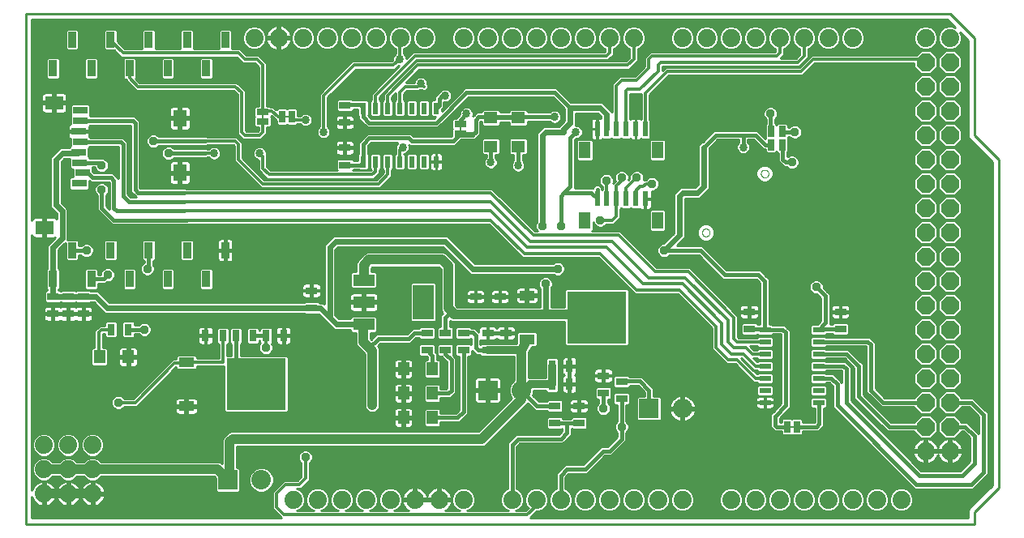
<source format=gtl>
G75*
%MOIN*%
%OFA0B0*%
%FSLAX25Y25*%
%IPPOS*%
%LPD*%
%AMOC8*
5,1,8,0,0,1.08239X$1,22.5*
%
%ADD10C,0.01000*%
%ADD11R,0.03346X0.06693*%
%ADD12C,0.07400*%
%ADD13OC8,0.07400*%
%ADD14R,0.24409X0.21260*%
%ADD15R,0.06299X0.03937*%
%ADD16R,0.08800X0.04800*%
%ADD17R,0.08661X0.14173*%
%ADD18R,0.04724X0.03150*%
%ADD19R,0.03150X0.04724*%
%ADD20R,0.04724X0.05512*%
%ADD21C,0.00800*%
%ADD22R,0.02500X0.05000*%
%ADD23R,0.05000X0.02500*%
%ADD24R,0.05512X0.04724*%
%ADD25C,0.00000*%
%ADD26R,0.08000X0.08000*%
%ADD27C,0.08000*%
%ADD28R,0.02500X0.04500*%
%ADD29R,0.02362X0.06102*%
%ADD30R,0.04724X0.07087*%
%ADD31R,0.04724X0.02362*%
%ADD32R,0.02362X0.04724*%
%ADD33R,0.05512X0.07087*%
%ADD34R,0.07480X0.05512*%
%ADD35R,0.05906X0.03150*%
%ADD36C,0.03400*%
%ADD37C,0.04000*%
%ADD38C,0.03762*%
%ADD39C,0.01600*%
%ADD40C,0.02400*%
%ADD41C,0.03369*%
%ADD42C,0.01200*%
%ADD43C,0.03200*%
D10*
X0020061Y0005000D02*
X0410061Y0005000D01*
X0410061Y0010000D01*
X0420061Y0020000D01*
X0420061Y0155000D01*
X0410061Y0165000D01*
X0410061Y0205000D01*
X0400061Y0215000D01*
X0020061Y0215000D01*
X0020061Y0005000D01*
X0022561Y0007500D02*
X0022561Y0016061D01*
X0022742Y0015504D01*
X0023114Y0014775D01*
X0023595Y0014112D01*
X0024174Y0013534D01*
X0024836Y0013053D01*
X0025565Y0012681D01*
X0026344Y0012428D01*
X0027061Y0012314D01*
X0027061Y0017000D01*
X0028061Y0017000D01*
X0028061Y0012314D01*
X0028779Y0012428D01*
X0029558Y0012681D01*
X0030287Y0013053D01*
X0030949Y0013534D01*
X0031528Y0014112D01*
X0032009Y0014775D01*
X0032380Y0015504D01*
X0032561Y0016061D01*
X0032742Y0015504D01*
X0033114Y0014775D01*
X0033595Y0014112D01*
X0034174Y0013534D01*
X0034836Y0013053D01*
X0035565Y0012681D01*
X0036344Y0012428D01*
X0037061Y0012314D01*
X0037061Y0017000D01*
X0028061Y0017000D01*
X0028061Y0018000D01*
X0027061Y0018000D01*
X0027061Y0022686D01*
X0026344Y0022572D01*
X0025565Y0022319D01*
X0024836Y0021947D01*
X0024174Y0021466D01*
X0023595Y0020888D01*
X0023114Y0020225D01*
X0022742Y0019496D01*
X0022561Y0018939D01*
X0022561Y0123915D01*
X0022640Y0123622D01*
X0022837Y0123280D01*
X0023117Y0123000D01*
X0023459Y0122803D01*
X0023840Y0122701D01*
X0027278Y0122701D01*
X0027278Y0126457D01*
X0028278Y0126457D01*
X0028278Y0122701D01*
X0031716Y0122701D01*
X0032097Y0122803D01*
X0032132Y0122823D01*
X0029021Y0119713D01*
X0029021Y0110063D01*
X0028548Y0109589D01*
X0028548Y0101985D01*
X0029021Y0101512D01*
X0029021Y0101218D01*
X0028494Y0101218D01*
X0027849Y0100574D01*
X0027849Y0096513D01*
X0028494Y0095869D01*
X0034129Y0095869D01*
X0034436Y0096176D01*
X0034744Y0095869D01*
X0040379Y0095869D01*
X0040686Y0096176D01*
X0040994Y0095869D01*
X0046629Y0095869D01*
X0047004Y0096243D01*
X0048065Y0096243D01*
X0052652Y0091657D01*
X0134369Y0091657D01*
X0134744Y0091282D01*
X0140379Y0091282D01*
X0140453Y0091356D01*
X0144109Y0087700D01*
X0146959Y0084850D01*
X0153611Y0084850D01*
X0153611Y0084294D01*
X0154256Y0083650D01*
X0155711Y0083650D01*
X0155711Y0079383D01*
X0156183Y0078244D01*
X0157055Y0077372D01*
X0159461Y0074966D01*
X0159461Y0053383D01*
X0159933Y0052244D01*
X0160805Y0051372D01*
X0161945Y0050900D01*
X0163178Y0050900D01*
X0164317Y0051372D01*
X0165189Y0052244D01*
X0165661Y0053383D01*
X0165661Y0076867D01*
X0165189Y0078006D01*
X0164847Y0078349D01*
X0165848Y0079350D01*
X0178348Y0079350D01*
X0179461Y0080463D01*
X0180642Y0081643D01*
X0181599Y0081643D01*
X0181599Y0081513D01*
X0182244Y0080869D01*
X0187879Y0080869D01*
X0188524Y0081513D01*
X0188524Y0085574D01*
X0187879Y0086218D01*
X0182244Y0086218D01*
X0181599Y0085574D01*
X0181599Y0085443D01*
X0179068Y0085443D01*
X0176774Y0083150D01*
X0164274Y0083150D01*
X0162160Y0081036D01*
X0161911Y0081284D01*
X0161911Y0083650D01*
X0163967Y0083650D01*
X0164611Y0084294D01*
X0164611Y0090006D01*
X0163967Y0090650D01*
X0154256Y0090650D01*
X0153611Y0090006D01*
X0153611Y0089450D01*
X0148864Y0089450D01*
X0147361Y0090953D01*
X0147361Y0117797D01*
X0148514Y0118950D01*
X0191609Y0118950D01*
X0201511Y0109047D01*
X0202859Y0107700D01*
X0236895Y0107700D01*
X0237123Y0107473D01*
X0238218Y0107019D01*
X0239404Y0107019D01*
X0240500Y0107473D01*
X0241339Y0108311D01*
X0241793Y0109407D01*
X0241793Y0110593D01*
X0241339Y0111689D01*
X0240500Y0112527D01*
X0239404Y0112981D01*
X0238218Y0112981D01*
X0237123Y0112527D01*
X0236895Y0112300D01*
X0204764Y0112300D01*
X0193514Y0123550D01*
X0146609Y0123550D01*
X0145261Y0122203D01*
X0142761Y0119703D01*
X0142761Y0095553D01*
X0142264Y0096050D01*
X0140961Y0096050D01*
X0140379Y0096631D01*
X0134744Y0096631D01*
X0134369Y0096257D01*
X0054557Y0096257D01*
X0049971Y0100843D01*
X0047004Y0100843D01*
X0046629Y0101218D01*
X0040994Y0101218D01*
X0040686Y0100911D01*
X0040379Y0101218D01*
X0034744Y0101218D01*
X0034436Y0100911D01*
X0034129Y0101218D01*
X0033621Y0101218D01*
X0033621Y0101512D01*
X0034094Y0101985D01*
X0034094Y0109589D01*
X0033621Y0110063D01*
X0033621Y0117807D01*
X0036014Y0120200D01*
X0036422Y0120608D01*
X0036422Y0113796D01*
X0037066Y0113152D01*
X0041324Y0113152D01*
X0041968Y0113796D01*
X0041968Y0115698D01*
X0042647Y0115698D01*
X0043373Y0114973D01*
X0044468Y0114519D01*
X0045654Y0114519D01*
X0046750Y0114973D01*
X0047589Y0115811D01*
X0048043Y0116907D01*
X0048043Y0118093D01*
X0047589Y0119189D01*
X0046750Y0120027D01*
X0045654Y0120481D01*
X0044468Y0120481D01*
X0043373Y0120027D01*
X0042844Y0119498D01*
X0041968Y0119498D01*
X0041968Y0121401D01*
X0041324Y0122045D01*
X0037361Y0122045D01*
X0037361Y0134703D01*
X0034861Y0137203D01*
X0034861Y0154047D01*
X0036014Y0155200D01*
X0038279Y0155200D01*
X0038279Y0151606D01*
X0038923Y0150962D01*
X0039593Y0150962D01*
X0039593Y0147737D01*
X0038664Y0147737D01*
X0038020Y0147093D01*
X0038020Y0143032D01*
X0038664Y0142387D01*
X0045481Y0142387D01*
X0046125Y0143032D01*
X0046125Y0146249D01*
X0046774Y0145600D01*
X0054274Y0145600D01*
X0054411Y0145463D01*
X0054411Y0134587D01*
X0053211Y0135787D01*
X0053211Y0140184D01*
X0053839Y0140811D01*
X0054293Y0141907D01*
X0054293Y0143093D01*
X0053839Y0144189D01*
X0053000Y0145027D01*
X0051904Y0145481D01*
X0050718Y0145481D01*
X0049623Y0145027D01*
X0048784Y0144189D01*
X0048330Y0143093D01*
X0048330Y0141907D01*
X0048784Y0140811D01*
X0049411Y0140184D01*
X0049411Y0134213D01*
X0054411Y0129213D01*
X0055524Y0128100D01*
X0087098Y0128100D01*
X0087298Y0128300D01*
X0210607Y0128300D01*
X0224357Y0114550D01*
X0255607Y0114550D01*
X0270607Y0099550D01*
X0288107Y0099550D01*
X0302111Y0085546D01*
X0302111Y0076796D01*
X0303107Y0075800D01*
X0308107Y0070800D01*
X0311857Y0070800D01*
X0319357Y0063300D01*
X0320639Y0063300D01*
X0321220Y0062719D01*
X0326856Y0062719D01*
X0327500Y0063363D01*
X0327500Y0066637D01*
X0326856Y0067281D01*
X0321220Y0067281D01*
X0320702Y0066763D01*
X0314261Y0073204D01*
X0314166Y0073300D01*
X0314357Y0073300D01*
X0319357Y0068300D01*
X0320639Y0068300D01*
X0321220Y0067719D01*
X0326856Y0067719D01*
X0327500Y0068363D01*
X0327500Y0071637D01*
X0326856Y0072281D01*
X0321220Y0072281D01*
X0320702Y0071763D01*
X0319166Y0073300D01*
X0320639Y0073300D01*
X0321220Y0072719D01*
X0326856Y0072719D01*
X0327500Y0073363D01*
X0327500Y0076637D01*
X0326856Y0077281D01*
X0321220Y0077281D01*
X0320639Y0076700D01*
X0319516Y0076700D01*
X0318011Y0078204D01*
X0317916Y0078300D01*
X0320639Y0078300D01*
X0321220Y0077719D01*
X0326856Y0077719D01*
X0327500Y0078363D01*
X0327500Y0081637D01*
X0326856Y0082281D01*
X0321220Y0082281D01*
X0320639Y0081700D01*
X0313266Y0081700D01*
X0313011Y0081954D01*
X0313011Y0090704D01*
X0294261Y0109454D01*
X0293266Y0110450D01*
X0279516Y0110450D01*
X0265511Y0124454D01*
X0264516Y0125450D01*
X0252864Y0125450D01*
X0253405Y0125991D01*
X0253405Y0129226D01*
X0253784Y0128311D01*
X0254623Y0127473D01*
X0255718Y0127019D01*
X0256904Y0127019D01*
X0258000Y0127473D01*
X0258827Y0128300D01*
X0262016Y0128300D01*
X0263640Y0129924D01*
X0264635Y0130920D01*
X0264635Y0134662D01*
X0264904Y0134931D01*
X0265236Y0134599D01*
X0268509Y0134599D01*
X0268841Y0134931D01*
X0269173Y0134599D01*
X0272446Y0134599D01*
X0272495Y0134648D01*
X0272644Y0134499D01*
X0272986Y0134301D01*
X0273368Y0134199D01*
X0274656Y0134199D01*
X0274656Y0138659D01*
X0274837Y0138659D01*
X0274837Y0134199D01*
X0276125Y0134199D01*
X0276507Y0134301D01*
X0276849Y0134499D01*
X0277128Y0134778D01*
X0277325Y0135120D01*
X0277428Y0135501D01*
X0277428Y0138659D01*
X0274837Y0138659D01*
X0274837Y0138841D01*
X0277428Y0138841D01*
X0277428Y0141999D01*
X0277422Y0142019D01*
X0278154Y0142019D01*
X0279250Y0142473D01*
X0280089Y0143311D01*
X0280543Y0144407D01*
X0280543Y0145593D01*
X0280089Y0146689D01*
X0279250Y0147527D01*
X0278154Y0147981D01*
X0276968Y0147981D01*
X0275873Y0147527D01*
X0275045Y0146700D01*
X0274357Y0146700D01*
X0274100Y0146443D01*
X0274293Y0146907D01*
X0274293Y0148093D01*
X0273839Y0149189D01*
X0273000Y0150027D01*
X0271904Y0150481D01*
X0270718Y0150481D01*
X0269623Y0150027D01*
X0268784Y0149189D01*
X0268330Y0148093D01*
X0268330Y0146923D01*
X0267850Y0146443D01*
X0268043Y0146907D01*
X0268043Y0148093D01*
X0267589Y0149189D01*
X0266750Y0150027D01*
X0265654Y0150481D01*
X0264468Y0150481D01*
X0263373Y0150027D01*
X0262534Y0149189D01*
X0262080Y0148093D01*
X0262080Y0146907D01*
X0262442Y0146034D01*
X0262231Y0145824D01*
X0261600Y0145193D01*
X0261793Y0145657D01*
X0261793Y0146843D01*
X0261339Y0147939D01*
X0260500Y0148777D01*
X0259404Y0149231D01*
X0258218Y0149231D01*
X0257123Y0148777D01*
X0256284Y0147939D01*
X0255830Y0146843D01*
X0255830Y0145657D01*
X0256284Y0144561D01*
X0257111Y0143734D01*
X0257111Y0142651D01*
X0257030Y0142569D01*
X0256961Y0142638D01*
X0256961Y0143287D01*
X0255848Y0144400D01*
X0254274Y0144400D01*
X0253161Y0143287D01*
X0253161Y0143150D01*
X0245711Y0143150D01*
X0245711Y0162963D01*
X0246214Y0163466D01*
X0246865Y0163466D01*
X0247889Y0163890D01*
X0248672Y0164673D01*
X0249096Y0165696D01*
X0249096Y0166804D01*
X0248672Y0167827D01*
X0247889Y0168610D01*
X0246865Y0169034D01*
X0246098Y0169034D01*
X0246111Y0169047D01*
X0246111Y0173950D01*
X0255359Y0173950D01*
X0256698Y0172610D01*
X0256698Y0171982D01*
X0256440Y0172051D01*
X0255152Y0172051D01*
X0255152Y0167591D01*
X0254971Y0167591D01*
X0254971Y0172051D01*
X0253683Y0172051D01*
X0253301Y0171949D01*
X0252959Y0171751D01*
X0246111Y0171751D01*
X0246111Y0170753D02*
X0252381Y0170753D01*
X0252380Y0170749D02*
X0252380Y0167591D01*
X0254971Y0167591D01*
X0254971Y0167409D01*
X0255152Y0167409D01*
X0255152Y0162949D01*
X0256440Y0162949D01*
X0256821Y0163051D01*
X0257164Y0163249D01*
X0257313Y0163398D01*
X0257362Y0163349D01*
X0260635Y0163349D01*
X0260967Y0163681D01*
X0261299Y0163349D01*
X0264572Y0163349D01*
X0264904Y0163681D01*
X0265236Y0163349D01*
X0268509Y0163349D01*
X0268558Y0163398D01*
X0268707Y0163249D01*
X0269049Y0163051D01*
X0269431Y0162949D01*
X0270719Y0162949D01*
X0270719Y0167409D01*
X0270900Y0167409D01*
X0270900Y0162949D01*
X0272188Y0162949D01*
X0272570Y0163051D01*
X0272912Y0163249D01*
X0273061Y0163398D01*
X0273110Y0163349D01*
X0276383Y0163349D01*
X0277028Y0163993D01*
X0277028Y0171007D01*
X0276446Y0171588D01*
X0276446Y0181481D01*
X0284516Y0189550D01*
X0339516Y0189550D01*
X0344516Y0194550D01*
X0385261Y0194550D01*
X0385261Y0193012D01*
X0388073Y0190200D01*
X0392050Y0190200D01*
X0394861Y0193012D01*
X0394861Y0196988D01*
X0392050Y0199800D01*
X0388073Y0199800D01*
X0386223Y0197950D01*
X0343107Y0197950D01*
X0342111Y0196954D01*
X0338107Y0192950D01*
X0283107Y0192950D01*
X0282111Y0191954D01*
X0281761Y0191604D01*
X0281761Y0193046D01*
X0282016Y0193300D01*
X0338266Y0193300D01*
X0340766Y0195800D01*
X0341761Y0196796D01*
X0341761Y0200509D01*
X0342780Y0200931D01*
X0344131Y0202281D01*
X0344861Y0204045D01*
X0344861Y0205955D01*
X0344131Y0207719D01*
X0342780Y0209069D01*
X0341016Y0209800D01*
X0339107Y0209800D01*
X0337342Y0209069D01*
X0335992Y0207719D01*
X0335261Y0205955D01*
X0335261Y0204045D01*
X0335992Y0202281D01*
X0337342Y0200931D01*
X0338361Y0200509D01*
X0338361Y0198204D01*
X0336857Y0196700D01*
X0330416Y0196700D01*
X0330511Y0196796D01*
X0331761Y0198046D01*
X0331761Y0200509D01*
X0332780Y0200931D01*
X0334131Y0202281D01*
X0334861Y0204045D01*
X0334861Y0205955D01*
X0334131Y0207719D01*
X0332780Y0209069D01*
X0331016Y0209800D01*
X0329107Y0209800D01*
X0327342Y0209069D01*
X0325992Y0207719D01*
X0325261Y0205955D01*
X0325261Y0204045D01*
X0325992Y0202281D01*
X0327342Y0200931D01*
X0328361Y0200509D01*
X0328361Y0199454D01*
X0328107Y0199200D01*
X0276857Y0199200D01*
X0275607Y0197950D01*
X0274611Y0196954D01*
X0274611Y0193204D01*
X0270607Y0189200D01*
X0264357Y0189200D01*
X0262231Y0187074D01*
X0261235Y0186078D01*
X0261235Y0174579D01*
X0259951Y0175863D01*
X0257264Y0178550D01*
X0244198Y0178550D01*
X0238348Y0184400D01*
X0200524Y0184400D01*
X0199411Y0183287D01*
X0191093Y0174968D01*
X0191093Y0175618D01*
X0191961Y0176487D01*
X0191961Y0178485D01*
X0192008Y0178466D01*
X0193115Y0178466D01*
X0194139Y0178890D01*
X0194922Y0179673D01*
X0195346Y0180696D01*
X0195346Y0181804D01*
X0194922Y0182827D01*
X0194139Y0183610D01*
X0193115Y0184034D01*
X0192008Y0184034D01*
X0190984Y0183610D01*
X0190201Y0182827D01*
X0190201Y0182826D01*
X0189274Y0181900D01*
X0188161Y0180787D01*
X0188161Y0179486D01*
X0187175Y0179486D01*
X0186530Y0178841D01*
X0186530Y0173206D01*
X0187175Y0172561D01*
X0188686Y0172561D01*
X0188024Y0171900D01*
X0162098Y0171900D01*
X0160943Y0173056D01*
X0161093Y0173206D01*
X0161093Y0178841D01*
X0160448Y0179486D01*
X0157175Y0179486D01*
X0157089Y0179400D01*
X0154697Y0179400D01*
X0154129Y0179968D01*
X0148494Y0179968D01*
X0147849Y0179324D01*
X0147849Y0175263D01*
X0148494Y0174619D01*
X0154129Y0174619D01*
X0154774Y0175263D01*
X0154774Y0175600D01*
X0156530Y0175600D01*
X0156530Y0173206D01*
X0156911Y0172825D01*
X0156911Y0171713D01*
X0159411Y0169213D01*
X0160524Y0168100D01*
X0189598Y0168100D01*
X0202098Y0180600D01*
X0236774Y0180600D01*
X0241511Y0175863D01*
X0241511Y0170953D01*
X0239109Y0168550D01*
X0232859Y0168550D01*
X0231511Y0167203D01*
X0230261Y0165953D01*
X0230261Y0129416D01*
X0230034Y0129189D01*
X0229580Y0128093D01*
X0229580Y0126907D01*
X0230034Y0125811D01*
X0230396Y0125450D01*
X0229516Y0125450D01*
X0213011Y0141954D01*
X0212016Y0142950D01*
X0086048Y0142950D01*
X0085848Y0143150D01*
X0067098Y0143150D01*
X0066961Y0143287D01*
X0066961Y0170787D01*
X0065848Y0171900D01*
X0064989Y0172759D01*
X0046520Y0172759D01*
X0046520Y0172890D01*
X0046439Y0172971D01*
X0046520Y0173052D01*
X0046520Y0177113D01*
X0045876Y0177757D01*
X0039059Y0177757D01*
X0038415Y0177113D01*
X0038415Y0173052D01*
X0038496Y0172971D01*
X0038415Y0172890D01*
X0038415Y0169488D01*
X0038328Y0169465D01*
X0037986Y0169268D01*
X0037707Y0168989D01*
X0037509Y0168646D01*
X0037407Y0168265D01*
X0037407Y0166780D01*
X0041573Y0166780D01*
X0041573Y0166205D01*
X0037407Y0166205D01*
X0037407Y0164720D01*
X0037509Y0164339D01*
X0037707Y0163997D01*
X0037986Y0163718D01*
X0038328Y0163520D01*
X0038379Y0163507D01*
X0038379Y0160577D01*
X0037771Y0159970D01*
X0037771Y0159800D01*
X0034109Y0159800D01*
X0032761Y0158453D01*
X0030261Y0155953D01*
X0030261Y0135297D01*
X0031609Y0133950D01*
X0032761Y0132797D01*
X0032761Y0130559D01*
X0032718Y0130634D01*
X0032439Y0130913D01*
X0032097Y0131110D01*
X0031716Y0131213D01*
X0028278Y0131213D01*
X0028278Y0127457D01*
X0027278Y0127457D01*
X0027278Y0131213D01*
X0023840Y0131213D01*
X0023459Y0131110D01*
X0023117Y0130913D01*
X0022837Y0130634D01*
X0022640Y0130292D01*
X0022561Y0129998D01*
X0022561Y0212500D01*
X0399026Y0212500D01*
X0402228Y0209298D01*
X0401016Y0209800D01*
X0399107Y0209800D01*
X0397342Y0209069D01*
X0395992Y0207719D01*
X0395261Y0205955D01*
X0395261Y0204045D01*
X0395992Y0202281D01*
X0397342Y0200931D01*
X0399107Y0200200D01*
X0401016Y0200200D01*
X0402780Y0200931D01*
X0404131Y0202281D01*
X0404861Y0204045D01*
X0404861Y0205955D01*
X0404360Y0207166D01*
X0407561Y0203964D01*
X0407561Y0164503D01*
X0407942Y0163584D01*
X0408645Y0162881D01*
X0417561Y0153964D01*
X0417561Y0021036D01*
X0407942Y0011416D01*
X0407561Y0010497D01*
X0407561Y0007500D01*
X0227466Y0007500D01*
X0228011Y0008046D01*
X0230166Y0010200D01*
X0231016Y0010200D01*
X0232780Y0010931D01*
X0234131Y0012281D01*
X0234861Y0014045D01*
X0234861Y0015955D01*
X0234131Y0017719D01*
X0232780Y0019069D01*
X0231016Y0019800D01*
X0229107Y0019800D01*
X0227342Y0019069D01*
X0225992Y0017719D01*
X0225261Y0015955D01*
X0225261Y0014045D01*
X0225992Y0012281D01*
X0226715Y0011558D01*
X0225607Y0010450D01*
X0221620Y0010450D01*
X0222780Y0010931D01*
X0224131Y0012281D01*
X0224861Y0014045D01*
X0224861Y0015955D01*
X0224131Y0017719D01*
X0222780Y0019069D01*
X0221961Y0019408D01*
X0221961Y0036713D01*
X0223348Y0038100D01*
X0240848Y0038100D01*
X0244461Y0041713D01*
X0244461Y0044064D01*
X0244744Y0043782D01*
X0250379Y0043782D01*
X0251024Y0044426D01*
X0251024Y0048487D01*
X0250379Y0049131D01*
X0244744Y0049131D01*
X0244099Y0048487D01*
X0244099Y0048357D01*
X0241024Y0048357D01*
X0241024Y0048487D01*
X0240379Y0049131D01*
X0234744Y0049131D01*
X0234099Y0048487D01*
X0234099Y0044426D01*
X0234744Y0043782D01*
X0240379Y0043782D01*
X0240661Y0044064D01*
X0240661Y0043287D01*
X0239274Y0041900D01*
X0221774Y0041900D01*
X0220661Y0040787D01*
X0218161Y0038287D01*
X0218161Y0019408D01*
X0217342Y0019069D01*
X0215992Y0017719D01*
X0215261Y0015955D01*
X0215261Y0014045D01*
X0215992Y0012281D01*
X0217342Y0010931D01*
X0218503Y0010450D01*
X0201620Y0010450D01*
X0202780Y0010931D01*
X0204131Y0012281D01*
X0204861Y0014045D01*
X0204861Y0015955D01*
X0204131Y0017719D01*
X0202780Y0019069D01*
X0201016Y0019800D01*
X0199107Y0019800D01*
X0197342Y0019069D01*
X0195992Y0017719D01*
X0195261Y0015955D01*
X0195261Y0014045D01*
X0195992Y0012281D01*
X0197342Y0010931D01*
X0198503Y0010450D01*
X0192585Y0010450D01*
X0192787Y0010553D01*
X0193449Y0011034D01*
X0194028Y0011612D01*
X0194509Y0012275D01*
X0194880Y0013004D01*
X0195133Y0013782D01*
X0195247Y0014500D01*
X0190561Y0014500D01*
X0190561Y0015500D01*
X0189561Y0015500D01*
X0189561Y0014500D01*
X0184876Y0014500D01*
X0180561Y0014500D01*
X0180561Y0015500D01*
X0179561Y0015500D01*
X0179561Y0014500D01*
X0174876Y0014500D01*
X0174989Y0013782D01*
X0175242Y0013004D01*
X0175614Y0012275D01*
X0176095Y0011612D01*
X0176674Y0011034D01*
X0177336Y0010553D01*
X0177537Y0010450D01*
X0171620Y0010450D01*
X0172780Y0010931D01*
X0174131Y0012281D01*
X0174861Y0014045D01*
X0174861Y0015955D01*
X0174131Y0017719D01*
X0172780Y0019069D01*
X0171016Y0019800D01*
X0169107Y0019800D01*
X0167342Y0019069D01*
X0165992Y0017719D01*
X0165261Y0015955D01*
X0165261Y0014045D01*
X0165992Y0012281D01*
X0167342Y0010931D01*
X0168503Y0010450D01*
X0161620Y0010450D01*
X0162780Y0010931D01*
X0164131Y0012281D01*
X0164861Y0014045D01*
X0164861Y0015955D01*
X0164131Y0017719D01*
X0162780Y0019069D01*
X0161016Y0019800D01*
X0159107Y0019800D01*
X0157342Y0019069D01*
X0155992Y0017719D01*
X0155261Y0015955D01*
X0155261Y0014045D01*
X0155992Y0012281D01*
X0157342Y0010931D01*
X0158503Y0010450D01*
X0151620Y0010450D01*
X0152780Y0010931D01*
X0154131Y0012281D01*
X0154861Y0014045D01*
X0154861Y0015955D01*
X0154131Y0017719D01*
X0152780Y0019069D01*
X0151016Y0019800D01*
X0149107Y0019800D01*
X0147342Y0019069D01*
X0145992Y0017719D01*
X0145261Y0015955D01*
X0145261Y0014045D01*
X0145992Y0012281D01*
X0147342Y0010931D01*
X0148503Y0010450D01*
X0141620Y0010450D01*
X0142780Y0010931D01*
X0144131Y0012281D01*
X0144861Y0014045D01*
X0144861Y0015955D01*
X0144131Y0017719D01*
X0142780Y0019069D01*
X0141016Y0019800D01*
X0139107Y0019800D01*
X0137342Y0019069D01*
X0135992Y0017719D01*
X0135261Y0015955D01*
X0135261Y0014045D01*
X0135992Y0012281D01*
X0137342Y0010931D01*
X0138503Y0010450D01*
X0131620Y0010450D01*
X0132780Y0010931D01*
X0134131Y0012281D01*
X0134861Y0014045D01*
X0134861Y0015955D01*
X0134131Y0017719D01*
X0132780Y0019069D01*
X0131620Y0019550D01*
X0133266Y0019550D01*
X0135766Y0022050D01*
X0136761Y0023046D01*
X0136761Y0029984D01*
X0137589Y0030811D01*
X0138043Y0031907D01*
X0138043Y0033093D01*
X0137589Y0034189D01*
X0136750Y0035027D01*
X0135654Y0035481D01*
X0134468Y0035481D01*
X0133373Y0035027D01*
X0132534Y0034189D01*
X0132080Y0033093D01*
X0132080Y0031907D01*
X0132534Y0030811D01*
X0133361Y0029984D01*
X0133361Y0024454D01*
X0131857Y0022950D01*
X0126232Y0022950D01*
X0125236Y0021954D01*
X0121486Y0018204D01*
X0121486Y0011171D01*
X0122482Y0010175D01*
X0125157Y0007500D01*
X0022561Y0007500D01*
X0022561Y0007996D02*
X0124662Y0007996D01*
X0123663Y0008994D02*
X0022561Y0008994D01*
X0022561Y0009993D02*
X0122665Y0009993D01*
X0121666Y0010991D02*
X0022561Y0010991D01*
X0022561Y0011990D02*
X0121486Y0011990D01*
X0121486Y0012988D02*
X0050160Y0012988D01*
X0050287Y0013053D02*
X0049558Y0012681D01*
X0048779Y0012428D01*
X0048061Y0012314D01*
X0048061Y0017000D01*
X0047061Y0017000D01*
X0038061Y0017000D01*
X0038061Y0012314D01*
X0038779Y0012428D01*
X0039558Y0012681D01*
X0040287Y0013053D01*
X0040949Y0013534D01*
X0041528Y0014112D01*
X0042009Y0014775D01*
X0042380Y0015504D01*
X0042561Y0016061D01*
X0042742Y0015504D01*
X0043114Y0014775D01*
X0043595Y0014112D01*
X0044174Y0013534D01*
X0044836Y0013053D01*
X0045565Y0012681D01*
X0046344Y0012428D01*
X0047061Y0012314D01*
X0047061Y0017000D01*
X0047061Y0018000D01*
X0042747Y0018000D01*
X0038061Y0018000D01*
X0037061Y0018000D01*
X0037061Y0017000D01*
X0038061Y0017000D01*
X0038061Y0018000D01*
X0038061Y0022686D01*
X0038779Y0022572D01*
X0039558Y0022319D01*
X0040287Y0021947D01*
X0040949Y0021466D01*
X0041528Y0020888D01*
X0042009Y0020225D01*
X0042380Y0019496D01*
X0042561Y0018939D01*
X0042742Y0019496D01*
X0043114Y0020225D01*
X0043595Y0020888D01*
X0044174Y0021466D01*
X0044836Y0021947D01*
X0045565Y0022319D01*
X0046344Y0022572D01*
X0047061Y0022686D01*
X0047061Y0018000D01*
X0048061Y0018000D01*
X0048061Y0022686D01*
X0048779Y0022572D01*
X0049558Y0022319D01*
X0050287Y0021947D01*
X0050949Y0021466D01*
X0051528Y0020888D01*
X0052009Y0020225D01*
X0052380Y0019496D01*
X0052633Y0018718D01*
X0052747Y0018000D01*
X0048061Y0018000D01*
X0048061Y0017000D01*
X0052747Y0017000D01*
X0052633Y0016282D01*
X0052380Y0015504D01*
X0052009Y0014775D01*
X0051528Y0014112D01*
X0050949Y0013534D01*
X0050287Y0013053D01*
X0051402Y0013987D02*
X0121486Y0013987D01*
X0121486Y0014985D02*
X0052116Y0014985D01*
X0052536Y0015984D02*
X0121486Y0015984D01*
X0121486Y0016982D02*
X0052744Y0016982D01*
X0052548Y0018979D02*
X0098086Y0018979D01*
X0098086Y0018669D02*
X0098731Y0018025D01*
X0107642Y0018025D01*
X0108286Y0018669D01*
X0108286Y0027581D01*
X0107642Y0028225D01*
X0106911Y0028225D01*
X0106911Y0036900D01*
X0208178Y0036900D01*
X0209317Y0037372D01*
X0225597Y0053651D01*
X0226469Y0054524D01*
X0226516Y0054638D01*
X0229511Y0051643D01*
X0234099Y0051643D01*
X0234099Y0051513D01*
X0234744Y0050869D01*
X0240379Y0050869D01*
X0241024Y0051513D01*
X0241024Y0055574D01*
X0240379Y0056218D01*
X0234744Y0056218D01*
X0234099Y0055574D01*
X0234099Y0055443D01*
X0231085Y0055443D01*
X0228531Y0057997D01*
X0228941Y0058986D01*
X0228941Y0059800D01*
X0233843Y0059800D01*
X0233843Y0059682D01*
X0234488Y0059038D01*
X0238549Y0059038D01*
X0239193Y0059682D01*
X0239193Y0061902D01*
X0239218Y0061963D01*
X0239218Y0070537D01*
X0239193Y0070598D01*
X0239193Y0072818D01*
X0238549Y0073462D01*
X0234488Y0073462D01*
X0233843Y0072818D01*
X0233843Y0070598D01*
X0233818Y0070537D01*
X0233818Y0065200D01*
X0227024Y0065200D01*
X0226941Y0065165D01*
X0226941Y0075493D01*
X0228127Y0077955D01*
X0229769Y0077955D01*
X0230413Y0078599D01*
X0230413Y0083448D01*
X0229769Y0084092D01*
X0226811Y0084092D01*
X0225722Y0084153D01*
X0225547Y0084092D01*
X0222559Y0084092D01*
X0221914Y0083448D01*
X0221914Y0079344D01*
X0221824Y0079157D01*
X0209524Y0079157D01*
X0209464Y0079131D01*
X0207244Y0079131D01*
X0206961Y0078849D01*
X0206961Y0080662D01*
X0207120Y0080571D01*
X0207502Y0080469D01*
X0209774Y0080468D01*
X0209774Y0083256D01*
X0210349Y0083256D01*
X0210349Y0083831D01*
X0209774Y0083831D01*
X0209774Y0086618D01*
X0207502Y0086618D01*
X0207120Y0086516D01*
X0206778Y0086318D01*
X0206499Y0086039D01*
X0206301Y0085697D01*
X0206199Y0085316D01*
X0206199Y0084049D01*
X0205711Y0084537D01*
X0204598Y0085650D01*
X0203447Y0085650D01*
X0202879Y0086218D01*
X0197244Y0086218D01*
X0196599Y0085574D01*
X0196599Y0081513D01*
X0197244Y0080869D01*
X0202879Y0080869D01*
X0203161Y0081151D01*
X0203161Y0078849D01*
X0202879Y0079131D01*
X0197244Y0079131D01*
X0196599Y0078487D01*
X0196599Y0074426D01*
X0197244Y0073782D01*
X0198161Y0073782D01*
X0198161Y0052037D01*
X0196774Y0050650D01*
X0190679Y0050650D01*
X0190679Y0051962D01*
X0190035Y0052606D01*
X0184399Y0052606D01*
X0183755Y0051962D01*
X0183755Y0045538D01*
X0184399Y0044894D01*
X0190035Y0044894D01*
X0190679Y0045538D01*
X0190679Y0046850D01*
X0198348Y0046850D01*
X0200848Y0049350D01*
X0201961Y0050463D01*
X0201961Y0073782D01*
X0202879Y0073782D01*
X0203524Y0074426D01*
X0203524Y0076351D01*
X0204274Y0075600D01*
X0205318Y0074557D01*
X0206599Y0074557D01*
X0206599Y0074426D01*
X0207244Y0073782D01*
X0209464Y0073782D01*
X0209524Y0073757D01*
X0220741Y0073757D01*
X0220741Y0064112D01*
X0219517Y0062889D01*
X0218741Y0061014D01*
X0218741Y0058986D01*
X0219517Y0057111D01*
X0219903Y0056726D01*
X0206277Y0043100D01*
X0104445Y0043100D01*
X0103305Y0042628D01*
X0102433Y0041756D01*
X0102055Y0041378D01*
X0101183Y0040506D01*
X0100711Y0039367D01*
X0100711Y0029984D01*
X0100567Y0030128D01*
X0099428Y0030600D01*
X0051250Y0030600D01*
X0050280Y0031569D01*
X0048516Y0032300D01*
X0046607Y0032300D01*
X0044842Y0031569D01*
X0043873Y0030600D01*
X0041250Y0030600D01*
X0040280Y0031569D01*
X0038516Y0032300D01*
X0036607Y0032300D01*
X0034842Y0031569D01*
X0033873Y0030600D01*
X0031250Y0030600D01*
X0030280Y0031569D01*
X0028516Y0032300D01*
X0026607Y0032300D01*
X0024842Y0031569D01*
X0023492Y0030219D01*
X0022761Y0028455D01*
X0022761Y0026545D01*
X0023492Y0024781D01*
X0024842Y0023431D01*
X0026607Y0022700D01*
X0028516Y0022700D01*
X0030280Y0023431D01*
X0031250Y0024400D01*
X0033873Y0024400D01*
X0034842Y0023431D01*
X0036607Y0022700D01*
X0038516Y0022700D01*
X0040280Y0023431D01*
X0041250Y0024400D01*
X0043873Y0024400D01*
X0044842Y0023431D01*
X0046607Y0022700D01*
X0048516Y0022700D01*
X0050280Y0023431D01*
X0051250Y0024400D01*
X0097527Y0024400D01*
X0098086Y0023841D01*
X0098086Y0018669D01*
X0098086Y0019978D02*
X0052135Y0019978D01*
X0051439Y0020976D02*
X0098086Y0020976D01*
X0098086Y0021975D02*
X0050233Y0021975D01*
X0049176Y0022973D02*
X0098086Y0022973D01*
X0097956Y0023972D02*
X0050821Y0023972D01*
X0048061Y0021975D02*
X0047061Y0021975D01*
X0047061Y0020976D02*
X0048061Y0020976D01*
X0048061Y0019978D02*
X0047061Y0019978D01*
X0047061Y0018979D02*
X0048061Y0018979D01*
X0048061Y0017981D02*
X0121486Y0017981D01*
X0122261Y0018979D02*
X0120033Y0018979D01*
X0119855Y0018801D02*
X0121290Y0020236D01*
X0122066Y0022111D01*
X0122066Y0024139D01*
X0121290Y0026014D01*
X0119855Y0027449D01*
X0117980Y0028225D01*
X0115951Y0028225D01*
X0114077Y0027449D01*
X0112642Y0026014D01*
X0111866Y0024139D01*
X0111866Y0022111D01*
X0112642Y0020236D01*
X0114077Y0018801D01*
X0115951Y0018025D01*
X0117980Y0018025D01*
X0119855Y0018801D01*
X0121031Y0019978D02*
X0123260Y0019978D01*
X0124258Y0020976D02*
X0121596Y0020976D01*
X0122010Y0021975D02*
X0125257Y0021975D01*
X0122066Y0022973D02*
X0131880Y0022973D01*
X0132879Y0023972D02*
X0122066Y0023972D01*
X0121722Y0024970D02*
X0133361Y0024970D01*
X0133361Y0025969D02*
X0121308Y0025969D01*
X0120336Y0026967D02*
X0133361Y0026967D01*
X0133361Y0027966D02*
X0118606Y0027966D01*
X0115326Y0027966D02*
X0107901Y0027966D01*
X0108286Y0026967D02*
X0113596Y0026967D01*
X0112624Y0025969D02*
X0108286Y0025969D01*
X0108286Y0024970D02*
X0112210Y0024970D01*
X0111866Y0023972D02*
X0108286Y0023972D01*
X0108286Y0022973D02*
X0111866Y0022973D01*
X0111922Y0021975D02*
X0108286Y0021975D01*
X0108286Y0020976D02*
X0112336Y0020976D01*
X0112901Y0019978D02*
X0108286Y0019978D01*
X0108286Y0018979D02*
X0113899Y0018979D01*
X0132870Y0018979D02*
X0137252Y0018979D01*
X0136254Y0017981D02*
X0133869Y0017981D01*
X0134436Y0016982D02*
X0135687Y0016982D01*
X0135273Y0015984D02*
X0134849Y0015984D01*
X0134861Y0014985D02*
X0135261Y0014985D01*
X0135286Y0013987D02*
X0134837Y0013987D01*
X0134424Y0012988D02*
X0135699Y0012988D01*
X0136284Y0011990D02*
X0133839Y0011990D01*
X0132841Y0010991D02*
X0137282Y0010991D01*
X0142841Y0010991D02*
X0147282Y0010991D01*
X0146284Y0011990D02*
X0143839Y0011990D01*
X0144424Y0012988D02*
X0145699Y0012988D01*
X0145286Y0013987D02*
X0144837Y0013987D01*
X0144861Y0014985D02*
X0145261Y0014985D01*
X0145273Y0015984D02*
X0144849Y0015984D01*
X0144436Y0016982D02*
X0145687Y0016982D01*
X0146254Y0017981D02*
X0143869Y0017981D01*
X0142870Y0018979D02*
X0147252Y0018979D01*
X0152870Y0018979D02*
X0157252Y0018979D01*
X0156254Y0017981D02*
X0153869Y0017981D01*
X0154436Y0016982D02*
X0155687Y0016982D01*
X0155273Y0015984D02*
X0154849Y0015984D01*
X0154861Y0014985D02*
X0155261Y0014985D01*
X0155286Y0013987D02*
X0154837Y0013987D01*
X0154424Y0012988D02*
X0155699Y0012988D01*
X0156284Y0011990D02*
X0153839Y0011990D01*
X0152841Y0010991D02*
X0157282Y0010991D01*
X0162841Y0010991D02*
X0167282Y0010991D01*
X0166284Y0011990D02*
X0163839Y0011990D01*
X0164424Y0012988D02*
X0165699Y0012988D01*
X0165286Y0013987D02*
X0164837Y0013987D01*
X0164861Y0014985D02*
X0165261Y0014985D01*
X0165273Y0015984D02*
X0164849Y0015984D01*
X0164436Y0016982D02*
X0165687Y0016982D01*
X0166254Y0017981D02*
X0163869Y0017981D01*
X0162870Y0018979D02*
X0167252Y0018979D01*
X0172870Y0018979D02*
X0176692Y0018979D01*
X0176674Y0018966D02*
X0176095Y0018388D01*
X0175614Y0017725D01*
X0175242Y0016996D01*
X0174989Y0016218D01*
X0174876Y0015500D01*
X0179561Y0015500D01*
X0179561Y0020186D01*
X0178844Y0020072D01*
X0178065Y0019819D01*
X0177336Y0019447D01*
X0176674Y0018966D01*
X0175799Y0017981D02*
X0173869Y0017981D01*
X0174436Y0016982D02*
X0175238Y0016982D01*
X0174952Y0015984D02*
X0174849Y0015984D01*
X0174861Y0014985D02*
X0179561Y0014985D01*
X0179561Y0015984D02*
X0180561Y0015984D01*
X0180561Y0015500D02*
X0180561Y0020186D01*
X0181279Y0020072D01*
X0182058Y0019819D01*
X0182787Y0019447D01*
X0183449Y0018966D01*
X0184028Y0018388D01*
X0184509Y0017725D01*
X0184880Y0016996D01*
X0185061Y0016439D01*
X0185242Y0016996D01*
X0185614Y0017725D01*
X0186095Y0018388D01*
X0186674Y0018966D01*
X0187336Y0019447D01*
X0188065Y0019819D01*
X0188844Y0020072D01*
X0189561Y0020186D01*
X0189561Y0015500D01*
X0180561Y0015500D01*
X0180561Y0014985D02*
X0189561Y0014985D01*
X0189561Y0015984D02*
X0190561Y0015984D01*
X0190561Y0015500D02*
X0190561Y0020186D01*
X0191279Y0020072D01*
X0192058Y0019819D01*
X0192787Y0019447D01*
X0193449Y0018966D01*
X0194028Y0018388D01*
X0194509Y0017725D01*
X0194880Y0016996D01*
X0195133Y0016218D01*
X0195247Y0015500D01*
X0190561Y0015500D01*
X0190561Y0014985D02*
X0195261Y0014985D01*
X0195286Y0013987D02*
X0195166Y0013987D01*
X0194872Y0012988D02*
X0195699Y0012988D01*
X0196284Y0011990D02*
X0194302Y0011990D01*
X0193390Y0010991D02*
X0197282Y0010991D01*
X0195273Y0015984D02*
X0195170Y0015984D01*
X0194885Y0016982D02*
X0195687Y0016982D01*
X0196254Y0017981D02*
X0194323Y0017981D01*
X0193431Y0018979D02*
X0197252Y0018979D01*
X0191569Y0019978D02*
X0218161Y0019978D01*
X0218161Y0020976D02*
X0134692Y0020976D01*
X0135690Y0021975D02*
X0218161Y0021975D01*
X0218161Y0022973D02*
X0136689Y0022973D01*
X0136761Y0023972D02*
X0218161Y0023972D01*
X0218161Y0024970D02*
X0136761Y0024970D01*
X0136761Y0025969D02*
X0218161Y0025969D01*
X0218161Y0026967D02*
X0136761Y0026967D01*
X0136761Y0027966D02*
X0218161Y0027966D01*
X0218161Y0028964D02*
X0136761Y0028964D01*
X0136761Y0029963D02*
X0218161Y0029963D01*
X0218161Y0030961D02*
X0137651Y0030961D01*
X0138043Y0031960D02*
X0218161Y0031960D01*
X0218161Y0032958D02*
X0138043Y0032958D01*
X0137685Y0033957D02*
X0218161Y0033957D01*
X0218161Y0034955D02*
X0136822Y0034955D01*
X0133301Y0034955D02*
X0106911Y0034955D01*
X0106911Y0033957D02*
X0132438Y0033957D01*
X0132080Y0032958D02*
X0106911Y0032958D01*
X0106911Y0031960D02*
X0132080Y0031960D01*
X0132472Y0030961D02*
X0106911Y0030961D01*
X0106911Y0029963D02*
X0133361Y0029963D01*
X0133361Y0028964D02*
X0106911Y0028964D01*
X0100711Y0030961D02*
X0050888Y0030961D01*
X0049337Y0031960D02*
X0100711Y0031960D01*
X0100711Y0032958D02*
X0049140Y0032958D01*
X0048516Y0032700D02*
X0050280Y0033431D01*
X0051631Y0034781D01*
X0052361Y0036545D01*
X0052361Y0038455D01*
X0051631Y0040219D01*
X0050280Y0041569D01*
X0048516Y0042300D01*
X0046607Y0042300D01*
X0044842Y0041569D01*
X0043492Y0040219D01*
X0042761Y0038455D01*
X0042761Y0036545D01*
X0043492Y0034781D01*
X0044842Y0033431D01*
X0046607Y0032700D01*
X0048516Y0032700D01*
X0045983Y0032958D02*
X0039140Y0032958D01*
X0038516Y0032700D02*
X0040280Y0033431D01*
X0041631Y0034781D01*
X0042361Y0036545D01*
X0042361Y0038455D01*
X0041631Y0040219D01*
X0040280Y0041569D01*
X0038516Y0042300D01*
X0036607Y0042300D01*
X0034842Y0041569D01*
X0033492Y0040219D01*
X0032761Y0038455D01*
X0032761Y0036545D01*
X0033492Y0034781D01*
X0034842Y0033431D01*
X0036607Y0032700D01*
X0038516Y0032700D01*
X0039337Y0031960D02*
X0045785Y0031960D01*
X0044234Y0030961D02*
X0040888Y0030961D01*
X0040806Y0033957D02*
X0044316Y0033957D01*
X0043420Y0034955D02*
X0041703Y0034955D01*
X0042116Y0035954D02*
X0043006Y0035954D01*
X0042761Y0036952D02*
X0042361Y0036952D01*
X0042361Y0037951D02*
X0042761Y0037951D01*
X0042966Y0038949D02*
X0042157Y0038949D01*
X0041743Y0039948D02*
X0043380Y0039948D01*
X0044220Y0040946D02*
X0040903Y0040946D01*
X0039373Y0041945D02*
X0045749Y0041945D01*
X0049373Y0041945D02*
X0102622Y0041945D01*
X0102433Y0041756D02*
X0102433Y0041756D01*
X0102055Y0041378D02*
X0102055Y0041378D01*
X0101624Y0040946D02*
X0050903Y0040946D01*
X0051743Y0039948D02*
X0100952Y0039948D01*
X0100711Y0038949D02*
X0052157Y0038949D01*
X0052361Y0037951D02*
X0100711Y0037951D01*
X0100711Y0036952D02*
X0052361Y0036952D01*
X0052116Y0035954D02*
X0100711Y0035954D01*
X0100711Y0034955D02*
X0051703Y0034955D01*
X0050806Y0033957D02*
X0100711Y0033957D01*
X0106911Y0035954D02*
X0218161Y0035954D01*
X0218161Y0036952D02*
X0208304Y0036952D01*
X0209896Y0037951D02*
X0218161Y0037951D01*
X0218824Y0038949D02*
X0210895Y0038949D01*
X0211893Y0039948D02*
X0219822Y0039948D01*
X0220821Y0040946D02*
X0212892Y0040946D01*
X0213890Y0041945D02*
X0239319Y0041945D01*
X0240318Y0042943D02*
X0214889Y0042943D01*
X0215887Y0043942D02*
X0234584Y0043942D01*
X0234099Y0044940D02*
X0216886Y0044940D01*
X0217884Y0045939D02*
X0234099Y0045939D01*
X0234099Y0046937D02*
X0218883Y0046937D01*
X0219881Y0047936D02*
X0234099Y0047936D01*
X0234547Y0048934D02*
X0220880Y0048934D01*
X0221878Y0049933D02*
X0255969Y0049933D01*
X0255873Y0049973D02*
X0256968Y0049519D01*
X0258154Y0049519D01*
X0259250Y0049973D01*
X0260089Y0050811D01*
X0260543Y0051907D01*
X0260543Y0053093D01*
X0260089Y0054189D01*
X0259461Y0054816D01*
X0259461Y0056282D01*
X0260379Y0056282D01*
X0261024Y0056926D01*
X0261024Y0060987D01*
X0260379Y0061631D01*
X0254744Y0061631D01*
X0254099Y0060987D01*
X0254099Y0056926D01*
X0254744Y0056282D01*
X0255661Y0056282D01*
X0255661Y0054816D01*
X0255034Y0054189D01*
X0254580Y0053093D01*
X0254580Y0051907D01*
X0255034Y0050811D01*
X0255873Y0049973D01*
X0254984Y0050932D02*
X0251008Y0050932D01*
X0251124Y0051047D02*
X0251321Y0051390D01*
X0251424Y0051771D01*
X0251424Y0053256D01*
X0247849Y0053256D01*
X0247849Y0053831D01*
X0247274Y0053831D01*
X0247274Y0056618D01*
X0245002Y0056618D01*
X0244620Y0056516D01*
X0244278Y0056318D01*
X0243999Y0056039D01*
X0243801Y0055697D01*
X0243699Y0055316D01*
X0243699Y0053831D01*
X0247274Y0053831D01*
X0247274Y0053256D01*
X0243699Y0053256D01*
X0243699Y0051771D01*
X0243801Y0051390D01*
X0243999Y0051047D01*
X0244278Y0050768D01*
X0244620Y0050571D01*
X0245002Y0050469D01*
X0247274Y0050468D01*
X0247274Y0053256D01*
X0247849Y0053256D01*
X0247849Y0050469D01*
X0250121Y0050469D01*
X0250503Y0050571D01*
X0250845Y0050768D01*
X0251124Y0051047D01*
X0251424Y0051930D02*
X0254580Y0051930D01*
X0254580Y0052929D02*
X0251424Y0052929D01*
X0251424Y0053831D02*
X0251424Y0055316D01*
X0251321Y0055697D01*
X0251124Y0056039D01*
X0250845Y0056318D01*
X0250503Y0056516D01*
X0250121Y0056618D01*
X0247849Y0056618D01*
X0247849Y0053831D01*
X0251424Y0053831D01*
X0251424Y0053927D02*
X0254926Y0053927D01*
X0255661Y0054926D02*
X0251424Y0054926D01*
X0251190Y0055924D02*
X0255661Y0055924D01*
X0254103Y0056923D02*
X0229605Y0056923D01*
X0228607Y0057921D02*
X0254099Y0057921D01*
X0254099Y0058920D02*
X0246070Y0058920D01*
X0246101Y0058937D02*
X0246380Y0059217D01*
X0246577Y0059559D01*
X0246680Y0059940D01*
X0246680Y0062213D01*
X0243892Y0062213D01*
X0243892Y0062787D01*
X0246680Y0062787D01*
X0246680Y0065060D01*
X0246577Y0065441D01*
X0246380Y0065783D01*
X0246101Y0066062D01*
X0245776Y0066250D01*
X0246101Y0066438D01*
X0246380Y0066717D01*
X0246577Y0067059D01*
X0246680Y0067440D01*
X0246680Y0069713D01*
X0243892Y0069713D01*
X0243892Y0070287D01*
X0246680Y0070287D01*
X0246680Y0072560D01*
X0246577Y0072941D01*
X0246380Y0073283D01*
X0246101Y0073562D01*
X0245759Y0073760D01*
X0245377Y0073862D01*
X0243892Y0073862D01*
X0243892Y0070287D01*
X0243317Y0070287D01*
X0243317Y0069713D01*
X0240530Y0069713D01*
X0240530Y0067440D01*
X0240632Y0067059D01*
X0240830Y0066717D01*
X0241109Y0066438D01*
X0241434Y0066250D01*
X0241109Y0066062D01*
X0240830Y0065783D01*
X0240632Y0065441D01*
X0240530Y0065060D01*
X0240530Y0062787D01*
X0243317Y0062787D01*
X0243317Y0062213D01*
X0240530Y0062213D01*
X0240530Y0059940D01*
X0240632Y0059559D01*
X0240830Y0059217D01*
X0241109Y0058937D01*
X0241451Y0058740D01*
X0241832Y0058638D01*
X0243317Y0058638D01*
X0243317Y0062213D01*
X0243892Y0062213D01*
X0243892Y0058638D01*
X0245377Y0058638D01*
X0245759Y0058740D01*
X0246101Y0058937D01*
X0246674Y0059918D02*
X0254099Y0059918D01*
X0254099Y0060917D02*
X0246680Y0060917D01*
X0246680Y0061915D02*
X0261599Y0061915D01*
X0261599Y0061513D02*
X0262244Y0060869D01*
X0267879Y0060869D01*
X0268524Y0061513D01*
X0268524Y0061850D01*
X0271774Y0061850D01*
X0274411Y0059213D01*
X0274411Y0057600D01*
X0271856Y0057600D01*
X0271211Y0056956D01*
X0271211Y0048044D01*
X0271856Y0047400D01*
X0280767Y0047400D01*
X0281411Y0048044D01*
X0281411Y0056956D01*
X0280767Y0057600D01*
X0278211Y0057600D01*
X0278211Y0060787D01*
X0274461Y0064537D01*
X0273348Y0065650D01*
X0268447Y0065650D01*
X0267879Y0066218D01*
X0262244Y0066218D01*
X0261599Y0065574D01*
X0261599Y0061513D01*
X0261024Y0060917D02*
X0262195Y0060917D01*
X0261024Y0059918D02*
X0273706Y0059918D01*
X0274411Y0058920D02*
X0268091Y0058920D01*
X0267879Y0059131D02*
X0262244Y0059131D01*
X0261599Y0058487D01*
X0261599Y0054426D01*
X0262244Y0053782D01*
X0263161Y0053782D01*
X0263161Y0047316D01*
X0262534Y0046689D01*
X0262080Y0045593D01*
X0262080Y0044407D01*
X0262534Y0043311D01*
X0263161Y0042684D01*
X0263161Y0040787D01*
X0259274Y0036900D01*
X0256774Y0036900D01*
X0255661Y0035787D01*
X0249274Y0029400D01*
X0241774Y0029400D01*
X0240661Y0028287D01*
X0238161Y0025787D01*
X0238161Y0019408D01*
X0237342Y0019069D01*
X0235992Y0017719D01*
X0235261Y0015955D01*
X0235261Y0014045D01*
X0235992Y0012281D01*
X0237342Y0010931D01*
X0239107Y0010200D01*
X0241016Y0010200D01*
X0242780Y0010931D01*
X0244131Y0012281D01*
X0244861Y0014045D01*
X0244861Y0015955D01*
X0244131Y0017719D01*
X0242780Y0019069D01*
X0241961Y0019408D01*
X0241961Y0024213D01*
X0243348Y0025600D01*
X0250848Y0025600D01*
X0258348Y0033100D01*
X0260848Y0033100D01*
X0265848Y0038100D01*
X0266961Y0039213D01*
X0266961Y0042684D01*
X0267589Y0043311D01*
X0268043Y0044407D01*
X0268043Y0045593D01*
X0267589Y0046689D01*
X0266961Y0047316D01*
X0266961Y0053782D01*
X0267879Y0053782D01*
X0268524Y0054426D01*
X0268524Y0058487D01*
X0267879Y0059131D01*
X0268524Y0057921D02*
X0274411Y0057921D01*
X0271211Y0056923D02*
X0268524Y0056923D01*
X0268524Y0055924D02*
X0271211Y0055924D01*
X0271211Y0054926D02*
X0268524Y0054926D01*
X0268024Y0053927D02*
X0271211Y0053927D01*
X0271211Y0052929D02*
X0266961Y0052929D01*
X0266961Y0051930D02*
X0271211Y0051930D01*
X0271211Y0050932D02*
X0266961Y0050932D01*
X0266961Y0049933D02*
X0271211Y0049933D01*
X0271211Y0048934D02*
X0266961Y0048934D01*
X0266961Y0047936D02*
X0271320Y0047936D01*
X0267899Y0045939D02*
X0326286Y0045939D01*
X0326286Y0046937D02*
X0267340Y0046937D01*
X0268043Y0044940D02*
X0326286Y0044940D01*
X0326286Y0044838D02*
X0326911Y0044213D01*
X0328024Y0043100D01*
X0330711Y0043100D01*
X0330711Y0042044D01*
X0331356Y0041400D01*
X0334767Y0041400D01*
X0335061Y0041694D01*
X0335356Y0041400D01*
X0338767Y0041400D01*
X0339411Y0042044D01*
X0339411Y0043100D01*
X0345848Y0043100D01*
X0347098Y0044350D01*
X0348211Y0045463D01*
X0348211Y0052719D01*
X0348903Y0052719D01*
X0349547Y0053363D01*
X0349547Y0056637D01*
X0348903Y0057281D01*
X0343267Y0057281D01*
X0342623Y0056637D01*
X0342623Y0053363D01*
X0343267Y0052719D01*
X0344411Y0052719D01*
X0344411Y0047037D01*
X0344274Y0046900D01*
X0339411Y0046900D01*
X0339411Y0047956D01*
X0338767Y0048600D01*
X0335356Y0048600D01*
X0335061Y0048306D01*
X0334767Y0048600D01*
X0331356Y0048600D01*
X0330711Y0047956D01*
X0330711Y0046900D01*
X0330086Y0046900D01*
X0330086Y0048588D01*
X0334461Y0052963D01*
X0334461Y0084537D01*
X0333348Y0085650D01*
X0332098Y0086900D01*
X0327237Y0086900D01*
X0326856Y0087281D01*
X0325711Y0087281D01*
X0325711Y0105787D01*
X0324598Y0106900D01*
X0322098Y0109400D01*
X0308348Y0109400D01*
X0298348Y0119400D01*
X0287714Y0119400D01*
X0289764Y0121450D01*
X0291111Y0122797D01*
X0291111Y0138950D01*
X0297264Y0138950D01*
X0301111Y0142797D01*
X0301111Y0159613D01*
X0304598Y0163100D01*
X0313161Y0163100D01*
X0313161Y0162038D01*
X0312701Y0161577D01*
X0312277Y0160554D01*
X0312277Y0159446D01*
X0312701Y0158423D01*
X0313484Y0157640D01*
X0314508Y0157216D01*
X0315615Y0157216D01*
X0316639Y0157640D01*
X0317422Y0158423D01*
X0317846Y0159446D01*
X0317846Y0160554D01*
X0317422Y0161577D01*
X0316961Y0162038D01*
X0316961Y0163100D01*
X0319274Y0163100D01*
X0323274Y0159100D01*
X0324211Y0159100D01*
X0324211Y0158294D01*
X0324856Y0157650D01*
X0328267Y0157650D01*
X0328811Y0158194D01*
X0329356Y0157650D01*
X0329411Y0157650D01*
X0329411Y0154213D01*
X0330524Y0153100D01*
X0331774Y0151850D01*
X0332745Y0151850D01*
X0333373Y0151223D01*
X0334468Y0150769D01*
X0335654Y0150769D01*
X0336750Y0151223D01*
X0337589Y0152061D01*
X0338043Y0153157D01*
X0338043Y0154343D01*
X0337589Y0155439D01*
X0336750Y0156277D01*
X0335654Y0156731D01*
X0334468Y0156731D01*
X0333373Y0156277D01*
X0333211Y0156116D01*
X0333211Y0158094D01*
X0333411Y0158294D01*
X0333411Y0163706D01*
X0333367Y0163750D01*
X0333411Y0163794D01*
X0333411Y0164350D01*
X0333995Y0164350D01*
X0334623Y0163723D01*
X0335718Y0163269D01*
X0336904Y0163269D01*
X0338000Y0163723D01*
X0338839Y0164561D01*
X0339293Y0165657D01*
X0339293Y0166843D01*
X0338839Y0167939D01*
X0338000Y0168777D01*
X0336904Y0169231D01*
X0335718Y0169231D01*
X0334623Y0168777D01*
X0333995Y0168150D01*
X0333411Y0168150D01*
X0333411Y0169206D01*
X0332767Y0169850D01*
X0329356Y0169850D01*
X0328811Y0169306D01*
X0328267Y0169850D01*
X0328211Y0169850D01*
X0328211Y0171434D01*
X0328839Y0172061D01*
X0329293Y0173157D01*
X0329293Y0174343D01*
X0328839Y0175439D01*
X0328000Y0176277D01*
X0326904Y0176731D01*
X0325718Y0176731D01*
X0324623Y0176277D01*
X0323784Y0175439D01*
X0323330Y0174343D01*
X0323330Y0173157D01*
X0323784Y0172061D01*
X0324411Y0171434D01*
X0324411Y0169406D01*
X0324211Y0169206D01*
X0324211Y0163794D01*
X0324256Y0163750D01*
X0324211Y0163706D01*
X0324211Y0163537D01*
X0320848Y0166900D01*
X0303024Y0166900D01*
X0298424Y0162300D01*
X0297859Y0162300D01*
X0296511Y0160953D01*
X0296511Y0144703D01*
X0295359Y0143550D01*
X0289109Y0143550D01*
X0287761Y0142203D01*
X0286511Y0140953D01*
X0286511Y0124703D01*
X0282290Y0120481D01*
X0281968Y0120481D01*
X0280873Y0120027D01*
X0280034Y0119189D01*
X0279580Y0118093D01*
X0279580Y0116907D01*
X0280034Y0115811D01*
X0280873Y0114973D01*
X0281968Y0114519D01*
X0283154Y0114519D01*
X0284250Y0114973D01*
X0284877Y0115600D01*
X0296774Y0115600D01*
X0305661Y0106713D01*
X0306774Y0105600D01*
X0320524Y0105600D01*
X0321911Y0104213D01*
X0321911Y0087281D01*
X0321220Y0087281D01*
X0321046Y0087107D01*
X0321024Y0087107D01*
X0321024Y0087237D01*
X0320379Y0087881D01*
X0314744Y0087881D01*
X0314099Y0087237D01*
X0314099Y0083176D01*
X0314744Y0082532D01*
X0320379Y0082532D01*
X0320893Y0083046D01*
X0321220Y0082719D01*
X0326856Y0082719D01*
X0327237Y0083100D01*
X0330524Y0083100D01*
X0330661Y0082963D01*
X0330661Y0054537D01*
X0327399Y0051275D01*
X0326286Y0050162D01*
X0326286Y0044838D01*
X0327182Y0043942D02*
X0267850Y0043942D01*
X0267221Y0042943D02*
X0330711Y0042943D01*
X0330811Y0041945D02*
X0266961Y0041945D01*
X0266961Y0040946D02*
X0363928Y0040946D01*
X0364927Y0039948D02*
X0266961Y0039948D01*
X0266698Y0038949D02*
X0365925Y0038949D01*
X0366924Y0037951D02*
X0265699Y0037951D01*
X0264701Y0036952D02*
X0367922Y0036952D01*
X0368921Y0035954D02*
X0263702Y0035954D01*
X0262704Y0034955D02*
X0369919Y0034955D01*
X0370918Y0033957D02*
X0261705Y0033957D01*
X0258207Y0032958D02*
X0371916Y0032958D01*
X0372915Y0031960D02*
X0257208Y0031960D01*
X0256210Y0030961D02*
X0373913Y0030961D01*
X0374912Y0029963D02*
X0255211Y0029963D01*
X0254213Y0028964D02*
X0375910Y0028964D01*
X0376909Y0027966D02*
X0253214Y0027966D01*
X0252216Y0026967D02*
X0377907Y0026967D01*
X0378906Y0025969D02*
X0251217Y0025969D01*
X0249837Y0029963D02*
X0221961Y0029963D01*
X0221961Y0030961D02*
X0250836Y0030961D01*
X0251834Y0031960D02*
X0221961Y0031960D01*
X0221961Y0032958D02*
X0252833Y0032958D01*
X0253831Y0033957D02*
X0221961Y0033957D01*
X0221961Y0034955D02*
X0254830Y0034955D01*
X0255828Y0035954D02*
X0221961Y0035954D01*
X0222201Y0036952D02*
X0259327Y0036952D01*
X0260325Y0037951D02*
X0223199Y0037951D01*
X0208118Y0044940D02*
X0190081Y0044940D01*
X0190679Y0045939D02*
X0209116Y0045939D01*
X0210115Y0046937D02*
X0198436Y0046937D01*
X0199434Y0047936D02*
X0211113Y0047936D01*
X0212112Y0048934D02*
X0200433Y0048934D01*
X0201431Y0049933D02*
X0213110Y0049933D01*
X0214109Y0050932D02*
X0201961Y0050932D01*
X0201961Y0051930D02*
X0215107Y0051930D01*
X0216106Y0052929D02*
X0201961Y0052929D01*
X0201961Y0053927D02*
X0217104Y0053927D01*
X0218103Y0054926D02*
X0215108Y0054926D01*
X0214982Y0054800D02*
X0215262Y0055079D01*
X0215459Y0055421D01*
X0215561Y0055803D01*
X0215561Y0059500D01*
X0210561Y0059500D01*
X0210561Y0054500D01*
X0214259Y0054500D01*
X0214640Y0054602D01*
X0214982Y0054800D01*
X0215561Y0055924D02*
X0219101Y0055924D01*
X0219706Y0056923D02*
X0215561Y0056923D01*
X0215561Y0057921D02*
X0219182Y0057921D01*
X0218768Y0058920D02*
X0215561Y0058920D01*
X0215561Y0060500D02*
X0215561Y0064197D01*
X0215459Y0064579D01*
X0215262Y0064921D01*
X0214982Y0065200D01*
X0214640Y0065398D01*
X0214259Y0065500D01*
X0210561Y0065500D01*
X0210561Y0060500D01*
X0209561Y0060500D01*
X0209561Y0059500D01*
X0204561Y0059500D01*
X0204561Y0055803D01*
X0204664Y0055421D01*
X0204861Y0055079D01*
X0205140Y0054800D01*
X0205482Y0054602D01*
X0205864Y0054500D01*
X0209561Y0054500D01*
X0209561Y0059500D01*
X0210561Y0059500D01*
X0210561Y0060500D01*
X0215561Y0060500D01*
X0215561Y0060917D02*
X0218741Y0060917D01*
X0218741Y0059918D02*
X0210561Y0059918D01*
X0210561Y0058920D02*
X0209561Y0058920D01*
X0209561Y0059918D02*
X0201961Y0059918D01*
X0201961Y0058920D02*
X0204561Y0058920D01*
X0204561Y0057921D02*
X0201961Y0057921D01*
X0201961Y0056923D02*
X0204561Y0056923D01*
X0204561Y0055924D02*
X0201961Y0055924D01*
X0201961Y0054926D02*
X0205015Y0054926D01*
X0209561Y0054926D02*
X0210561Y0054926D01*
X0210561Y0055924D02*
X0209561Y0055924D01*
X0209561Y0056923D02*
X0210561Y0056923D01*
X0210561Y0057921D02*
X0209561Y0057921D01*
X0209561Y0060500D02*
X0204561Y0060500D01*
X0204561Y0064197D01*
X0204664Y0064579D01*
X0204861Y0064921D01*
X0205140Y0065200D01*
X0205482Y0065398D01*
X0205864Y0065500D01*
X0209561Y0065500D01*
X0209561Y0060500D01*
X0209561Y0060917D02*
X0210561Y0060917D01*
X0210561Y0061915D02*
X0209561Y0061915D01*
X0209561Y0062914D02*
X0210561Y0062914D01*
X0210561Y0063912D02*
X0209561Y0063912D01*
X0209561Y0064911D02*
X0210561Y0064911D01*
X0204855Y0064911D02*
X0201961Y0064911D01*
X0201961Y0065909D02*
X0220741Y0065909D01*
X0220741Y0064911D02*
X0215268Y0064911D01*
X0215561Y0063912D02*
X0220541Y0063912D01*
X0219542Y0062914D02*
X0215561Y0062914D01*
X0215561Y0061915D02*
X0219114Y0061915D01*
X0220741Y0066908D02*
X0201961Y0066908D01*
X0201961Y0067906D02*
X0220741Y0067906D01*
X0220741Y0068905D02*
X0201961Y0068905D01*
X0201961Y0069903D02*
X0220741Y0069903D01*
X0220741Y0070902D02*
X0201961Y0070902D01*
X0201961Y0071900D02*
X0220741Y0071900D01*
X0220741Y0072899D02*
X0201961Y0072899D01*
X0202995Y0073897D02*
X0207128Y0073897D01*
X0204979Y0074896D02*
X0203524Y0074896D01*
X0203524Y0075894D02*
X0203980Y0075894D01*
X0203161Y0078890D02*
X0203121Y0078890D01*
X0203161Y0079888D02*
X0178887Y0079888D01*
X0179885Y0080887D02*
X0182225Y0080887D01*
X0182244Y0079131D02*
X0181599Y0078487D01*
X0181599Y0074426D01*
X0182244Y0073782D01*
X0185049Y0073782D01*
X0185317Y0073514D01*
X0185317Y0072606D01*
X0184399Y0072606D01*
X0183755Y0071962D01*
X0183755Y0065538D01*
X0184399Y0064894D01*
X0190035Y0064894D01*
X0190679Y0065538D01*
X0190679Y0071962D01*
X0190035Y0072606D01*
X0189117Y0072606D01*
X0189117Y0074409D01*
X0189744Y0073782D01*
X0191093Y0073782D01*
X0193161Y0071713D01*
X0193161Y0060787D01*
X0193024Y0060650D01*
X0190679Y0060650D01*
X0190679Y0061962D01*
X0190035Y0062606D01*
X0184399Y0062606D01*
X0183755Y0061962D01*
X0183755Y0055538D01*
X0184399Y0054894D01*
X0190035Y0054894D01*
X0190679Y0055538D01*
X0190679Y0056850D01*
X0194598Y0056850D01*
X0195711Y0057963D01*
X0196961Y0059213D01*
X0196961Y0073287D01*
X0195923Y0074326D01*
X0196024Y0074426D01*
X0196024Y0078487D01*
X0195379Y0079131D01*
X0189744Y0079131D01*
X0189099Y0078487D01*
X0189099Y0075106D01*
X0188524Y0075681D01*
X0188524Y0078487D01*
X0187879Y0079131D01*
X0182244Y0079131D01*
X0182002Y0078890D02*
X0165388Y0078890D01*
X0165237Y0077891D02*
X0181599Y0077891D01*
X0181599Y0076893D02*
X0165651Y0076893D01*
X0165661Y0075894D02*
X0181599Y0075894D01*
X0181599Y0074896D02*
X0165661Y0074896D01*
X0165661Y0073897D02*
X0182128Y0073897D01*
X0183755Y0071900D02*
X0179215Y0071900D01*
X0179166Y0072085D02*
X0178968Y0072427D01*
X0178689Y0072706D01*
X0178347Y0072904D01*
X0177966Y0073006D01*
X0175906Y0073006D01*
X0175906Y0069250D01*
X0179268Y0069250D01*
X0179268Y0071703D01*
X0179166Y0072085D01*
X0178356Y0072899D02*
X0185317Y0072899D01*
X0183755Y0070902D02*
X0179268Y0070902D01*
X0179268Y0069903D02*
X0183755Y0069903D01*
X0183755Y0068905D02*
X0175906Y0068905D01*
X0175906Y0069250D02*
X0175906Y0068250D01*
X0179268Y0068250D01*
X0179268Y0065797D01*
X0179166Y0065415D01*
X0178968Y0065073D01*
X0178689Y0064794D01*
X0178347Y0064596D01*
X0177966Y0064494D01*
X0175906Y0064494D01*
X0175906Y0068250D01*
X0174906Y0068250D01*
X0174906Y0064494D01*
X0172846Y0064494D01*
X0172465Y0064596D01*
X0172123Y0064794D01*
X0171843Y0065073D01*
X0171646Y0065415D01*
X0171544Y0065797D01*
X0171544Y0068250D01*
X0174906Y0068250D01*
X0174906Y0069250D01*
X0174906Y0073006D01*
X0172846Y0073006D01*
X0172465Y0072904D01*
X0172123Y0072706D01*
X0171843Y0072427D01*
X0171646Y0072085D01*
X0171544Y0071703D01*
X0171544Y0069250D01*
X0174906Y0069250D01*
X0175906Y0069250D01*
X0175906Y0069903D02*
X0174906Y0069903D01*
X0174906Y0068905D02*
X0165661Y0068905D01*
X0165661Y0069903D02*
X0171544Y0069903D01*
X0171544Y0070902D02*
X0165661Y0070902D01*
X0165661Y0071900D02*
X0171596Y0071900D01*
X0172456Y0072899D02*
X0165661Y0072899D01*
X0165661Y0067906D02*
X0171544Y0067906D01*
X0171544Y0066908D02*
X0165661Y0066908D01*
X0165661Y0065909D02*
X0171544Y0065909D01*
X0172006Y0064911D02*
X0165661Y0064911D01*
X0165661Y0063912D02*
X0193161Y0063912D01*
X0193161Y0062914D02*
X0178310Y0062914D01*
X0178347Y0062904D02*
X0177966Y0063006D01*
X0175906Y0063006D01*
X0175906Y0059250D01*
X0179268Y0059250D01*
X0179268Y0061703D01*
X0179166Y0062085D01*
X0178968Y0062427D01*
X0178689Y0062706D01*
X0178347Y0062904D01*
X0179211Y0061915D02*
X0183755Y0061915D01*
X0183755Y0060917D02*
X0179268Y0060917D01*
X0179268Y0059918D02*
X0183755Y0059918D01*
X0183755Y0058920D02*
X0175906Y0058920D01*
X0175906Y0059250D02*
X0175906Y0058250D01*
X0179268Y0058250D01*
X0179268Y0055797D01*
X0179166Y0055415D01*
X0178968Y0055073D01*
X0178689Y0054794D01*
X0178347Y0054596D01*
X0177966Y0054494D01*
X0175906Y0054494D01*
X0175906Y0058250D01*
X0174906Y0058250D01*
X0174906Y0054494D01*
X0172846Y0054494D01*
X0172465Y0054596D01*
X0172123Y0054794D01*
X0171843Y0055073D01*
X0171646Y0055415D01*
X0171544Y0055797D01*
X0171544Y0058250D01*
X0174906Y0058250D01*
X0174906Y0059250D01*
X0174906Y0063006D01*
X0172846Y0063006D01*
X0172465Y0062904D01*
X0172123Y0062706D01*
X0171843Y0062427D01*
X0171646Y0062085D01*
X0171544Y0061703D01*
X0171544Y0059250D01*
X0174906Y0059250D01*
X0175906Y0059250D01*
X0175906Y0059918D02*
X0174906Y0059918D01*
X0174906Y0058920D02*
X0165661Y0058920D01*
X0165661Y0059918D02*
X0171544Y0059918D01*
X0171544Y0060917D02*
X0165661Y0060917D01*
X0165661Y0061915D02*
X0171600Y0061915D01*
X0172502Y0062914D02*
X0165661Y0062914D01*
X0159461Y0062914D02*
X0128209Y0062914D01*
X0128209Y0063912D02*
X0159461Y0063912D01*
X0159461Y0064911D02*
X0128209Y0064911D01*
X0128209Y0065909D02*
X0159461Y0065909D01*
X0159461Y0066908D02*
X0128209Y0066908D01*
X0128209Y0067906D02*
X0159461Y0067906D01*
X0159461Y0068905D02*
X0128209Y0068905D01*
X0128209Y0069903D02*
X0159461Y0069903D01*
X0159461Y0070902D02*
X0128209Y0070902D01*
X0128209Y0071900D02*
X0159461Y0071900D01*
X0159461Y0072899D02*
X0128209Y0072899D01*
X0128209Y0073586D02*
X0127564Y0074230D01*
X0108418Y0074230D01*
X0108418Y0079038D01*
X0108549Y0079038D01*
X0109193Y0079682D01*
X0109193Y0085318D01*
X0108549Y0085962D01*
X0104488Y0085962D01*
X0103843Y0085318D01*
X0103843Y0079682D01*
X0104488Y0079038D01*
X0104618Y0079038D01*
X0104618Y0074230D01*
X0102805Y0074230D01*
X0102805Y0079038D01*
X0103135Y0079038D01*
X0103780Y0079682D01*
X0103780Y0085318D01*
X0103135Y0085962D01*
X0099074Y0085962D01*
X0098430Y0085318D01*
X0098430Y0079682D01*
X0099074Y0079038D01*
X0099405Y0079038D01*
X0099405Y0073229D01*
X0090413Y0073193D01*
X0090413Y0073901D01*
X0089769Y0074545D01*
X0082559Y0074545D01*
X0081914Y0073901D01*
X0081914Y0072950D01*
X0080607Y0072950D01*
X0079611Y0071954D01*
X0064357Y0056700D01*
X0060702Y0056700D01*
X0059875Y0057527D01*
X0058779Y0057981D01*
X0057593Y0057981D01*
X0056498Y0057527D01*
X0055659Y0056689D01*
X0055205Y0055593D01*
X0055205Y0054407D01*
X0055659Y0053311D01*
X0056498Y0052473D01*
X0057593Y0052019D01*
X0058779Y0052019D01*
X0059875Y0052473D01*
X0060702Y0053300D01*
X0065766Y0053300D01*
X0081914Y0069449D01*
X0081914Y0069052D01*
X0082559Y0068408D01*
X0089769Y0068408D01*
X0090413Y0069052D01*
X0090413Y0069793D01*
X0101109Y0069835D01*
X0101599Y0069835D01*
X0101599Y0051414D01*
X0102244Y0050770D01*
X0127564Y0050770D01*
X0128209Y0051414D01*
X0128209Y0073586D01*
X0127897Y0073897D02*
X0159461Y0073897D01*
X0159461Y0074896D02*
X0120314Y0074896D01*
X0120500Y0074973D02*
X0121339Y0075811D01*
X0121793Y0076907D01*
X0121793Y0078093D01*
X0121339Y0079189D01*
X0121269Y0079258D01*
X0121693Y0079682D01*
X0121693Y0085318D01*
X0121049Y0085962D01*
X0116988Y0085962D01*
X0116343Y0085318D01*
X0116343Y0084400D01*
X0116280Y0084400D01*
X0116280Y0085318D01*
X0115635Y0085962D01*
X0111574Y0085962D01*
X0110930Y0085318D01*
X0110930Y0079682D01*
X0111574Y0079038D01*
X0115635Y0079038D01*
X0116280Y0079682D01*
X0116280Y0080600D01*
X0116343Y0080600D01*
X0116343Y0079682D01*
X0116560Y0079465D01*
X0116284Y0079189D01*
X0115830Y0078093D01*
X0115830Y0076907D01*
X0116284Y0075811D01*
X0117123Y0074973D01*
X0118218Y0074519D01*
X0119404Y0074519D01*
X0120500Y0074973D01*
X0121373Y0075894D02*
X0158533Y0075894D01*
X0157535Y0076893D02*
X0121787Y0076893D01*
X0121793Y0077891D02*
X0156536Y0077891D01*
X0155916Y0078890D02*
X0128518Y0078890D01*
X0128601Y0078938D02*
X0128880Y0079217D01*
X0129077Y0079559D01*
X0129180Y0079940D01*
X0129180Y0082213D01*
X0126392Y0082213D01*
X0126392Y0082787D01*
X0129180Y0082787D01*
X0129180Y0085060D01*
X0129077Y0085441D01*
X0128880Y0085783D01*
X0128601Y0086062D01*
X0128259Y0086260D01*
X0127877Y0086362D01*
X0126392Y0086362D01*
X0126392Y0082787D01*
X0125817Y0082787D01*
X0125817Y0082213D01*
X0123030Y0082213D01*
X0123030Y0079940D01*
X0123132Y0079559D01*
X0123330Y0079217D01*
X0123609Y0078938D01*
X0123951Y0078740D01*
X0124332Y0078638D01*
X0125817Y0078638D01*
X0125817Y0082213D01*
X0126392Y0082213D01*
X0126392Y0078638D01*
X0127877Y0078638D01*
X0128259Y0078740D01*
X0128601Y0078938D01*
X0129166Y0079888D02*
X0155711Y0079888D01*
X0155711Y0080887D02*
X0129180Y0080887D01*
X0129180Y0081885D02*
X0155711Y0081885D01*
X0155711Y0082884D02*
X0129180Y0082884D01*
X0129180Y0083882D02*
X0154023Y0083882D01*
X0146928Y0084881D02*
X0129180Y0084881D01*
X0128784Y0085879D02*
X0145929Y0085879D01*
X0144931Y0086878D02*
X0071149Y0086878D01*
X0071339Y0086689D02*
X0070500Y0087527D01*
X0069404Y0087981D01*
X0068218Y0087981D01*
X0067123Y0087527D01*
X0066495Y0086900D01*
X0065030Y0086900D01*
X0065030Y0087818D01*
X0064385Y0088462D01*
X0060324Y0088462D01*
X0059680Y0087818D01*
X0059680Y0082182D01*
X0060324Y0081538D01*
X0064385Y0081538D01*
X0065030Y0082182D01*
X0065030Y0083100D01*
X0066495Y0083100D01*
X0067123Y0082473D01*
X0068218Y0082019D01*
X0069404Y0082019D01*
X0070500Y0082473D01*
X0071339Y0083311D01*
X0071793Y0084407D01*
X0071793Y0085593D01*
X0071339Y0086689D01*
X0071674Y0085879D02*
X0091339Y0085879D01*
X0091243Y0085783D02*
X0091046Y0085441D01*
X0090943Y0085060D01*
X0090943Y0082787D01*
X0093731Y0082787D01*
X0093731Y0082213D01*
X0090943Y0082213D01*
X0090943Y0079940D01*
X0091046Y0079559D01*
X0091243Y0079217D01*
X0091522Y0078938D01*
X0091864Y0078740D01*
X0092246Y0078638D01*
X0093731Y0078638D01*
X0093731Y0082213D01*
X0094306Y0082213D01*
X0094306Y0082787D01*
X0097093Y0082787D01*
X0097093Y0085060D01*
X0096991Y0085441D01*
X0096793Y0085783D01*
X0096514Y0086062D01*
X0096172Y0086260D01*
X0095790Y0086362D01*
X0094306Y0086362D01*
X0094306Y0082787D01*
X0093731Y0082787D01*
X0093731Y0086362D01*
X0092246Y0086362D01*
X0091864Y0086260D01*
X0091522Y0086062D01*
X0091243Y0085783D01*
X0090943Y0084881D02*
X0071793Y0084881D01*
X0071575Y0083882D02*
X0090943Y0083882D01*
X0090943Y0082884D02*
X0070911Y0082884D01*
X0066712Y0082884D02*
X0065030Y0082884D01*
X0064733Y0081885D02*
X0090943Y0081885D01*
X0090943Y0080887D02*
X0051761Y0080887D01*
X0051761Y0081885D02*
X0052890Y0081885D01*
X0052593Y0082182D02*
X0053238Y0081538D01*
X0057299Y0081538D01*
X0057943Y0082182D01*
X0057943Y0087818D01*
X0057299Y0088462D01*
X0053238Y0088462D01*
X0052593Y0087818D01*
X0052593Y0086700D01*
X0050607Y0086700D01*
X0049611Y0085704D01*
X0049357Y0085450D01*
X0048361Y0084454D01*
X0048361Y0077606D01*
X0047588Y0077606D01*
X0046944Y0076962D01*
X0046944Y0070538D01*
X0047588Y0069894D01*
X0053224Y0069894D01*
X0053868Y0070538D01*
X0053868Y0076962D01*
X0053224Y0077606D01*
X0051761Y0077606D01*
X0051761Y0083046D01*
X0052016Y0083300D01*
X0052593Y0083300D01*
X0052593Y0082182D01*
X0052593Y0082884D02*
X0051761Y0082884D01*
X0048361Y0082884D02*
X0022561Y0082884D01*
X0022561Y0083882D02*
X0048361Y0083882D01*
X0048788Y0084881D02*
X0022561Y0084881D01*
X0022561Y0085879D02*
X0049787Y0085879D01*
X0049611Y0085704D02*
X0049611Y0085704D01*
X0049357Y0085450D02*
X0049357Y0085450D01*
X0052593Y0086878D02*
X0022561Y0086878D01*
X0022561Y0087876D02*
X0052652Y0087876D01*
X0057884Y0087876D02*
X0059739Y0087876D01*
X0059680Y0086878D02*
X0057943Y0086878D01*
X0057943Y0085879D02*
X0059680Y0085879D01*
X0059680Y0084881D02*
X0057943Y0084881D01*
X0057943Y0083882D02*
X0059680Y0083882D01*
X0059680Y0082884D02*
X0057943Y0082884D01*
X0057646Y0081885D02*
X0059977Y0081885D01*
X0059657Y0078006D02*
X0059276Y0077904D01*
X0058934Y0077706D01*
X0058654Y0077427D01*
X0058457Y0077085D01*
X0058355Y0076703D01*
X0058355Y0074250D01*
X0061717Y0074250D01*
X0061717Y0078006D01*
X0059657Y0078006D01*
X0059254Y0077891D02*
X0051761Y0077891D01*
X0051761Y0078890D02*
X0091605Y0078890D01*
X0090957Y0079888D02*
X0051761Y0079888D01*
X0048361Y0079888D02*
X0022561Y0079888D01*
X0022561Y0078890D02*
X0048361Y0078890D01*
X0048361Y0077891D02*
X0022561Y0077891D01*
X0022561Y0076893D02*
X0046944Y0076893D01*
X0046944Y0075894D02*
X0022561Y0075894D01*
X0022561Y0074896D02*
X0046944Y0074896D01*
X0046944Y0073897D02*
X0022561Y0073897D01*
X0022561Y0072899D02*
X0046944Y0072899D01*
X0046944Y0071900D02*
X0022561Y0071900D01*
X0022561Y0070902D02*
X0046944Y0070902D01*
X0047579Y0069903D02*
X0022561Y0069903D01*
X0022561Y0068905D02*
X0076562Y0068905D01*
X0077560Y0069903D02*
X0065610Y0069903D01*
X0065500Y0069794D02*
X0065779Y0070073D01*
X0065977Y0070415D01*
X0066079Y0070797D01*
X0066079Y0073250D01*
X0062717Y0073250D01*
X0062717Y0074250D01*
X0066079Y0074250D01*
X0066079Y0076703D01*
X0065977Y0077085D01*
X0065779Y0077427D01*
X0065500Y0077706D01*
X0065158Y0077904D01*
X0064777Y0078006D01*
X0062717Y0078006D01*
X0062717Y0074250D01*
X0061717Y0074250D01*
X0061717Y0073250D01*
X0062717Y0073250D01*
X0062717Y0069494D01*
X0064777Y0069494D01*
X0065158Y0069596D01*
X0065500Y0069794D01*
X0066079Y0070902D02*
X0078559Y0070902D01*
X0079558Y0071900D02*
X0066079Y0071900D01*
X0066079Y0072899D02*
X0080556Y0072899D01*
X0081914Y0073897D02*
X0062717Y0073897D01*
X0062717Y0072899D02*
X0061717Y0072899D01*
X0061717Y0073250D02*
X0061717Y0069494D01*
X0059657Y0069494D01*
X0059276Y0069596D01*
X0058934Y0069794D01*
X0058654Y0070073D01*
X0058457Y0070415D01*
X0058355Y0070797D01*
X0058355Y0073250D01*
X0061717Y0073250D01*
X0061717Y0073897D02*
X0053868Y0073897D01*
X0053868Y0072899D02*
X0058355Y0072899D01*
X0058355Y0071900D02*
X0053868Y0071900D01*
X0053868Y0070902D02*
X0058355Y0070902D01*
X0058824Y0069903D02*
X0053233Y0069903D01*
X0053868Y0074896D02*
X0058355Y0074896D01*
X0058355Y0075894D02*
X0053868Y0075894D01*
X0053868Y0076893D02*
X0058405Y0076893D01*
X0061717Y0076893D02*
X0062717Y0076893D01*
X0062717Y0077891D02*
X0061717Y0077891D01*
X0061717Y0075894D02*
X0062717Y0075894D01*
X0062717Y0074896D02*
X0061717Y0074896D01*
X0061717Y0071900D02*
X0062717Y0071900D01*
X0062717Y0070902D02*
X0061717Y0070902D01*
X0061717Y0069903D02*
X0062717Y0069903D01*
X0066079Y0074896D02*
X0099405Y0074896D01*
X0099405Y0075894D02*
X0066079Y0075894D01*
X0066028Y0076893D02*
X0099405Y0076893D01*
X0099405Y0077891D02*
X0065179Y0077891D01*
X0075563Y0067906D02*
X0022561Y0067906D01*
X0022561Y0066908D02*
X0074565Y0066908D01*
X0073566Y0065909D02*
X0022561Y0065909D01*
X0022561Y0064911D02*
X0072568Y0064911D01*
X0071569Y0063912D02*
X0022561Y0063912D01*
X0022561Y0062914D02*
X0070571Y0062914D01*
X0069572Y0061915D02*
X0022561Y0061915D01*
X0022561Y0060917D02*
X0068574Y0060917D01*
X0067575Y0059918D02*
X0022561Y0059918D01*
X0022561Y0058920D02*
X0066577Y0058920D01*
X0065578Y0057921D02*
X0058924Y0057921D01*
X0057449Y0057921D02*
X0022561Y0057921D01*
X0022561Y0056923D02*
X0055893Y0056923D01*
X0055342Y0055924D02*
X0022561Y0055924D01*
X0022561Y0054926D02*
X0055205Y0054926D01*
X0055404Y0053927D02*
X0022561Y0053927D01*
X0022561Y0052929D02*
X0056042Y0052929D01*
X0060331Y0052929D02*
X0081514Y0052929D01*
X0081514Y0053039D02*
X0081514Y0051358D01*
X0081616Y0050976D01*
X0081814Y0050634D01*
X0082093Y0050355D01*
X0082435Y0050157D01*
X0082817Y0050055D01*
X0085680Y0050055D01*
X0085680Y0053039D01*
X0086648Y0053039D01*
X0086648Y0050055D01*
X0089511Y0050055D01*
X0089892Y0050157D01*
X0090234Y0050355D01*
X0090514Y0050634D01*
X0090711Y0050976D01*
X0090813Y0051358D01*
X0090813Y0053039D01*
X0086648Y0053039D01*
X0086648Y0054008D01*
X0085680Y0054008D01*
X0085680Y0056992D01*
X0082817Y0056992D01*
X0082435Y0056890D01*
X0082093Y0056692D01*
X0081814Y0056413D01*
X0081616Y0056071D01*
X0081514Y0055690D01*
X0081514Y0054008D01*
X0085679Y0054008D01*
X0085679Y0053039D01*
X0081514Y0053039D01*
X0081514Y0051930D02*
X0022561Y0051930D01*
X0022561Y0050932D02*
X0081642Y0050932D01*
X0085680Y0050932D02*
X0086648Y0050932D01*
X0086648Y0051930D02*
X0085680Y0051930D01*
X0085680Y0052929D02*
X0086648Y0052929D01*
X0086648Y0053927D02*
X0101599Y0053927D01*
X0101599Y0052929D02*
X0090813Y0052929D01*
X0090813Y0051930D02*
X0101599Y0051930D01*
X0102082Y0050932D02*
X0090685Y0050932D01*
X0090813Y0054008D02*
X0086648Y0054008D01*
X0086648Y0056992D01*
X0089511Y0056992D01*
X0089892Y0056890D01*
X0090234Y0056692D01*
X0090514Y0056413D01*
X0090711Y0056071D01*
X0090813Y0055690D01*
X0090813Y0054008D01*
X0090813Y0054926D02*
X0101599Y0054926D01*
X0101599Y0055924D02*
X0090751Y0055924D01*
X0089770Y0056923D02*
X0101599Y0056923D01*
X0101599Y0057921D02*
X0070387Y0057921D01*
X0071385Y0058920D02*
X0101599Y0058920D01*
X0101599Y0059918D02*
X0072384Y0059918D01*
X0073382Y0060917D02*
X0101599Y0060917D01*
X0101599Y0061915D02*
X0074381Y0061915D01*
X0075379Y0062914D02*
X0101599Y0062914D01*
X0101599Y0063912D02*
X0076378Y0063912D01*
X0077376Y0064911D02*
X0101599Y0064911D01*
X0101599Y0065909D02*
X0078375Y0065909D01*
X0079373Y0066908D02*
X0101599Y0066908D01*
X0101599Y0067906D02*
X0080372Y0067906D01*
X0081370Y0068905D02*
X0082062Y0068905D01*
X0090266Y0068905D02*
X0101599Y0068905D01*
X0099405Y0073897D02*
X0090413Y0073897D01*
X0093731Y0078890D02*
X0094306Y0078890D01*
X0094306Y0078638D02*
X0095790Y0078638D01*
X0096172Y0078740D01*
X0096514Y0078938D01*
X0096793Y0079217D01*
X0096991Y0079559D01*
X0097093Y0079940D01*
X0097093Y0082213D01*
X0094306Y0082213D01*
X0094306Y0078638D01*
X0094306Y0079888D02*
X0093731Y0079888D01*
X0093731Y0080887D02*
X0094306Y0080887D01*
X0094306Y0081885D02*
X0093731Y0081885D01*
X0093731Y0082884D02*
X0094306Y0082884D01*
X0094306Y0083882D02*
X0093731Y0083882D01*
X0093731Y0084881D02*
X0094306Y0084881D01*
X0094306Y0085879D02*
X0093731Y0085879D01*
X0096697Y0085879D02*
X0098991Y0085879D01*
X0098430Y0084881D02*
X0097093Y0084881D01*
X0097093Y0083882D02*
X0098430Y0083882D01*
X0098430Y0082884D02*
X0097093Y0082884D01*
X0097093Y0081885D02*
X0098430Y0081885D01*
X0098430Y0080887D02*
X0097093Y0080887D01*
X0097079Y0079888D02*
X0098430Y0079888D01*
X0099405Y0078890D02*
X0096431Y0078890D01*
X0102805Y0078890D02*
X0104618Y0078890D01*
X0104618Y0077891D02*
X0102805Y0077891D01*
X0102805Y0076893D02*
X0104618Y0076893D01*
X0104618Y0075894D02*
X0102805Y0075894D01*
X0102805Y0074896D02*
X0104618Y0074896D01*
X0108418Y0074896D02*
X0117309Y0074896D01*
X0116250Y0075894D02*
X0108418Y0075894D01*
X0108418Y0076893D02*
X0115836Y0076893D01*
X0115830Y0077891D02*
X0108418Y0077891D01*
X0108418Y0078890D02*
X0116160Y0078890D01*
X0116280Y0079888D02*
X0116343Y0079888D01*
X0121462Y0078890D02*
X0123691Y0078890D01*
X0123044Y0079888D02*
X0121693Y0079888D01*
X0121693Y0080887D02*
X0123030Y0080887D01*
X0123030Y0081885D02*
X0121693Y0081885D01*
X0121693Y0082884D02*
X0123030Y0082884D01*
X0123030Y0082787D02*
X0125817Y0082787D01*
X0125817Y0086362D01*
X0124332Y0086362D01*
X0123951Y0086260D01*
X0123609Y0086062D01*
X0123330Y0085783D01*
X0123132Y0085441D01*
X0123030Y0085060D01*
X0123030Y0082787D01*
X0123030Y0083882D02*
X0121693Y0083882D01*
X0121693Y0084881D02*
X0123030Y0084881D01*
X0123426Y0085879D02*
X0121131Y0085879D01*
X0116905Y0085879D02*
X0115718Y0085879D01*
X0116280Y0084881D02*
X0116343Y0084881D01*
X0111491Y0085879D02*
X0108631Y0085879D01*
X0109193Y0084881D02*
X0110930Y0084881D01*
X0110930Y0083882D02*
X0109193Y0083882D01*
X0109193Y0082884D02*
X0110930Y0082884D01*
X0110930Y0081885D02*
X0109193Y0081885D01*
X0109193Y0080887D02*
X0110930Y0080887D01*
X0110930Y0079888D02*
X0109193Y0079888D01*
X0103843Y0079888D02*
X0103780Y0079888D01*
X0103780Y0080887D02*
X0103843Y0080887D01*
X0103843Y0081885D02*
X0103780Y0081885D01*
X0103780Y0082884D02*
X0103843Y0082884D01*
X0103843Y0083882D02*
X0103780Y0083882D01*
X0103780Y0084881D02*
X0103843Y0084881D01*
X0104405Y0085879D02*
X0103218Y0085879D01*
X0125817Y0085879D02*
X0126392Y0085879D01*
X0126392Y0084881D02*
X0125817Y0084881D01*
X0125817Y0083882D02*
X0126392Y0083882D01*
X0126392Y0082884D02*
X0125817Y0082884D01*
X0125817Y0081885D02*
X0126392Y0081885D01*
X0126392Y0080887D02*
X0125817Y0080887D01*
X0125817Y0079888D02*
X0126392Y0079888D01*
X0126392Y0078890D02*
X0125817Y0078890D01*
X0140937Y0090872D02*
X0047674Y0090872D01*
X0047674Y0091169D02*
X0047674Y0089684D01*
X0047571Y0089303D01*
X0047374Y0088961D01*
X0047095Y0088682D01*
X0046753Y0088484D01*
X0046371Y0088382D01*
X0044099Y0088382D01*
X0044099Y0091169D01*
X0043524Y0091169D01*
X0043524Y0088382D01*
X0041252Y0088382D01*
X0040870Y0088484D01*
X0040686Y0088590D01*
X0040503Y0088484D01*
X0040121Y0088382D01*
X0037849Y0088382D01*
X0037849Y0091169D01*
X0037274Y0091169D01*
X0037274Y0088382D01*
X0035002Y0088382D01*
X0034620Y0088484D01*
X0034436Y0088590D01*
X0034253Y0088484D01*
X0033871Y0088382D01*
X0031599Y0088382D01*
X0031599Y0091169D01*
X0031024Y0091169D01*
X0031024Y0088382D01*
X0028752Y0088382D01*
X0028370Y0088484D01*
X0028028Y0088682D01*
X0027749Y0088961D01*
X0027551Y0089303D01*
X0027449Y0089684D01*
X0027449Y0091169D01*
X0031024Y0091169D01*
X0031024Y0091744D01*
X0027449Y0091744D01*
X0027449Y0093229D01*
X0027551Y0093610D01*
X0027749Y0093953D01*
X0028028Y0094232D01*
X0028370Y0094429D01*
X0028752Y0094531D01*
X0031024Y0094531D01*
X0031024Y0091744D01*
X0031599Y0091744D01*
X0033699Y0091744D01*
X0037274Y0091744D01*
X0037274Y0091169D01*
X0031599Y0091169D01*
X0031599Y0091744D01*
X0031599Y0094531D01*
X0033871Y0094531D01*
X0034253Y0094429D01*
X0034436Y0094323D01*
X0034620Y0094429D01*
X0035002Y0094531D01*
X0037274Y0094531D01*
X0037274Y0091744D01*
X0037849Y0091744D01*
X0041424Y0091744D01*
X0043524Y0091744D01*
X0043524Y0091169D01*
X0037849Y0091169D01*
X0037849Y0091744D01*
X0037849Y0094531D01*
X0040121Y0094531D01*
X0040503Y0094429D01*
X0040686Y0094323D01*
X0040870Y0094429D01*
X0041252Y0094531D01*
X0043524Y0094531D01*
X0043524Y0091744D01*
X0044099Y0091744D01*
X0047674Y0091744D01*
X0047674Y0093229D01*
X0047571Y0093610D01*
X0047374Y0093953D01*
X0047095Y0094232D01*
X0046753Y0094429D01*
X0046371Y0094531D01*
X0044099Y0094531D01*
X0044099Y0091744D01*
X0044099Y0091169D01*
X0047674Y0091169D01*
X0047674Y0091870D02*
X0052438Y0091870D01*
X0051440Y0092869D02*
X0047674Y0092869D01*
X0047423Y0093868D02*
X0050441Y0093868D01*
X0049443Y0094866D02*
X0022561Y0094866D01*
X0022561Y0093868D02*
X0027700Y0093868D01*
X0027449Y0092869D02*
X0022561Y0092869D01*
X0022561Y0091870D02*
X0027449Y0091870D01*
X0027449Y0090872D02*
X0022561Y0090872D01*
X0022561Y0089873D02*
X0027449Y0089873D01*
X0027835Y0088875D02*
X0022561Y0088875D01*
X0031024Y0088875D02*
X0031599Y0088875D01*
X0031599Y0089873D02*
X0031024Y0089873D01*
X0031024Y0090872D02*
X0031599Y0090872D01*
X0031599Y0091870D02*
X0031024Y0091870D01*
X0031024Y0092869D02*
X0031599Y0092869D01*
X0031599Y0093868D02*
X0031024Y0093868D01*
X0027849Y0096863D02*
X0022561Y0096863D01*
X0022561Y0095865D02*
X0048444Y0095865D01*
X0051954Y0098860D02*
X0133818Y0098860D01*
X0133801Y0098890D02*
X0133999Y0098547D01*
X0134278Y0098268D01*
X0134620Y0098071D01*
X0135002Y0097969D01*
X0137274Y0097968D01*
X0137274Y0100756D01*
X0133699Y0100756D01*
X0133699Y0099271D01*
X0133801Y0098890D01*
X0133699Y0099859D02*
X0050956Y0099859D01*
X0049198Y0101341D02*
X0049843Y0101985D01*
X0049843Y0103887D01*
X0052886Y0103887D01*
X0053517Y0104519D01*
X0054404Y0104519D01*
X0055500Y0104973D01*
X0056339Y0105811D01*
X0056793Y0106907D01*
X0056793Y0108093D01*
X0056339Y0109189D01*
X0055500Y0110027D01*
X0054404Y0110481D01*
X0053218Y0110481D01*
X0052123Y0110027D01*
X0051284Y0109189D01*
X0050830Y0108093D01*
X0050830Y0107687D01*
X0049843Y0107687D01*
X0049843Y0109589D01*
X0049198Y0110234D01*
X0044940Y0110234D01*
X0044296Y0109589D01*
X0044296Y0101985D01*
X0044940Y0101341D01*
X0049198Y0101341D01*
X0049713Y0101856D02*
X0060174Y0101856D01*
X0060044Y0101985D02*
X0060688Y0101341D01*
X0064946Y0101341D01*
X0065591Y0101985D01*
X0065591Y0109589D01*
X0064946Y0110234D01*
X0060688Y0110234D01*
X0060044Y0109589D01*
X0060044Y0101985D01*
X0060044Y0102854D02*
X0049843Y0102854D01*
X0049843Y0103853D02*
X0060044Y0103853D01*
X0060044Y0104851D02*
X0055206Y0104851D01*
X0056355Y0105850D02*
X0060044Y0105850D01*
X0060044Y0106848D02*
X0056768Y0106848D01*
X0056793Y0107847D02*
X0060044Y0107847D01*
X0060044Y0108845D02*
X0056481Y0108845D01*
X0055684Y0109844D02*
X0060298Y0109844D01*
X0065336Y0109844D02*
X0067080Y0109844D01*
X0067080Y0109407D02*
X0067534Y0108311D01*
X0068373Y0107473D01*
X0069468Y0107019D01*
X0070654Y0107019D01*
X0071750Y0107473D01*
X0072589Y0108311D01*
X0073043Y0109407D01*
X0073043Y0110593D01*
X0072591Y0111682D01*
X0072591Y0113152D01*
X0072820Y0113152D01*
X0073465Y0113796D01*
X0073465Y0121401D01*
X0072820Y0122045D01*
X0068562Y0122045D01*
X0067918Y0121401D01*
X0067918Y0113796D01*
X0068562Y0113152D01*
X0068791Y0113152D01*
X0068791Y0112701D01*
X0068373Y0112527D01*
X0067534Y0111689D01*
X0067080Y0110593D01*
X0067080Y0109407D01*
X0067313Y0108845D02*
X0065591Y0108845D01*
X0065591Y0107847D02*
X0067999Y0107847D01*
X0065591Y0106848D02*
X0075792Y0106848D01*
X0075792Y0105850D02*
X0065591Y0105850D01*
X0065591Y0104851D02*
X0075792Y0104851D01*
X0075792Y0103853D02*
X0065591Y0103853D01*
X0065591Y0102854D02*
X0075792Y0102854D01*
X0075792Y0101985D02*
X0076436Y0101341D01*
X0080694Y0101341D01*
X0081339Y0101985D01*
X0081339Y0109589D01*
X0080694Y0110234D01*
X0076436Y0110234D01*
X0075792Y0109589D01*
X0075792Y0101985D01*
X0075922Y0101856D02*
X0065461Y0101856D01*
X0072124Y0107847D02*
X0075792Y0107847D01*
X0075792Y0108845D02*
X0072810Y0108845D01*
X0073043Y0109844D02*
X0076046Y0109844D01*
X0072939Y0110842D02*
X0142761Y0110842D01*
X0142761Y0109844D02*
X0096832Y0109844D01*
X0097087Y0109589D02*
X0096442Y0110234D01*
X0092185Y0110234D01*
X0091540Y0109589D01*
X0091540Y0101985D01*
X0092185Y0101341D01*
X0096442Y0101341D01*
X0097087Y0101985D01*
X0097087Y0109589D01*
X0097087Y0108845D02*
X0142761Y0108845D01*
X0142761Y0107847D02*
X0097087Y0107847D01*
X0097087Y0106848D02*
X0142761Y0106848D01*
X0142761Y0105850D02*
X0097087Y0105850D01*
X0097087Y0104851D02*
X0142761Y0104851D01*
X0142761Y0103853D02*
X0140785Y0103853D01*
X0140845Y0103818D02*
X0140503Y0104016D01*
X0140121Y0104118D01*
X0137849Y0104118D01*
X0137849Y0101331D01*
X0137274Y0101331D01*
X0137274Y0104118D01*
X0135002Y0104118D01*
X0134620Y0104016D01*
X0134278Y0103818D01*
X0133999Y0103539D01*
X0133801Y0103197D01*
X0133699Y0102816D01*
X0133699Y0101331D01*
X0137274Y0101331D01*
X0137274Y0100756D01*
X0137849Y0100756D01*
X0137849Y0101331D01*
X0141424Y0101331D01*
X0141424Y0102816D01*
X0141321Y0103197D01*
X0141124Y0103539D01*
X0140845Y0103818D01*
X0141413Y0102854D02*
X0142761Y0102854D01*
X0142761Y0101856D02*
X0141424Y0101856D01*
X0141424Y0100756D02*
X0137849Y0100756D01*
X0137849Y0097969D01*
X0140121Y0097969D01*
X0140503Y0098071D01*
X0140845Y0098268D01*
X0141124Y0098547D01*
X0141321Y0098890D01*
X0141424Y0099271D01*
X0141424Y0100756D01*
X0141424Y0099859D02*
X0142761Y0099859D01*
X0142761Y0100857D02*
X0137849Y0100857D01*
X0137274Y0100857D02*
X0046990Y0100857D01*
X0044426Y0101856D02*
X0033965Y0101856D01*
X0034094Y0102854D02*
X0044296Y0102854D01*
X0044296Y0103853D02*
X0034094Y0103853D01*
X0034094Y0104851D02*
X0044296Y0104851D01*
X0044296Y0105850D02*
X0034094Y0105850D01*
X0034094Y0106848D02*
X0044296Y0106848D01*
X0044296Y0107847D02*
X0034094Y0107847D01*
X0034094Y0108845D02*
X0044296Y0108845D01*
X0044550Y0109844D02*
X0033840Y0109844D01*
X0033621Y0110842D02*
X0067184Y0110842D01*
X0067686Y0111841D02*
X0033621Y0111841D01*
X0033621Y0112839D02*
X0068791Y0112839D01*
X0067918Y0113838D02*
X0057717Y0113838D01*
X0057717Y0113796D02*
X0057717Y0121401D01*
X0057072Y0122045D01*
X0052814Y0122045D01*
X0052170Y0121401D01*
X0052170Y0113796D01*
X0052814Y0113152D01*
X0057072Y0113152D01*
X0057717Y0113796D01*
X0057717Y0114836D02*
X0067918Y0114836D01*
X0067918Y0115835D02*
X0057717Y0115835D01*
X0057717Y0116833D02*
X0067918Y0116833D01*
X0067918Y0117832D02*
X0057717Y0117832D01*
X0057717Y0118830D02*
X0067918Y0118830D01*
X0067918Y0119829D02*
X0057717Y0119829D01*
X0057717Y0120827D02*
X0067918Y0120827D01*
X0068343Y0121826D02*
X0057291Y0121826D01*
X0052595Y0121826D02*
X0041543Y0121826D01*
X0041968Y0120827D02*
X0052170Y0120827D01*
X0052170Y0119829D02*
X0046949Y0119829D01*
X0047737Y0118830D02*
X0052170Y0118830D01*
X0052170Y0117832D02*
X0048043Y0117832D01*
X0048012Y0116833D02*
X0052170Y0116833D01*
X0052170Y0115835D02*
X0047598Y0115835D01*
X0046421Y0114836D02*
X0052170Y0114836D01*
X0052170Y0113838D02*
X0041968Y0113838D01*
X0041968Y0114836D02*
X0043702Y0114836D01*
X0043174Y0119829D02*
X0041968Y0119829D01*
X0037361Y0122824D02*
X0145883Y0122824D01*
X0144885Y0121826D02*
X0105084Y0121826D01*
X0105061Y0121866D02*
X0104782Y0122145D01*
X0104440Y0122343D01*
X0104058Y0122445D01*
X0102524Y0122445D01*
X0102524Y0117935D01*
X0105361Y0117935D01*
X0105361Y0121142D01*
X0105258Y0121524D01*
X0105061Y0121866D01*
X0105361Y0120827D02*
X0143886Y0120827D01*
X0142888Y0119829D02*
X0105361Y0119829D01*
X0105361Y0118830D02*
X0142761Y0118830D01*
X0142761Y0117832D02*
X0102524Y0117832D01*
X0102524Y0117935D02*
X0102524Y0117262D01*
X0105361Y0117262D01*
X0105361Y0114054D01*
X0105258Y0113673D01*
X0105061Y0113331D01*
X0104782Y0113052D01*
X0104440Y0112854D01*
X0104058Y0112752D01*
X0102524Y0112752D01*
X0102524Y0117262D01*
X0101851Y0117262D01*
X0099014Y0117262D01*
X0099014Y0114054D01*
X0099116Y0113673D01*
X0099314Y0113331D01*
X0099593Y0113052D01*
X0099935Y0112854D01*
X0100317Y0112752D01*
X0101851Y0112752D01*
X0101851Y0117262D01*
X0101851Y0117935D01*
X0101851Y0122445D01*
X0100317Y0122445D01*
X0099935Y0122343D01*
X0099593Y0122145D01*
X0099314Y0121866D01*
X0099116Y0121524D01*
X0099014Y0121142D01*
X0099014Y0117935D01*
X0101851Y0117935D01*
X0102524Y0117935D01*
X0101851Y0117832D02*
X0089213Y0117832D01*
X0089213Y0118830D02*
X0099014Y0118830D01*
X0099014Y0119829D02*
X0089213Y0119829D01*
X0089213Y0120827D02*
X0099014Y0120827D01*
X0099291Y0121826D02*
X0088787Y0121826D01*
X0088568Y0122045D02*
X0084310Y0122045D01*
X0083666Y0121401D01*
X0083666Y0113796D01*
X0084310Y0113152D01*
X0088568Y0113152D01*
X0089213Y0113796D01*
X0089213Y0121401D01*
X0088568Y0122045D01*
X0084091Y0121826D02*
X0073039Y0121826D01*
X0073465Y0120827D02*
X0083666Y0120827D01*
X0083666Y0119829D02*
X0073465Y0119829D01*
X0073465Y0118830D02*
X0083666Y0118830D01*
X0083666Y0117832D02*
X0073465Y0117832D01*
X0073465Y0116833D02*
X0083666Y0116833D01*
X0083666Y0115835D02*
X0073465Y0115835D01*
X0073465Y0114836D02*
X0083666Y0114836D01*
X0083666Y0113838D02*
X0073465Y0113838D01*
X0072591Y0112839D02*
X0099991Y0112839D01*
X0099072Y0113838D02*
X0089213Y0113838D01*
X0089213Y0114836D02*
X0099014Y0114836D01*
X0099014Y0115835D02*
X0089213Y0115835D01*
X0089213Y0116833D02*
X0099014Y0116833D01*
X0101851Y0116833D02*
X0102524Y0116833D01*
X0102524Y0115835D02*
X0101851Y0115835D01*
X0101851Y0114836D02*
X0102524Y0114836D01*
X0102524Y0113838D02*
X0101851Y0113838D01*
X0101851Y0112839D02*
X0102524Y0112839D01*
X0104384Y0112839D02*
X0142761Y0112839D01*
X0142761Y0111841D02*
X0072591Y0111841D01*
X0081084Y0109844D02*
X0091794Y0109844D01*
X0091540Y0108845D02*
X0081339Y0108845D01*
X0081339Y0107847D02*
X0091540Y0107847D01*
X0091540Y0106848D02*
X0081339Y0106848D01*
X0081339Y0105850D02*
X0091540Y0105850D01*
X0091540Y0104851D02*
X0081339Y0104851D01*
X0081339Y0103853D02*
X0091540Y0103853D01*
X0091540Y0102854D02*
X0081339Y0102854D01*
X0081209Y0101856D02*
X0091670Y0101856D01*
X0096957Y0101856D02*
X0133699Y0101856D01*
X0133710Y0102854D02*
X0097087Y0102854D01*
X0097087Y0103853D02*
X0134337Y0103853D01*
X0137274Y0103853D02*
X0137849Y0103853D01*
X0137849Y0102854D02*
X0137274Y0102854D01*
X0137274Y0101856D02*
X0137849Y0101856D01*
X0137849Y0099859D02*
X0137274Y0099859D01*
X0137274Y0098860D02*
X0137849Y0098860D01*
X0141304Y0098860D02*
X0142761Y0098860D01*
X0142761Y0097862D02*
X0052953Y0097862D01*
X0053951Y0096863D02*
X0142761Y0096863D01*
X0142761Y0095865D02*
X0142450Y0095865D01*
X0147361Y0095865D02*
X0158611Y0095865D01*
X0158611Y0095750D02*
X0153211Y0095750D01*
X0153211Y0093653D01*
X0153314Y0093271D01*
X0153511Y0092929D01*
X0153790Y0092650D01*
X0154132Y0092452D01*
X0154514Y0092350D01*
X0158611Y0092350D01*
X0158611Y0095750D01*
X0158611Y0096750D01*
X0153211Y0096750D01*
X0153211Y0098847D01*
X0153314Y0099229D01*
X0153511Y0099571D01*
X0153790Y0099850D01*
X0154132Y0100048D01*
X0154514Y0100150D01*
X0158611Y0100150D01*
X0158611Y0096750D01*
X0159611Y0096750D01*
X0159611Y0100150D01*
X0163709Y0100150D01*
X0164090Y0100048D01*
X0164432Y0099850D01*
X0164712Y0099571D01*
X0164909Y0099229D01*
X0165011Y0098847D01*
X0165011Y0096750D01*
X0159611Y0096750D01*
X0159611Y0095750D01*
X0159611Y0092350D01*
X0163709Y0092350D01*
X0164090Y0092452D01*
X0164432Y0092650D01*
X0164712Y0092929D01*
X0164909Y0093271D01*
X0165011Y0093653D01*
X0165011Y0095750D01*
X0159611Y0095750D01*
X0158611Y0095750D01*
X0158611Y0094866D02*
X0159611Y0094866D01*
X0159611Y0093868D02*
X0158611Y0093868D01*
X0158611Y0092869D02*
X0159611Y0092869D01*
X0153571Y0092869D02*
X0147361Y0092869D01*
X0147361Y0091870D02*
X0178081Y0091870D01*
X0178081Y0090872D02*
X0147442Y0090872D01*
X0148441Y0089873D02*
X0153611Y0089873D01*
X0153211Y0093868D02*
X0147361Y0093868D01*
X0147361Y0094866D02*
X0153211Y0094866D01*
X0153211Y0096863D02*
X0147361Y0096863D01*
X0147361Y0097862D02*
X0153211Y0097862D01*
X0153215Y0098860D02*
X0147361Y0098860D01*
X0147361Y0099859D02*
X0153805Y0099859D01*
X0154256Y0101850D02*
X0163967Y0101850D01*
X0164611Y0102494D01*
X0164611Y0108206D01*
X0163967Y0108850D01*
X0162211Y0108850D01*
X0162211Y0110266D01*
X0162595Y0110650D01*
X0190027Y0110650D01*
X0190711Y0109966D01*
X0190711Y0093133D01*
X0191183Y0091994D01*
X0191526Y0091651D01*
X0190661Y0090787D01*
X0190661Y0086218D01*
X0189744Y0086218D01*
X0189099Y0085574D01*
X0189099Y0081513D01*
X0189744Y0080869D01*
X0195379Y0080869D01*
X0196024Y0081513D01*
X0196024Y0085574D01*
X0195379Y0086218D01*
X0194461Y0086218D01*
X0194461Y0088716D01*
X0194555Y0088622D01*
X0195695Y0088150D01*
X0241599Y0088150D01*
X0241599Y0078914D01*
X0242244Y0078270D01*
X0267564Y0078270D01*
X0268209Y0078914D01*
X0268209Y0101086D01*
X0267564Y0101730D01*
X0242244Y0101730D01*
X0241599Y0101086D01*
X0241599Y0094350D01*
X0236111Y0094350D01*
X0236111Y0101834D01*
X0236339Y0102061D01*
X0236793Y0103157D01*
X0236793Y0104343D01*
X0236339Y0105439D01*
X0235500Y0106277D01*
X0234404Y0106731D01*
X0233218Y0106731D01*
X0232123Y0106277D01*
X0231284Y0105439D01*
X0230830Y0104343D01*
X0230830Y0103157D01*
X0231284Y0102061D01*
X0231511Y0101834D01*
X0231511Y0094350D01*
X0197595Y0094350D01*
X0196911Y0095034D01*
X0196911Y0111867D01*
X0196439Y0113006D01*
X0195567Y0113878D01*
X0193067Y0116378D01*
X0191928Y0116850D01*
X0160695Y0116850D01*
X0159555Y0116378D01*
X0158683Y0115506D01*
X0156483Y0113306D01*
X0156011Y0112167D01*
X0156011Y0108850D01*
X0154256Y0108850D01*
X0153611Y0108206D01*
X0153611Y0102494D01*
X0154256Y0101850D01*
X0154250Y0101856D02*
X0147361Y0101856D01*
X0147361Y0102854D02*
X0153611Y0102854D01*
X0153611Y0103853D02*
X0147361Y0103853D01*
X0147361Y0104851D02*
X0153611Y0104851D01*
X0153611Y0105850D02*
X0147361Y0105850D01*
X0147361Y0106848D02*
X0153611Y0106848D01*
X0153611Y0107847D02*
X0147361Y0107847D01*
X0147361Y0108845D02*
X0154251Y0108845D01*
X0156011Y0109844D02*
X0147361Y0109844D01*
X0147361Y0110842D02*
X0156011Y0110842D01*
X0156011Y0111841D02*
X0147361Y0111841D01*
X0147361Y0112839D02*
X0156290Y0112839D01*
X0157015Y0113838D02*
X0147361Y0113838D01*
X0147361Y0114836D02*
X0158014Y0114836D01*
X0159012Y0115835D02*
X0147361Y0115835D01*
X0147361Y0116833D02*
X0160654Y0116833D01*
X0162211Y0109844D02*
X0190711Y0109844D01*
X0190711Y0108845D02*
X0163972Y0108845D01*
X0164611Y0107847D02*
X0190711Y0107847D01*
X0190711Y0106848D02*
X0164611Y0106848D01*
X0164611Y0105850D02*
X0190711Y0105850D01*
X0190711Y0104851D02*
X0164611Y0104851D01*
X0164611Y0103853D02*
X0178142Y0103853D01*
X0178081Y0103792D02*
X0178081Y0088708D01*
X0178726Y0088063D01*
X0188299Y0088063D01*
X0188943Y0088708D01*
X0188943Y0103792D01*
X0188299Y0104437D01*
X0178726Y0104437D01*
X0178081Y0103792D01*
X0178081Y0102854D02*
X0164611Y0102854D01*
X0163973Y0101856D02*
X0178081Y0101856D01*
X0178081Y0100857D02*
X0147361Y0100857D01*
X0158611Y0099859D02*
X0159611Y0099859D01*
X0159611Y0098860D02*
X0158611Y0098860D01*
X0158611Y0097862D02*
X0159611Y0097862D01*
X0159611Y0096863D02*
X0158611Y0096863D01*
X0159611Y0095865D02*
X0178081Y0095865D01*
X0178081Y0096863D02*
X0165011Y0096863D01*
X0165011Y0097862D02*
X0178081Y0097862D01*
X0178081Y0098860D02*
X0165008Y0098860D01*
X0164418Y0099859D02*
X0178081Y0099859D01*
X0188943Y0099859D02*
X0190711Y0099859D01*
X0190711Y0100857D02*
X0188943Y0100857D01*
X0188943Y0101856D02*
X0190711Y0101856D01*
X0190711Y0102854D02*
X0188943Y0102854D01*
X0188883Y0103853D02*
X0190711Y0103853D01*
X0196911Y0103853D02*
X0230830Y0103853D01*
X0230956Y0102854D02*
X0196911Y0102854D01*
X0196911Y0101856D02*
X0221808Y0101856D01*
X0221814Y0101866D02*
X0221616Y0101524D01*
X0221514Y0101142D01*
X0221514Y0099461D01*
X0225679Y0099461D01*
X0225679Y0098492D01*
X0221514Y0098492D01*
X0221514Y0096810D01*
X0221616Y0096429D01*
X0221814Y0096087D01*
X0222093Y0095808D01*
X0222435Y0095610D01*
X0222817Y0095508D01*
X0225680Y0095508D01*
X0225680Y0098492D01*
X0226648Y0098492D01*
X0226648Y0095508D01*
X0229511Y0095508D01*
X0229892Y0095610D01*
X0230234Y0095808D01*
X0230514Y0096087D01*
X0230711Y0096429D01*
X0230813Y0096810D01*
X0230813Y0098492D01*
X0226648Y0098492D01*
X0226648Y0099461D01*
X0225680Y0099461D01*
X0225680Y0102445D01*
X0222817Y0102445D01*
X0222435Y0102343D01*
X0222093Y0102145D01*
X0221814Y0101866D01*
X0221514Y0100857D02*
X0218729Y0100857D01*
X0218821Y0100697D02*
X0218624Y0101039D01*
X0218345Y0101318D01*
X0218003Y0101516D01*
X0217621Y0101618D01*
X0215349Y0101618D01*
X0215349Y0098831D01*
X0214774Y0098831D01*
X0214774Y0101618D01*
X0212502Y0101618D01*
X0212120Y0101516D01*
X0211778Y0101318D01*
X0211499Y0101039D01*
X0211301Y0100697D01*
X0211199Y0100316D01*
X0211199Y0098831D01*
X0214774Y0098831D01*
X0214774Y0098256D01*
X0211199Y0098256D01*
X0211199Y0096771D01*
X0211301Y0096390D01*
X0211499Y0096047D01*
X0211778Y0095768D01*
X0212120Y0095571D01*
X0212502Y0095469D01*
X0214774Y0095468D01*
X0214774Y0098256D01*
X0215349Y0098256D01*
X0215349Y0098831D01*
X0218924Y0098831D01*
X0218924Y0100316D01*
X0218821Y0100697D01*
X0218924Y0099859D02*
X0221514Y0099859D01*
X0221514Y0097862D02*
X0218924Y0097862D01*
X0218924Y0098256D02*
X0215349Y0098256D01*
X0215349Y0095469D01*
X0217621Y0095469D01*
X0218003Y0095571D01*
X0218345Y0095768D01*
X0218624Y0096047D01*
X0218821Y0096390D01*
X0218924Y0096771D01*
X0218924Y0098256D01*
X0218924Y0098860D02*
X0225679Y0098860D01*
X0226648Y0098860D02*
X0231511Y0098860D01*
X0230813Y0099461D02*
X0230813Y0101142D01*
X0230711Y0101524D01*
X0230514Y0101866D01*
X0230234Y0102145D01*
X0229892Y0102343D01*
X0229511Y0102445D01*
X0226648Y0102445D01*
X0226648Y0099461D01*
X0230813Y0099461D01*
X0230813Y0099859D02*
X0231511Y0099859D01*
X0231511Y0100857D02*
X0230813Y0100857D01*
X0230520Y0101856D02*
X0231490Y0101856D01*
X0231041Y0104851D02*
X0196911Y0104851D01*
X0196911Y0105850D02*
X0231695Y0105850D01*
X0235928Y0105850D02*
X0264308Y0105850D01*
X0265306Y0104851D02*
X0236582Y0104851D01*
X0236793Y0103853D02*
X0266305Y0103853D01*
X0267303Y0102854D02*
X0236667Y0102854D01*
X0236133Y0101856D02*
X0268302Y0101856D01*
X0268209Y0100857D02*
X0269300Y0100857D01*
X0270299Y0099859D02*
X0268209Y0099859D01*
X0268209Y0098860D02*
X0288797Y0098860D01*
X0289796Y0097862D02*
X0268209Y0097862D01*
X0268209Y0096863D02*
X0290794Y0096863D01*
X0291793Y0095865D02*
X0268209Y0095865D01*
X0268209Y0094866D02*
X0292791Y0094866D01*
X0293790Y0093868D02*
X0268209Y0093868D01*
X0268209Y0092869D02*
X0294788Y0092869D01*
X0295787Y0091870D02*
X0268209Y0091870D01*
X0268209Y0090872D02*
X0296785Y0090872D01*
X0297784Y0089873D02*
X0268209Y0089873D01*
X0268209Y0088875D02*
X0298782Y0088875D01*
X0299781Y0087876D02*
X0268209Y0087876D01*
X0268209Y0086878D02*
X0300779Y0086878D01*
X0301778Y0085879D02*
X0268209Y0085879D01*
X0268209Y0084881D02*
X0302111Y0084881D01*
X0302111Y0083882D02*
X0268209Y0083882D01*
X0268209Y0082884D02*
X0302111Y0082884D01*
X0302111Y0081885D02*
X0268209Y0081885D01*
X0268209Y0080887D02*
X0302111Y0080887D01*
X0302111Y0079888D02*
X0268209Y0079888D01*
X0268184Y0078890D02*
X0302111Y0078890D01*
X0302111Y0077891D02*
X0228096Y0077891D01*
X0227615Y0076893D02*
X0302111Y0076893D01*
X0303013Y0075894D02*
X0227134Y0075894D01*
X0226941Y0074896D02*
X0304011Y0074896D01*
X0305010Y0073897D02*
X0226941Y0073897D01*
X0226941Y0072899D02*
X0233924Y0072899D01*
X0233843Y0071900D02*
X0226941Y0071900D01*
X0226941Y0070902D02*
X0233843Y0070902D01*
X0233818Y0069903D02*
X0226941Y0069903D01*
X0226941Y0068905D02*
X0233818Y0068905D01*
X0233818Y0067906D02*
X0226941Y0067906D01*
X0226941Y0066908D02*
X0233818Y0066908D01*
X0233818Y0065909D02*
X0226941Y0065909D01*
X0228914Y0058920D02*
X0241140Y0058920D01*
X0240536Y0059918D02*
X0239193Y0059918D01*
X0239193Y0060917D02*
X0240530Y0060917D01*
X0240530Y0061915D02*
X0239198Y0061915D01*
X0239218Y0062914D02*
X0240530Y0062914D01*
X0240530Y0063912D02*
X0239218Y0063912D01*
X0239218Y0064911D02*
X0240530Y0064911D01*
X0240956Y0065909D02*
X0239218Y0065909D01*
X0239218Y0066908D02*
X0240719Y0066908D01*
X0240530Y0067906D02*
X0239218Y0067906D01*
X0239218Y0068905D02*
X0240530Y0068905D01*
X0240530Y0070287D02*
X0243317Y0070287D01*
X0243317Y0073862D01*
X0241832Y0073862D01*
X0241451Y0073760D01*
X0241109Y0073562D01*
X0240830Y0073283D01*
X0240632Y0072941D01*
X0240530Y0072560D01*
X0240530Y0070287D01*
X0240530Y0070902D02*
X0239193Y0070902D01*
X0239193Y0071900D02*
X0240530Y0071900D01*
X0240621Y0072899D02*
X0239112Y0072899D01*
X0239218Y0069903D02*
X0243317Y0069903D01*
X0243317Y0069713D02*
X0243892Y0069713D01*
X0243892Y0062787D01*
X0243317Y0062787D01*
X0243317Y0066362D01*
X0243317Y0069713D01*
X0243892Y0069903D02*
X0312754Y0069903D01*
X0313753Y0068905D02*
X0260695Y0068905D01*
X0260845Y0068818D02*
X0260503Y0069016D01*
X0260121Y0069118D01*
X0257849Y0069118D01*
X0257849Y0066331D01*
X0257274Y0066331D01*
X0257274Y0069118D01*
X0255002Y0069118D01*
X0254620Y0069016D01*
X0254278Y0068818D01*
X0253999Y0068539D01*
X0253801Y0068197D01*
X0253699Y0067816D01*
X0253699Y0066331D01*
X0257274Y0066331D01*
X0257274Y0065756D01*
X0253699Y0065756D01*
X0253699Y0064271D01*
X0253801Y0063890D01*
X0253999Y0063547D01*
X0254278Y0063268D01*
X0254620Y0063071D01*
X0255002Y0062969D01*
X0257274Y0062968D01*
X0257274Y0065756D01*
X0257849Y0065756D01*
X0257849Y0066331D01*
X0261424Y0066331D01*
X0261424Y0067816D01*
X0261321Y0068197D01*
X0261124Y0068539D01*
X0260845Y0068818D01*
X0261399Y0067906D02*
X0314751Y0067906D01*
X0315750Y0066908D02*
X0261424Y0066908D01*
X0261935Y0065909D02*
X0257849Y0065909D01*
X0257849Y0065756D02*
X0261424Y0065756D01*
X0261424Y0064271D01*
X0261321Y0063890D01*
X0261124Y0063547D01*
X0260845Y0063268D01*
X0260503Y0063071D01*
X0260121Y0062969D01*
X0257849Y0062969D01*
X0257849Y0065756D01*
X0257274Y0065909D02*
X0246254Y0065909D01*
X0246490Y0066908D02*
X0253699Y0066908D01*
X0253723Y0067906D02*
X0246680Y0067906D01*
X0246680Y0068905D02*
X0254428Y0068905D01*
X0257274Y0068905D02*
X0257849Y0068905D01*
X0257849Y0067906D02*
X0257274Y0067906D01*
X0257274Y0066908D02*
X0257849Y0066908D01*
X0257849Y0064911D02*
X0257274Y0064911D01*
X0257274Y0063912D02*
X0257849Y0063912D01*
X0261327Y0063912D02*
X0261599Y0063912D01*
X0261599Y0062914D02*
X0246680Y0062914D01*
X0246680Y0063912D02*
X0253795Y0063912D01*
X0253699Y0064911D02*
X0246680Y0064911D01*
X0243892Y0064911D02*
X0243317Y0064911D01*
X0243317Y0065909D02*
X0243892Y0065909D01*
X0243892Y0066908D02*
X0243317Y0066908D01*
X0243317Y0067906D02*
X0243892Y0067906D01*
X0243892Y0068905D02*
X0243317Y0068905D01*
X0243317Y0070902D02*
X0243892Y0070902D01*
X0243892Y0071900D02*
X0243317Y0071900D01*
X0243317Y0072899D02*
X0243892Y0072899D01*
X0246589Y0072899D02*
X0306008Y0072899D01*
X0307007Y0071900D02*
X0246680Y0071900D01*
X0246680Y0070902D02*
X0308005Y0070902D01*
X0314567Y0072899D02*
X0314758Y0072899D01*
X0315565Y0071900D02*
X0315757Y0071900D01*
X0316564Y0070902D02*
X0316755Y0070902D01*
X0317562Y0069903D02*
X0317754Y0069903D01*
X0318561Y0068905D02*
X0318753Y0068905D01*
X0319559Y0067906D02*
X0321033Y0067906D01*
X0320847Y0066908D02*
X0320558Y0066908D01*
X0317747Y0064911D02*
X0274088Y0064911D01*
X0275086Y0063912D02*
X0318745Y0063912D01*
X0321025Y0062914D02*
X0276085Y0062914D01*
X0277083Y0061915D02*
X0320854Y0061915D01*
X0320576Y0061637D02*
X0320576Y0058363D01*
X0321220Y0057719D01*
X0326856Y0057719D01*
X0327500Y0058363D01*
X0327500Y0061637D01*
X0326856Y0062281D01*
X0321220Y0062281D01*
X0320576Y0061637D01*
X0320576Y0060917D02*
X0278082Y0060917D01*
X0278211Y0059918D02*
X0320576Y0059918D01*
X0320576Y0058920D02*
X0278211Y0058920D01*
X0278211Y0057921D02*
X0289160Y0057921D01*
X0288803Y0057865D02*
X0287980Y0057597D01*
X0287208Y0057204D01*
X0286508Y0056695D01*
X0285896Y0056083D01*
X0285387Y0055383D01*
X0284994Y0054611D01*
X0284726Y0053788D01*
X0284602Y0053000D01*
X0289591Y0053000D01*
X0289591Y0057989D01*
X0288803Y0057865D01*
X0289591Y0057921D02*
X0290591Y0057921D01*
X0290591Y0057989D02*
X0291379Y0057865D01*
X0292202Y0057597D01*
X0292974Y0057204D01*
X0293674Y0056695D01*
X0294286Y0056083D01*
X0294795Y0055383D01*
X0295188Y0054611D01*
X0295455Y0053788D01*
X0295580Y0053000D01*
X0290591Y0053000D01*
X0290591Y0052000D01*
X0295580Y0052000D01*
X0295455Y0051212D01*
X0295188Y0050389D01*
X0294795Y0049617D01*
X0294286Y0048917D01*
X0293674Y0048305D01*
X0292974Y0047796D01*
X0292202Y0047403D01*
X0291379Y0047135D01*
X0290591Y0047011D01*
X0290591Y0052000D01*
X0289591Y0052000D01*
X0289591Y0047011D01*
X0288803Y0047135D01*
X0287980Y0047403D01*
X0287208Y0047796D01*
X0286508Y0048305D01*
X0285896Y0048917D01*
X0285387Y0049617D01*
X0284994Y0050389D01*
X0284726Y0051212D01*
X0284602Y0052000D01*
X0289591Y0052000D01*
X0289591Y0053000D01*
X0290591Y0053000D01*
X0290591Y0057989D01*
X0291022Y0057921D02*
X0321018Y0057921D01*
X0321097Y0057579D02*
X0320755Y0057381D01*
X0320475Y0057102D01*
X0320278Y0056760D01*
X0320176Y0056379D01*
X0320176Y0055091D01*
X0323947Y0055091D01*
X0323947Y0057681D01*
X0321478Y0057681D01*
X0321097Y0057579D01*
X0320372Y0056923D02*
X0293361Y0056923D01*
X0294402Y0055924D02*
X0320176Y0055924D01*
X0320176Y0054909D02*
X0320176Y0053621D01*
X0320278Y0053240D01*
X0320475Y0052898D01*
X0320755Y0052619D01*
X0321097Y0052421D01*
X0321478Y0052319D01*
X0323947Y0052319D01*
X0323947Y0054909D01*
X0324128Y0054909D01*
X0324128Y0052319D01*
X0326597Y0052319D01*
X0326979Y0052421D01*
X0327321Y0052619D01*
X0327600Y0052898D01*
X0327798Y0053240D01*
X0327900Y0053621D01*
X0327900Y0054909D01*
X0324128Y0054909D01*
X0324128Y0055091D01*
X0323947Y0055091D01*
X0323947Y0054909D01*
X0320176Y0054909D01*
X0320176Y0053927D02*
X0295410Y0053927D01*
X0295028Y0054926D02*
X0323947Y0054926D01*
X0324128Y0054926D02*
X0330661Y0054926D01*
X0330661Y0055924D02*
X0327900Y0055924D01*
X0327900Y0056379D02*
X0327900Y0055091D01*
X0324128Y0055091D01*
X0324128Y0057681D01*
X0326597Y0057681D01*
X0326979Y0057579D01*
X0327321Y0057381D01*
X0327600Y0057102D01*
X0327798Y0056760D01*
X0327900Y0056379D01*
X0327704Y0056923D02*
X0330661Y0056923D01*
X0330661Y0057921D02*
X0327058Y0057921D01*
X0327500Y0058920D02*
X0330661Y0058920D01*
X0330661Y0059918D02*
X0327500Y0059918D01*
X0327500Y0060917D02*
X0330661Y0060917D01*
X0330661Y0061915D02*
X0327222Y0061915D01*
X0327050Y0062914D02*
X0330661Y0062914D01*
X0330661Y0063912D02*
X0327500Y0063912D01*
X0327500Y0064911D02*
X0330661Y0064911D01*
X0330661Y0065909D02*
X0327500Y0065909D01*
X0327229Y0066908D02*
X0330661Y0066908D01*
X0330661Y0067906D02*
X0327043Y0067906D01*
X0327500Y0068905D02*
X0330661Y0068905D01*
X0330661Y0069903D02*
X0327500Y0069903D01*
X0327500Y0070902D02*
X0330661Y0070902D01*
X0330661Y0071900D02*
X0327236Y0071900D01*
X0327036Y0072899D02*
X0330661Y0072899D01*
X0330661Y0073897D02*
X0327500Y0073897D01*
X0327500Y0074896D02*
X0330661Y0074896D01*
X0330661Y0075894D02*
X0327500Y0075894D01*
X0327244Y0076893D02*
X0330661Y0076893D01*
X0330661Y0077891D02*
X0327028Y0077891D01*
X0327500Y0078890D02*
X0330661Y0078890D01*
X0330661Y0079888D02*
X0327500Y0079888D01*
X0327500Y0080887D02*
X0330661Y0080887D01*
X0330661Y0081885D02*
X0327251Y0081885D01*
X0327021Y0082884D02*
X0330661Y0082884D01*
X0334461Y0082884D02*
X0343102Y0082884D01*
X0343267Y0082719D02*
X0342623Y0083363D01*
X0342623Y0086637D01*
X0343267Y0087281D01*
X0345679Y0087281D01*
X0346911Y0088513D01*
X0346911Y0097963D01*
X0345356Y0099519D01*
X0344468Y0099519D01*
X0343373Y0099973D01*
X0342534Y0100811D01*
X0342080Y0101907D01*
X0342080Y0103093D01*
X0342534Y0104189D01*
X0343373Y0105027D01*
X0344468Y0105481D01*
X0345654Y0105481D01*
X0346750Y0105027D01*
X0347589Y0104189D01*
X0348043Y0103093D01*
X0348043Y0102206D01*
X0349598Y0100650D01*
X0350711Y0099537D01*
X0350711Y0087107D01*
X0351599Y0087107D01*
X0351599Y0087237D01*
X0352244Y0087881D01*
X0357879Y0087881D01*
X0358524Y0087237D01*
X0358524Y0083176D01*
X0357879Y0082532D01*
X0352244Y0082532D01*
X0351599Y0083176D01*
X0351599Y0083307D01*
X0349491Y0083307D01*
X0348903Y0082719D01*
X0343267Y0082719D01*
X0343267Y0082281D02*
X0342623Y0081637D01*
X0342623Y0078363D01*
X0343267Y0077719D01*
X0348903Y0077719D01*
X0349284Y0078100D01*
X0365524Y0078100D01*
X0365661Y0077963D01*
X0365661Y0059213D01*
X0366774Y0058100D01*
X0371774Y0053100D01*
X0385261Y0053100D01*
X0385261Y0053012D01*
X0388073Y0050200D01*
X0392050Y0050200D01*
X0394861Y0053012D01*
X0394861Y0056988D01*
X0392050Y0059800D01*
X0388073Y0059800D01*
X0385261Y0056988D01*
X0385261Y0056900D01*
X0373348Y0056900D01*
X0369461Y0060787D01*
X0369461Y0079537D01*
X0368211Y0080787D01*
X0367098Y0081900D01*
X0349284Y0081900D01*
X0348903Y0082281D01*
X0343267Y0082281D01*
X0342871Y0081885D02*
X0334461Y0081885D01*
X0334461Y0080887D02*
X0342623Y0080887D01*
X0342623Y0079888D02*
X0334461Y0079888D01*
X0334461Y0078890D02*
X0342623Y0078890D01*
X0343095Y0077891D02*
X0334461Y0077891D01*
X0334461Y0076893D02*
X0342879Y0076893D01*
X0342623Y0076637D02*
X0342623Y0073363D01*
X0343267Y0072719D01*
X0348903Y0072719D01*
X0349284Y0073100D01*
X0356774Y0073100D01*
X0360661Y0069213D01*
X0360661Y0056713D01*
X0373161Y0044213D01*
X0374274Y0043100D01*
X0385261Y0043100D01*
X0385261Y0043012D01*
X0388073Y0040200D01*
X0392050Y0040200D01*
X0394861Y0043012D01*
X0394861Y0046988D01*
X0392050Y0049800D01*
X0388073Y0049800D01*
X0385261Y0046988D01*
X0385261Y0046900D01*
X0375848Y0046900D01*
X0364461Y0058287D01*
X0364461Y0070787D01*
X0363348Y0071900D01*
X0365661Y0071900D01*
X0365661Y0070902D02*
X0364347Y0070902D01*
X0364461Y0069903D02*
X0365661Y0069903D01*
X0365661Y0068905D02*
X0364461Y0068905D01*
X0364461Y0067906D02*
X0365661Y0067906D01*
X0365661Y0066908D02*
X0364461Y0066908D01*
X0364461Y0065909D02*
X0365661Y0065909D01*
X0365661Y0064911D02*
X0364461Y0064911D01*
X0364461Y0063912D02*
X0365661Y0063912D01*
X0365661Y0062914D02*
X0364461Y0062914D01*
X0364461Y0061915D02*
X0365661Y0061915D01*
X0365661Y0060917D02*
X0364461Y0060917D01*
X0364461Y0059918D02*
X0365661Y0059918D01*
X0365955Y0058920D02*
X0364461Y0058920D01*
X0364827Y0057921D02*
X0366953Y0057921D01*
X0367952Y0056923D02*
X0365826Y0056923D01*
X0366824Y0055924D02*
X0368950Y0055924D01*
X0369949Y0054926D02*
X0367823Y0054926D01*
X0368821Y0053927D02*
X0370947Y0053927D01*
X0369820Y0052929D02*
X0385345Y0052929D01*
X0386343Y0051930D02*
X0370818Y0051930D01*
X0371817Y0050932D02*
X0387342Y0050932D01*
X0387208Y0048934D02*
X0373814Y0048934D01*
X0374812Y0047936D02*
X0386209Y0047936D01*
X0385261Y0046937D02*
X0375811Y0046937D01*
X0373432Y0043942D02*
X0371306Y0043942D01*
X0370308Y0044940D02*
X0372434Y0044940D01*
X0371435Y0045939D02*
X0369309Y0045939D01*
X0368311Y0046937D02*
X0370437Y0046937D01*
X0369438Y0047936D02*
X0367312Y0047936D01*
X0366314Y0048934D02*
X0368440Y0048934D01*
X0367441Y0049933D02*
X0365315Y0049933D01*
X0364317Y0050932D02*
X0366443Y0050932D01*
X0365444Y0051930D02*
X0363318Y0051930D01*
X0362320Y0052929D02*
X0364446Y0052929D01*
X0363447Y0053927D02*
X0361321Y0053927D01*
X0360323Y0054926D02*
X0362449Y0054926D01*
X0361450Y0055924D02*
X0359461Y0055924D01*
X0359461Y0055787D02*
X0359461Y0069537D01*
X0358211Y0070787D01*
X0357098Y0071900D01*
X0349284Y0071900D01*
X0348903Y0072281D01*
X0343267Y0072281D01*
X0342623Y0071637D01*
X0342623Y0068363D01*
X0343267Y0067719D01*
X0348903Y0067719D01*
X0349284Y0068100D01*
X0355524Y0068100D01*
X0355661Y0067963D01*
X0355661Y0063337D01*
X0353211Y0065787D01*
X0352098Y0066900D01*
X0349284Y0066900D01*
X0348903Y0067281D01*
X0343267Y0067281D01*
X0342623Y0066637D01*
X0342623Y0063363D01*
X0343267Y0062719D01*
X0348903Y0062719D01*
X0349284Y0063100D01*
X0350524Y0063100D01*
X0351911Y0061713D01*
X0351911Y0052963D01*
X0353024Y0051850D01*
X0385524Y0019350D01*
X0409598Y0019350D01*
X0410711Y0020463D01*
X0415711Y0025463D01*
X0415711Y0050787D01*
X0414598Y0051900D01*
X0409598Y0056900D01*
X0404861Y0056900D01*
X0404861Y0056988D01*
X0402050Y0059800D01*
X0398073Y0059800D01*
X0395261Y0056988D01*
X0395261Y0053012D01*
X0398073Y0050200D01*
X0402050Y0050200D01*
X0404861Y0053012D01*
X0404861Y0053100D01*
X0408024Y0053100D01*
X0411911Y0049213D01*
X0411911Y0042087D01*
X0410848Y0043150D01*
X0407098Y0046900D01*
X0404861Y0046900D01*
X0404861Y0046988D01*
X0402050Y0049800D01*
X0398073Y0049800D01*
X0395261Y0046988D01*
X0395261Y0043012D01*
X0398073Y0040200D01*
X0402050Y0040200D01*
X0404861Y0043012D01*
X0404861Y0043100D01*
X0405524Y0043100D01*
X0408161Y0040463D01*
X0408161Y0030787D01*
X0404274Y0026900D01*
X0388348Y0026900D01*
X0359461Y0055787D01*
X0359461Y0056923D02*
X0360661Y0056923D01*
X0360661Y0057921D02*
X0359461Y0057921D01*
X0359461Y0058920D02*
X0360661Y0058920D01*
X0360661Y0059918D02*
X0359461Y0059918D01*
X0359461Y0060917D02*
X0360661Y0060917D01*
X0360661Y0061915D02*
X0359461Y0061915D01*
X0359461Y0062914D02*
X0360661Y0062914D01*
X0360661Y0063912D02*
X0359461Y0063912D01*
X0359461Y0064911D02*
X0360661Y0064911D01*
X0360661Y0065909D02*
X0359461Y0065909D01*
X0359461Y0066908D02*
X0360661Y0066908D01*
X0360661Y0067906D02*
X0359461Y0067906D01*
X0359461Y0068905D02*
X0360661Y0068905D01*
X0359971Y0069903D02*
X0359095Y0069903D01*
X0358973Y0070902D02*
X0358097Y0070902D01*
X0357974Y0071900D02*
X0349284Y0071900D01*
X0349083Y0072899D02*
X0356976Y0072899D01*
X0360353Y0074896D02*
X0365661Y0074896D01*
X0365661Y0075894D02*
X0359354Y0075894D01*
X0358356Y0076893D02*
X0365661Y0076893D01*
X0365661Y0077891D02*
X0349075Y0077891D01*
X0348903Y0077281D02*
X0343267Y0077281D01*
X0342623Y0076637D01*
X0342623Y0075894D02*
X0334461Y0075894D01*
X0334461Y0074896D02*
X0342623Y0074896D01*
X0342623Y0073897D02*
X0334461Y0073897D01*
X0334461Y0072899D02*
X0343087Y0072899D01*
X0342886Y0071900D02*
X0334461Y0071900D01*
X0334461Y0070902D02*
X0342623Y0070902D01*
X0342623Y0069903D02*
X0334461Y0069903D01*
X0334461Y0068905D02*
X0342623Y0068905D01*
X0343080Y0067906D02*
X0334461Y0067906D01*
X0334461Y0066908D02*
X0342894Y0066908D01*
X0342623Y0065909D02*
X0334461Y0065909D01*
X0334461Y0064911D02*
X0342623Y0064911D01*
X0342623Y0063912D02*
X0334461Y0063912D01*
X0334461Y0062914D02*
X0343072Y0062914D01*
X0343267Y0062281D02*
X0342623Y0061637D01*
X0342623Y0058363D01*
X0343267Y0057719D01*
X0348903Y0057719D01*
X0349547Y0058363D01*
X0349547Y0061637D01*
X0348903Y0062281D01*
X0343267Y0062281D01*
X0342901Y0061915D02*
X0334461Y0061915D01*
X0334461Y0060917D02*
X0342623Y0060917D01*
X0342623Y0059918D02*
X0334461Y0059918D01*
X0334461Y0058920D02*
X0342623Y0058920D01*
X0343065Y0057921D02*
X0334461Y0057921D01*
X0334461Y0056923D02*
X0342909Y0056923D01*
X0342623Y0055924D02*
X0334461Y0055924D01*
X0334461Y0054926D02*
X0342623Y0054926D01*
X0342623Y0053927D02*
X0334461Y0053927D01*
X0334427Y0052929D02*
X0343058Y0052929D01*
X0344411Y0051930D02*
X0333428Y0051930D01*
X0332430Y0050932D02*
X0344411Y0050932D01*
X0344411Y0049933D02*
X0331431Y0049933D01*
X0330433Y0048934D02*
X0344411Y0048934D01*
X0344411Y0047936D02*
X0339411Y0047936D01*
X0339411Y0046937D02*
X0344312Y0046937D01*
X0346690Y0043942D02*
X0360932Y0043942D01*
X0359934Y0044940D02*
X0347689Y0044940D01*
X0348211Y0045939D02*
X0358935Y0045939D01*
X0357937Y0046937D02*
X0348211Y0046937D01*
X0348211Y0047936D02*
X0356938Y0047936D01*
X0355940Y0048934D02*
X0348211Y0048934D01*
X0348211Y0049933D02*
X0354941Y0049933D01*
X0353943Y0050932D02*
X0348211Y0050932D01*
X0348211Y0051930D02*
X0352944Y0051930D01*
X0351946Y0052929D02*
X0349113Y0052929D01*
X0349547Y0053927D02*
X0351911Y0053927D01*
X0351911Y0054926D02*
X0349547Y0054926D01*
X0349547Y0055924D02*
X0351911Y0055924D01*
X0351911Y0056923D02*
X0349261Y0056923D01*
X0349105Y0057921D02*
X0351911Y0057921D01*
X0351911Y0058920D02*
X0349547Y0058920D01*
X0349547Y0059918D02*
X0351911Y0059918D01*
X0351911Y0060917D02*
X0349547Y0060917D01*
X0349269Y0061915D02*
X0351709Y0061915D01*
X0350711Y0062914D02*
X0349098Y0062914D01*
X0349276Y0066908D02*
X0355661Y0066908D01*
X0355661Y0067906D02*
X0349090Y0067906D01*
X0353089Y0065909D02*
X0355661Y0065909D01*
X0355661Y0064911D02*
X0354088Y0064911D01*
X0355086Y0063912D02*
X0355661Y0063912D01*
X0369461Y0063912D02*
X0385261Y0063912D01*
X0385261Y0063012D02*
X0388073Y0060200D01*
X0392050Y0060200D01*
X0394861Y0063012D01*
X0394861Y0066988D01*
X0392050Y0069800D01*
X0388073Y0069800D01*
X0385261Y0066988D01*
X0385261Y0063012D01*
X0385360Y0062914D02*
X0369461Y0062914D01*
X0369461Y0061915D02*
X0386358Y0061915D01*
X0387357Y0060917D02*
X0369461Y0060917D01*
X0370330Y0059918D02*
X0417561Y0059918D01*
X0417561Y0058920D02*
X0402930Y0058920D01*
X0403929Y0057921D02*
X0417561Y0057921D01*
X0417561Y0056923D02*
X0404861Y0056923D01*
X0402050Y0060200D02*
X0404861Y0063012D01*
X0404861Y0066988D01*
X0402050Y0069800D01*
X0398073Y0069800D01*
X0395261Y0066988D01*
X0395261Y0063012D01*
X0398073Y0060200D01*
X0402050Y0060200D01*
X0402766Y0060917D02*
X0417561Y0060917D01*
X0417561Y0061915D02*
X0403765Y0061915D01*
X0404763Y0062914D02*
X0417561Y0062914D01*
X0417561Y0063912D02*
X0404861Y0063912D01*
X0404861Y0064911D02*
X0417561Y0064911D01*
X0417561Y0065909D02*
X0404861Y0065909D01*
X0404861Y0066908D02*
X0417561Y0066908D01*
X0417561Y0067906D02*
X0403943Y0067906D01*
X0402945Y0068905D02*
X0417561Y0068905D01*
X0417561Y0069903D02*
X0369461Y0069903D01*
X0369461Y0068905D02*
X0387178Y0068905D01*
X0386179Y0067906D02*
X0369461Y0067906D01*
X0369461Y0066908D02*
X0385261Y0066908D01*
X0385261Y0065909D02*
X0369461Y0065909D01*
X0369461Y0064911D02*
X0385261Y0064911D01*
X0387193Y0058920D02*
X0371329Y0058920D01*
X0372327Y0057921D02*
X0386194Y0057921D01*
X0385261Y0056923D02*
X0373326Y0056923D01*
X0372815Y0049933D02*
X0411191Y0049933D01*
X0411911Y0048934D02*
X0402915Y0048934D01*
X0403914Y0047936D02*
X0411911Y0047936D01*
X0411911Y0046937D02*
X0404861Y0046937D01*
X0408059Y0045939D02*
X0411911Y0045939D01*
X0411911Y0044940D02*
X0409058Y0044940D01*
X0410056Y0043942D02*
X0411911Y0043942D01*
X0411911Y0042943D02*
X0411055Y0042943D01*
X0407678Y0040946D02*
X0402796Y0040946D01*
X0402058Y0039819D02*
X0401279Y0040072D01*
X0400561Y0040186D01*
X0400561Y0035500D01*
X0399561Y0035500D01*
X0399561Y0034500D01*
X0394876Y0034500D01*
X0390561Y0034500D01*
X0390561Y0029814D01*
X0391279Y0029928D01*
X0392058Y0030181D01*
X0392787Y0030553D01*
X0393449Y0031034D01*
X0394028Y0031612D01*
X0394509Y0032275D01*
X0394880Y0033004D01*
X0395061Y0033561D01*
X0395242Y0033004D01*
X0395614Y0032275D01*
X0396095Y0031612D01*
X0396674Y0031034D01*
X0397336Y0030553D01*
X0398065Y0030181D01*
X0398844Y0029928D01*
X0399561Y0029814D01*
X0399561Y0034500D01*
X0400561Y0034500D01*
X0400561Y0029814D01*
X0401279Y0029928D01*
X0402058Y0030181D01*
X0402787Y0030553D01*
X0403449Y0031034D01*
X0404028Y0031612D01*
X0404509Y0032275D01*
X0404880Y0033004D01*
X0405133Y0033782D01*
X0405247Y0034500D01*
X0400561Y0034500D01*
X0400561Y0035500D01*
X0405247Y0035500D01*
X0405133Y0036218D01*
X0404880Y0036996D01*
X0404509Y0037725D01*
X0404028Y0038388D01*
X0403449Y0038966D01*
X0402787Y0039447D01*
X0402058Y0039819D01*
X0401661Y0039948D02*
X0408161Y0039948D01*
X0408161Y0038949D02*
X0403466Y0038949D01*
X0404345Y0037951D02*
X0408161Y0037951D01*
X0408161Y0036952D02*
X0404895Y0036952D01*
X0405175Y0035954D02*
X0408161Y0035954D01*
X0408161Y0034955D02*
X0400561Y0034955D01*
X0400561Y0033957D02*
X0399561Y0033957D01*
X0399561Y0034955D02*
X0390561Y0034955D01*
X0390561Y0034500D02*
X0390561Y0035500D01*
X0389561Y0035500D01*
X0389561Y0034500D01*
X0384876Y0034500D01*
X0384989Y0033782D01*
X0385242Y0033004D01*
X0385614Y0032275D01*
X0386095Y0031612D01*
X0386674Y0031034D01*
X0387336Y0030553D01*
X0388065Y0030181D01*
X0388844Y0029928D01*
X0389561Y0029814D01*
X0389561Y0034500D01*
X0390561Y0034500D01*
X0390561Y0033957D02*
X0389561Y0033957D01*
X0389561Y0034955D02*
X0380293Y0034955D01*
X0381292Y0033957D02*
X0384962Y0033957D01*
X0385266Y0032958D02*
X0382290Y0032958D01*
X0383289Y0031960D02*
X0385843Y0031960D01*
X0386773Y0030961D02*
X0384287Y0030961D01*
X0385286Y0029963D02*
X0388737Y0029963D01*
X0389561Y0029963D02*
X0390561Y0029963D01*
X0391386Y0029963D02*
X0398737Y0029963D01*
X0399561Y0029963D02*
X0400561Y0029963D01*
X0401386Y0029963D02*
X0407337Y0029963D01*
X0408161Y0030961D02*
X0403349Y0030961D01*
X0404280Y0031960D02*
X0408161Y0031960D01*
X0408161Y0032958D02*
X0404857Y0032958D01*
X0405161Y0033957D02*
X0408161Y0033957D01*
X0400561Y0032958D02*
X0399561Y0032958D01*
X0399561Y0031960D02*
X0400561Y0031960D01*
X0400561Y0030961D02*
X0399561Y0030961D01*
X0396773Y0030961D02*
X0393349Y0030961D01*
X0394280Y0031960D02*
X0395843Y0031960D01*
X0395266Y0032958D02*
X0394857Y0032958D01*
X0395061Y0036439D02*
X0394880Y0036996D01*
X0394509Y0037725D01*
X0394028Y0038388D01*
X0393449Y0038966D01*
X0392787Y0039447D01*
X0392058Y0039819D01*
X0391279Y0040072D01*
X0390561Y0040186D01*
X0390561Y0035500D01*
X0399561Y0035500D01*
X0399561Y0040186D01*
X0398844Y0040072D01*
X0398065Y0039819D01*
X0397336Y0039447D01*
X0396674Y0038966D01*
X0396095Y0038388D01*
X0395614Y0037725D01*
X0395242Y0036996D01*
X0395061Y0036439D01*
X0394895Y0036952D02*
X0395228Y0036952D01*
X0395778Y0037951D02*
X0394345Y0037951D01*
X0393466Y0038949D02*
X0396657Y0038949D01*
X0398462Y0039948D02*
X0391661Y0039948D01*
X0390561Y0039948D02*
X0389561Y0039948D01*
X0389561Y0040186D02*
X0388844Y0040072D01*
X0388065Y0039819D01*
X0387336Y0039447D01*
X0386674Y0038966D01*
X0386095Y0038388D01*
X0385614Y0037725D01*
X0385242Y0036996D01*
X0384989Y0036218D01*
X0384876Y0035500D01*
X0389561Y0035500D01*
X0389561Y0040186D01*
X0388462Y0039948D02*
X0375301Y0039948D01*
X0376299Y0038949D02*
X0386657Y0038949D01*
X0385778Y0037951D02*
X0377298Y0037951D01*
X0378296Y0036952D02*
X0385228Y0036952D01*
X0384948Y0035954D02*
X0379295Y0035954D01*
X0374302Y0040946D02*
X0387327Y0040946D01*
X0386328Y0041945D02*
X0373303Y0041945D01*
X0372305Y0042943D02*
X0385330Y0042943D01*
X0389561Y0038949D02*
X0390561Y0038949D01*
X0390561Y0037951D02*
X0389561Y0037951D01*
X0389561Y0036952D02*
X0390561Y0036952D01*
X0390561Y0035954D02*
X0389561Y0035954D01*
X0389561Y0032958D02*
X0390561Y0032958D01*
X0390561Y0031960D02*
X0389561Y0031960D01*
X0389561Y0030961D02*
X0390561Y0030961D01*
X0386284Y0028964D02*
X0406339Y0028964D01*
X0405340Y0027966D02*
X0387283Y0027966D01*
X0388281Y0026967D02*
X0404342Y0026967D01*
X0412223Y0021975D02*
X0417561Y0021975D01*
X0417561Y0022973D02*
X0413222Y0022973D01*
X0414220Y0023972D02*
X0417561Y0023972D01*
X0417561Y0024970D02*
X0415219Y0024970D01*
X0415711Y0025969D02*
X0417561Y0025969D01*
X0417561Y0026967D02*
X0415711Y0026967D01*
X0415711Y0027966D02*
X0417561Y0027966D01*
X0417561Y0028964D02*
X0415711Y0028964D01*
X0415711Y0029963D02*
X0417561Y0029963D01*
X0417561Y0030961D02*
X0415711Y0030961D01*
X0415711Y0031960D02*
X0417561Y0031960D01*
X0417561Y0032958D02*
X0415711Y0032958D01*
X0415711Y0033957D02*
X0417561Y0033957D01*
X0417561Y0034955D02*
X0415711Y0034955D01*
X0415711Y0035954D02*
X0417561Y0035954D01*
X0417561Y0036952D02*
X0415711Y0036952D01*
X0415711Y0037951D02*
X0417561Y0037951D01*
X0417561Y0038949D02*
X0415711Y0038949D01*
X0415711Y0039948D02*
X0417561Y0039948D01*
X0417561Y0040946D02*
X0415711Y0040946D01*
X0415711Y0041945D02*
X0417561Y0041945D01*
X0417561Y0042943D02*
X0415711Y0042943D01*
X0415711Y0043942D02*
X0417561Y0043942D01*
X0417561Y0044940D02*
X0415711Y0044940D01*
X0415711Y0045939D02*
X0417561Y0045939D01*
X0417561Y0046937D02*
X0415711Y0046937D01*
X0415711Y0047936D02*
X0417561Y0047936D01*
X0417561Y0048934D02*
X0415711Y0048934D01*
X0415711Y0049933D02*
X0417561Y0049933D01*
X0417561Y0050932D02*
X0415567Y0050932D01*
X0414568Y0051930D02*
X0417561Y0051930D01*
X0417561Y0052929D02*
X0413570Y0052929D01*
X0412571Y0053927D02*
X0417561Y0053927D01*
X0417561Y0054926D02*
X0411573Y0054926D01*
X0410574Y0055924D02*
X0417561Y0055924D01*
X0410193Y0050932D02*
X0402781Y0050932D01*
X0403780Y0051930D02*
X0409194Y0051930D01*
X0408196Y0052929D02*
X0404778Y0052929D01*
X0397342Y0050932D02*
X0392781Y0050932D01*
X0393780Y0051930D02*
X0396343Y0051930D01*
X0395345Y0052929D02*
X0394778Y0052929D01*
X0394861Y0053927D02*
X0395261Y0053927D01*
X0395261Y0054926D02*
X0394861Y0054926D01*
X0394861Y0055924D02*
X0395261Y0055924D01*
X0395261Y0056923D02*
X0394861Y0056923D01*
X0393929Y0057921D02*
X0396194Y0057921D01*
X0397193Y0058920D02*
X0392930Y0058920D01*
X0392766Y0060917D02*
X0397357Y0060917D01*
X0396358Y0061915D02*
X0393765Y0061915D01*
X0394763Y0062914D02*
X0395360Y0062914D01*
X0395261Y0063912D02*
X0394861Y0063912D01*
X0394861Y0064911D02*
X0395261Y0064911D01*
X0395261Y0065909D02*
X0394861Y0065909D01*
X0394861Y0066908D02*
X0395261Y0066908D01*
X0396179Y0067906D02*
X0393943Y0067906D01*
X0392945Y0068905D02*
X0397178Y0068905D01*
X0398073Y0070200D02*
X0402050Y0070200D01*
X0404861Y0073012D01*
X0404861Y0076988D01*
X0402050Y0079800D01*
X0398073Y0079800D01*
X0395261Y0076988D01*
X0395261Y0073012D01*
X0398073Y0070200D01*
X0397371Y0070902D02*
X0392751Y0070902D01*
X0392050Y0070200D02*
X0394861Y0073012D01*
X0394861Y0076988D01*
X0392050Y0079800D01*
X0388073Y0079800D01*
X0385261Y0076988D01*
X0385261Y0073012D01*
X0388073Y0070200D01*
X0392050Y0070200D01*
X0393750Y0071900D02*
X0396373Y0071900D01*
X0395374Y0072899D02*
X0394748Y0072899D01*
X0394861Y0073897D02*
X0395261Y0073897D01*
X0395261Y0074896D02*
X0394861Y0074896D01*
X0394861Y0075894D02*
X0395261Y0075894D01*
X0395261Y0076893D02*
X0394861Y0076893D01*
X0393958Y0077891D02*
X0396165Y0077891D01*
X0397163Y0078890D02*
X0392960Y0078890D01*
X0392050Y0080200D02*
X0394861Y0083012D01*
X0394861Y0086988D01*
X0392050Y0089800D01*
X0388073Y0089800D01*
X0385261Y0086988D01*
X0385261Y0083012D01*
X0388073Y0080200D01*
X0392050Y0080200D01*
X0392736Y0080887D02*
X0397386Y0080887D01*
X0398073Y0080200D02*
X0402050Y0080200D01*
X0404861Y0083012D01*
X0404861Y0086988D01*
X0402050Y0089800D01*
X0398073Y0089800D01*
X0395261Y0086988D01*
X0395261Y0083012D01*
X0398073Y0080200D01*
X0396388Y0081885D02*
X0393735Y0081885D01*
X0394734Y0082884D02*
X0395389Y0082884D01*
X0395261Y0083882D02*
X0394861Y0083882D01*
X0394861Y0084881D02*
X0395261Y0084881D01*
X0395261Y0085879D02*
X0394861Y0085879D01*
X0394861Y0086878D02*
X0395261Y0086878D01*
X0396150Y0087876D02*
X0393973Y0087876D01*
X0392975Y0088875D02*
X0397148Y0088875D01*
X0398073Y0090200D02*
X0402050Y0090200D01*
X0404861Y0093012D01*
X0404861Y0096988D01*
X0402050Y0099800D01*
X0398073Y0099800D01*
X0395261Y0096988D01*
X0395261Y0093012D01*
X0398073Y0090200D01*
X0397401Y0090872D02*
X0392722Y0090872D01*
X0392050Y0090200D02*
X0394861Y0093012D01*
X0394861Y0096988D01*
X0392050Y0099800D01*
X0388073Y0099800D01*
X0385261Y0096988D01*
X0385261Y0093012D01*
X0388073Y0090200D01*
X0392050Y0090200D01*
X0393720Y0091870D02*
X0396403Y0091870D01*
X0395404Y0092869D02*
X0394719Y0092869D01*
X0394861Y0093868D02*
X0395261Y0093868D01*
X0395261Y0094866D02*
X0394861Y0094866D01*
X0394861Y0095865D02*
X0395261Y0095865D01*
X0395261Y0096863D02*
X0394861Y0096863D01*
X0393988Y0097862D02*
X0396135Y0097862D01*
X0397133Y0098860D02*
X0392990Y0098860D01*
X0392050Y0100200D02*
X0394861Y0103012D01*
X0394861Y0106988D01*
X0392050Y0109800D01*
X0388073Y0109800D01*
X0385261Y0106988D01*
X0385261Y0103012D01*
X0388073Y0100200D01*
X0392050Y0100200D01*
X0392707Y0100857D02*
X0397416Y0100857D01*
X0398073Y0100200D02*
X0402050Y0100200D01*
X0404861Y0103012D01*
X0404861Y0106988D01*
X0402050Y0109800D01*
X0398073Y0109800D01*
X0395261Y0106988D01*
X0395261Y0103012D01*
X0398073Y0100200D01*
X0396418Y0101856D02*
X0393705Y0101856D01*
X0394704Y0102854D02*
X0395419Y0102854D01*
X0395261Y0103853D02*
X0394861Y0103853D01*
X0394861Y0104851D02*
X0395261Y0104851D01*
X0395261Y0105850D02*
X0394861Y0105850D01*
X0394861Y0106848D02*
X0395261Y0106848D01*
X0396120Y0107847D02*
X0394003Y0107847D01*
X0393004Y0108845D02*
X0397118Y0108845D01*
X0398073Y0110200D02*
X0402050Y0110200D01*
X0404861Y0113012D01*
X0404861Y0116988D01*
X0402050Y0119800D01*
X0398073Y0119800D01*
X0395261Y0116988D01*
X0395261Y0113012D01*
X0398073Y0110200D01*
X0397431Y0110842D02*
X0392692Y0110842D01*
X0392050Y0110200D02*
X0394861Y0113012D01*
X0394861Y0116988D01*
X0392050Y0119800D01*
X0388073Y0119800D01*
X0385261Y0116988D01*
X0385261Y0113012D01*
X0388073Y0110200D01*
X0392050Y0110200D01*
X0393690Y0111841D02*
X0396432Y0111841D01*
X0395434Y0112839D02*
X0394689Y0112839D01*
X0394861Y0113838D02*
X0395261Y0113838D01*
X0395261Y0114836D02*
X0394861Y0114836D01*
X0394861Y0115835D02*
X0395261Y0115835D01*
X0395261Y0116833D02*
X0394861Y0116833D01*
X0394018Y0117832D02*
X0396105Y0117832D01*
X0397103Y0118830D02*
X0393019Y0118830D01*
X0392050Y0120200D02*
X0394861Y0123012D01*
X0394861Y0126988D01*
X0392050Y0129800D01*
X0388073Y0129800D01*
X0385261Y0126988D01*
X0385261Y0123012D01*
X0388073Y0120200D01*
X0392050Y0120200D01*
X0392677Y0120827D02*
X0397446Y0120827D01*
X0398073Y0120200D02*
X0402050Y0120200D01*
X0404861Y0123012D01*
X0404861Y0126988D01*
X0402050Y0129800D01*
X0398073Y0129800D01*
X0395261Y0126988D01*
X0395261Y0123012D01*
X0398073Y0120200D01*
X0396447Y0121826D02*
X0393675Y0121826D01*
X0394674Y0122824D02*
X0395449Y0122824D01*
X0395261Y0123823D02*
X0394861Y0123823D01*
X0394861Y0124821D02*
X0395261Y0124821D01*
X0395261Y0125820D02*
X0394861Y0125820D01*
X0394861Y0126818D02*
X0395261Y0126818D01*
X0396090Y0127817D02*
X0394033Y0127817D01*
X0393034Y0128815D02*
X0397089Y0128815D01*
X0398073Y0130200D02*
X0402050Y0130200D01*
X0404861Y0133012D01*
X0404861Y0136988D01*
X0402050Y0139800D01*
X0398073Y0139800D01*
X0395261Y0136988D01*
X0395261Y0133012D01*
X0398073Y0130200D01*
X0397461Y0130812D02*
X0392662Y0130812D01*
X0392050Y0130200D02*
X0394861Y0133012D01*
X0394861Y0136988D01*
X0392050Y0139800D01*
X0388073Y0139800D01*
X0385261Y0136988D01*
X0385261Y0133012D01*
X0388073Y0130200D01*
X0392050Y0130200D01*
X0393661Y0131811D02*
X0396462Y0131811D01*
X0395464Y0132809D02*
X0394659Y0132809D01*
X0394861Y0133808D02*
X0395261Y0133808D01*
X0395261Y0134806D02*
X0394861Y0134806D01*
X0394861Y0135805D02*
X0395261Y0135805D01*
X0395261Y0136803D02*
X0394861Y0136803D01*
X0394048Y0137802D02*
X0396075Y0137802D01*
X0397074Y0138801D02*
X0393049Y0138801D01*
X0392051Y0139799D02*
X0398072Y0139799D01*
X0398073Y0140200D02*
X0402050Y0140200D01*
X0404861Y0143012D01*
X0404861Y0146988D01*
X0402050Y0149800D01*
X0398073Y0149800D01*
X0395261Y0146988D01*
X0395261Y0143012D01*
X0398073Y0140200D01*
X0397476Y0140798D02*
X0392647Y0140798D01*
X0392050Y0140200D02*
X0394861Y0143012D01*
X0394861Y0146988D01*
X0392050Y0149800D01*
X0388073Y0149800D01*
X0385261Y0146988D01*
X0385261Y0143012D01*
X0388073Y0140200D01*
X0392050Y0140200D01*
X0393646Y0141796D02*
X0396477Y0141796D01*
X0395479Y0142795D02*
X0394644Y0142795D01*
X0394861Y0143793D02*
X0395261Y0143793D01*
X0395261Y0144792D02*
X0394861Y0144792D01*
X0394861Y0145790D02*
X0395261Y0145790D01*
X0395261Y0146789D02*
X0394861Y0146789D01*
X0394062Y0147787D02*
X0396060Y0147787D01*
X0397059Y0148786D02*
X0393064Y0148786D01*
X0392065Y0149784D02*
X0398057Y0149784D01*
X0398073Y0150200D02*
X0402050Y0150200D01*
X0404861Y0153012D01*
X0404861Y0156988D01*
X0402050Y0159800D01*
X0398073Y0159800D01*
X0395261Y0156988D01*
X0395261Y0153012D01*
X0398073Y0150200D01*
X0397491Y0150783D02*
X0392632Y0150783D01*
X0392050Y0150200D02*
X0394861Y0153012D01*
X0394861Y0156988D01*
X0392050Y0159800D01*
X0388073Y0159800D01*
X0385261Y0156988D01*
X0385261Y0153012D01*
X0388073Y0150200D01*
X0392050Y0150200D01*
X0393631Y0151781D02*
X0396492Y0151781D01*
X0395494Y0152780D02*
X0394629Y0152780D01*
X0394861Y0153778D02*
X0395261Y0153778D01*
X0395261Y0154777D02*
X0394861Y0154777D01*
X0394861Y0155775D02*
X0395261Y0155775D01*
X0395261Y0156774D02*
X0394861Y0156774D01*
X0394077Y0157772D02*
X0396045Y0157772D01*
X0397044Y0158771D02*
X0393079Y0158771D01*
X0392080Y0159769D02*
X0398042Y0159769D01*
X0398073Y0160200D02*
X0402050Y0160200D01*
X0404861Y0163012D01*
X0404861Y0166988D01*
X0402050Y0169800D01*
X0398073Y0169800D01*
X0395261Y0166988D01*
X0395261Y0163012D01*
X0398073Y0160200D01*
X0397505Y0160768D02*
X0392617Y0160768D01*
X0392050Y0160200D02*
X0394861Y0163012D01*
X0394861Y0166988D01*
X0392050Y0169800D01*
X0388073Y0169800D01*
X0385261Y0166988D01*
X0385261Y0163012D01*
X0388073Y0160200D01*
X0392050Y0160200D01*
X0393616Y0161766D02*
X0396507Y0161766D01*
X0395508Y0162765D02*
X0394614Y0162765D01*
X0394861Y0163763D02*
X0395261Y0163763D01*
X0395261Y0164762D02*
X0394861Y0164762D01*
X0394861Y0165760D02*
X0395261Y0165760D01*
X0395261Y0166759D02*
X0394861Y0166759D01*
X0394092Y0167757D02*
X0396031Y0167757D01*
X0397029Y0168756D02*
X0393094Y0168756D01*
X0392095Y0169754D02*
X0398028Y0169754D01*
X0398073Y0170200D02*
X0402050Y0170200D01*
X0404861Y0173012D01*
X0404861Y0176988D01*
X0402050Y0179800D01*
X0398073Y0179800D01*
X0395261Y0176988D01*
X0395261Y0173012D01*
X0398073Y0170200D01*
X0397520Y0170753D02*
X0392603Y0170753D01*
X0392050Y0170200D02*
X0394861Y0173012D01*
X0394861Y0176988D01*
X0392050Y0179800D01*
X0388073Y0179800D01*
X0385261Y0176988D01*
X0385261Y0173012D01*
X0388073Y0170200D01*
X0392050Y0170200D01*
X0393601Y0171751D02*
X0396522Y0171751D01*
X0395523Y0172750D02*
X0394600Y0172750D01*
X0394861Y0173748D02*
X0395261Y0173748D01*
X0395261Y0174747D02*
X0394861Y0174747D01*
X0394861Y0175745D02*
X0395261Y0175745D01*
X0395261Y0176744D02*
X0394861Y0176744D01*
X0394107Y0177742D02*
X0396016Y0177742D01*
X0397014Y0178741D02*
X0393109Y0178741D01*
X0392110Y0179739D02*
X0398013Y0179739D01*
X0398073Y0180200D02*
X0402050Y0180200D01*
X0404861Y0183012D01*
X0404861Y0186988D01*
X0402050Y0189800D01*
X0398073Y0189800D01*
X0395261Y0186988D01*
X0395261Y0183012D01*
X0398073Y0180200D01*
X0397535Y0180738D02*
X0392588Y0180738D01*
X0392050Y0180200D02*
X0394861Y0183012D01*
X0394861Y0186988D01*
X0392050Y0189800D01*
X0388073Y0189800D01*
X0385261Y0186988D01*
X0385261Y0183012D01*
X0388073Y0180200D01*
X0392050Y0180200D01*
X0393586Y0181737D02*
X0396537Y0181737D01*
X0395538Y0182735D02*
X0394585Y0182735D01*
X0394861Y0183734D02*
X0395261Y0183734D01*
X0395261Y0184732D02*
X0394861Y0184732D01*
X0394861Y0185731D02*
X0395261Y0185731D01*
X0395261Y0186729D02*
X0394861Y0186729D01*
X0394122Y0187728D02*
X0396001Y0187728D01*
X0396999Y0188726D02*
X0393124Y0188726D01*
X0392125Y0189725D02*
X0397998Y0189725D01*
X0398073Y0190200D02*
X0402050Y0190200D01*
X0404861Y0193012D01*
X0404861Y0196988D01*
X0402050Y0199800D01*
X0398073Y0199800D01*
X0395261Y0196988D01*
X0395261Y0193012D01*
X0398073Y0190200D01*
X0397550Y0190723D02*
X0392573Y0190723D01*
X0393571Y0191722D02*
X0396552Y0191722D01*
X0395553Y0192720D02*
X0394570Y0192720D01*
X0394861Y0193719D02*
X0395261Y0193719D01*
X0395261Y0194717D02*
X0394861Y0194717D01*
X0394861Y0195716D02*
X0395261Y0195716D01*
X0395261Y0196714D02*
X0394861Y0196714D01*
X0394137Y0197713D02*
X0395986Y0197713D01*
X0396984Y0198711D02*
X0393138Y0198711D01*
X0392140Y0199710D02*
X0397983Y0199710D01*
X0397880Y0200708D02*
X0392243Y0200708D01*
X0392780Y0200931D02*
X0394131Y0202281D01*
X0394861Y0204045D01*
X0394861Y0205955D01*
X0394131Y0207719D01*
X0392780Y0209069D01*
X0391016Y0209800D01*
X0389107Y0209800D01*
X0387342Y0209069D01*
X0385992Y0207719D01*
X0385261Y0205955D01*
X0385261Y0204045D01*
X0385992Y0202281D01*
X0387342Y0200931D01*
X0389107Y0200200D01*
X0391016Y0200200D01*
X0392780Y0200931D01*
X0393556Y0201707D02*
X0396566Y0201707D01*
X0395816Y0202705D02*
X0394306Y0202705D01*
X0394720Y0203704D02*
X0395403Y0203704D01*
X0395261Y0204702D02*
X0394861Y0204702D01*
X0394861Y0205701D02*
X0395261Y0205701D01*
X0395570Y0206699D02*
X0394553Y0206699D01*
X0394139Y0207698D02*
X0395983Y0207698D01*
X0396970Y0208696D02*
X0393153Y0208696D01*
X0391270Y0209695D02*
X0398853Y0209695D01*
X0400833Y0210693D02*
X0022561Y0210693D01*
X0022561Y0209695D02*
X0112853Y0209695D01*
X0113107Y0209800D02*
X0111342Y0209069D01*
X0109992Y0207719D01*
X0109261Y0205955D01*
X0109261Y0204045D01*
X0109992Y0202281D01*
X0111342Y0200931D01*
X0113107Y0200200D01*
X0115016Y0200200D01*
X0116780Y0200931D01*
X0118131Y0202281D01*
X0118861Y0204045D01*
X0118861Y0205955D01*
X0118131Y0207719D01*
X0116780Y0209069D01*
X0115016Y0209800D01*
X0113107Y0209800D01*
X0115270Y0209695D02*
X0121822Y0209695D01*
X0122065Y0209819D02*
X0121336Y0209447D01*
X0120674Y0208966D01*
X0120095Y0208388D01*
X0119614Y0207725D01*
X0119242Y0206996D01*
X0118989Y0206218D01*
X0118876Y0205500D01*
X0123561Y0205500D01*
X0123561Y0204500D01*
X0118876Y0204500D01*
X0118989Y0203782D01*
X0119242Y0203004D01*
X0119614Y0202275D01*
X0120095Y0201612D01*
X0120674Y0201034D01*
X0121336Y0200553D01*
X0122065Y0200181D01*
X0122844Y0199928D01*
X0123561Y0199814D01*
X0123561Y0204500D01*
X0124561Y0204500D01*
X0124561Y0199814D01*
X0125279Y0199928D01*
X0126058Y0200181D01*
X0126787Y0200553D01*
X0127449Y0201034D01*
X0128028Y0201612D01*
X0128509Y0202275D01*
X0128880Y0203004D01*
X0129133Y0203782D01*
X0129247Y0204500D01*
X0124561Y0204500D01*
X0124561Y0205500D01*
X0123561Y0205500D01*
X0123561Y0210186D01*
X0122844Y0210072D01*
X0122065Y0209819D01*
X0123561Y0209695D02*
X0124561Y0209695D01*
X0124561Y0210186D02*
X0124561Y0205500D01*
X0129247Y0205500D01*
X0129133Y0206218D01*
X0128880Y0206996D01*
X0128509Y0207725D01*
X0128028Y0208388D01*
X0127449Y0208966D01*
X0126787Y0209447D01*
X0126058Y0209819D01*
X0125279Y0210072D01*
X0124561Y0210186D01*
X0124561Y0208696D02*
X0123561Y0208696D01*
X0123561Y0207698D02*
X0124561Y0207698D01*
X0124561Y0206699D02*
X0123561Y0206699D01*
X0123561Y0205701D02*
X0124561Y0205701D01*
X0124561Y0204702D02*
X0129261Y0204702D01*
X0129261Y0204045D02*
X0129992Y0202281D01*
X0131342Y0200931D01*
X0133107Y0200200D01*
X0135016Y0200200D01*
X0136780Y0200931D01*
X0138131Y0202281D01*
X0138861Y0204045D01*
X0138861Y0205955D01*
X0138131Y0207719D01*
X0136780Y0209069D01*
X0135016Y0209800D01*
X0133107Y0209800D01*
X0131342Y0209069D01*
X0129992Y0207719D01*
X0129261Y0205955D01*
X0129261Y0204045D01*
X0129403Y0203704D02*
X0129108Y0203704D01*
X0128728Y0202705D02*
X0129816Y0202705D01*
X0130566Y0201707D02*
X0128096Y0201707D01*
X0127001Y0200708D02*
X0131880Y0200708D01*
X0136243Y0200708D02*
X0141880Y0200708D01*
X0141342Y0200931D02*
X0143107Y0200200D01*
X0145016Y0200200D01*
X0146780Y0200931D01*
X0148131Y0202281D01*
X0148861Y0204045D01*
X0148861Y0205955D01*
X0148131Y0207719D01*
X0146780Y0209069D01*
X0145016Y0209800D01*
X0143107Y0209800D01*
X0141342Y0209069D01*
X0139992Y0207719D01*
X0139261Y0205955D01*
X0139261Y0204045D01*
X0139992Y0202281D01*
X0141342Y0200931D01*
X0140566Y0201707D02*
X0137556Y0201707D01*
X0138306Y0202705D02*
X0139816Y0202705D01*
X0139403Y0203704D02*
X0138720Y0203704D01*
X0138861Y0204702D02*
X0139261Y0204702D01*
X0139261Y0205701D02*
X0138861Y0205701D01*
X0138553Y0206699D02*
X0139570Y0206699D01*
X0139983Y0207698D02*
X0138139Y0207698D01*
X0137153Y0208696D02*
X0140970Y0208696D01*
X0142853Y0209695D02*
X0135270Y0209695D01*
X0132853Y0209695D02*
X0126301Y0209695D01*
X0127719Y0208696D02*
X0130970Y0208696D01*
X0129983Y0207698D02*
X0128523Y0207698D01*
X0128977Y0206699D02*
X0129570Y0206699D01*
X0129261Y0205701D02*
X0129215Y0205701D01*
X0124561Y0203704D02*
X0123561Y0203704D01*
X0123561Y0204702D02*
X0118861Y0204702D01*
X0118861Y0205701D02*
X0118908Y0205701D01*
X0119146Y0206699D02*
X0118553Y0206699D01*
X0118139Y0207698D02*
X0119600Y0207698D01*
X0120404Y0208696D02*
X0117153Y0208696D01*
X0110970Y0208696D02*
X0022561Y0208696D01*
X0022561Y0207698D02*
X0036422Y0207698D01*
X0036422Y0208015D02*
X0037066Y0208659D01*
X0041324Y0208659D01*
X0041968Y0208015D01*
X0041968Y0200410D01*
X0041324Y0199766D01*
X0037066Y0199766D01*
X0036422Y0200410D01*
X0036422Y0208015D01*
X0036422Y0206699D02*
X0022561Y0206699D01*
X0022561Y0205701D02*
X0036422Y0205701D01*
X0036422Y0204702D02*
X0022561Y0204702D01*
X0022561Y0203704D02*
X0036422Y0203704D01*
X0036422Y0202705D02*
X0022561Y0202705D01*
X0022561Y0201707D02*
X0036422Y0201707D01*
X0036422Y0200708D02*
X0022561Y0200708D01*
X0022561Y0199710D02*
X0056698Y0199710D01*
X0056641Y0199766D02*
X0058361Y0198046D01*
X0059357Y0197050D01*
X0106857Y0197050D01*
X0108361Y0195546D01*
X0109357Y0194550D01*
X0114357Y0194550D01*
X0115861Y0193046D01*
X0115861Y0176850D01*
X0114606Y0176850D01*
X0113961Y0176206D01*
X0113961Y0172794D01*
X0114256Y0172500D01*
X0113961Y0172206D01*
X0113961Y0168794D01*
X0114606Y0168150D01*
X0115861Y0168150D01*
X0115861Y0166954D01*
X0115607Y0166700D01*
X0110766Y0166700D01*
X0110511Y0166954D01*
X0110511Y0183204D01*
X0109516Y0184200D01*
X0107016Y0186700D01*
X0067016Y0186700D01*
X0065353Y0188362D01*
X0065591Y0188599D01*
X0065591Y0196204D01*
X0064946Y0196848D01*
X0060688Y0196848D01*
X0060044Y0196204D01*
X0060044Y0188599D01*
X0060688Y0187955D01*
X0061117Y0187955D01*
X0061117Y0187790D01*
X0064611Y0184296D01*
X0065607Y0183300D01*
X0105607Y0183300D01*
X0107111Y0181796D01*
X0107111Y0165546D01*
X0108361Y0164296D01*
X0109357Y0163300D01*
X0117016Y0163300D01*
X0118266Y0164550D01*
X0119261Y0165546D01*
X0119261Y0168150D01*
X0120517Y0168150D01*
X0121161Y0168794D01*
X0121161Y0172206D01*
X0120867Y0172500D01*
X0121137Y0172770D01*
X0123107Y0170800D01*
X0123211Y0170800D01*
X0123211Y0169544D01*
X0123856Y0168900D01*
X0127267Y0168900D01*
X0127561Y0169194D01*
X0127856Y0168900D01*
X0131267Y0168900D01*
X0131911Y0169544D01*
X0131911Y0169550D01*
X0132824Y0169550D01*
X0133484Y0168890D01*
X0134508Y0168466D01*
X0135615Y0168466D01*
X0136639Y0168890D01*
X0137422Y0169673D01*
X0137846Y0170696D01*
X0137846Y0171804D01*
X0137422Y0172827D01*
X0136639Y0173610D01*
X0135615Y0174034D01*
X0134508Y0174034D01*
X0133484Y0173610D01*
X0132824Y0172950D01*
X0131911Y0172950D01*
X0131911Y0175456D01*
X0131267Y0176100D01*
X0127856Y0176100D01*
X0127561Y0175806D01*
X0127267Y0176100D01*
X0123856Y0176100D01*
X0123236Y0175480D01*
X0123011Y0175704D01*
X0122016Y0176700D01*
X0120667Y0176700D01*
X0120517Y0176850D01*
X0119261Y0176850D01*
X0119261Y0194454D01*
X0118266Y0195450D01*
X0115766Y0197950D01*
X0110766Y0197950D01*
X0108266Y0200450D01*
X0104961Y0200450D01*
X0104961Y0208015D01*
X0104316Y0208659D01*
X0100059Y0208659D01*
X0099414Y0208015D01*
X0099414Y0200450D01*
X0089213Y0200450D01*
X0089213Y0208015D01*
X0088568Y0208659D01*
X0084310Y0208659D01*
X0083666Y0208015D01*
X0083666Y0200450D01*
X0073465Y0200450D01*
X0073465Y0208015D01*
X0072820Y0208659D01*
X0068562Y0208659D01*
X0067918Y0208015D01*
X0067918Y0200450D01*
X0060766Y0200450D01*
X0057717Y0203499D01*
X0057717Y0208015D01*
X0057072Y0208659D01*
X0052814Y0208659D01*
X0052170Y0208015D01*
X0052170Y0200410D01*
X0052814Y0199766D01*
X0056641Y0199766D01*
X0057696Y0198711D02*
X0022561Y0198711D01*
X0022561Y0197713D02*
X0058695Y0197713D01*
X0058361Y0198046D02*
X0058361Y0198046D01*
X0060555Y0196714D02*
X0049332Y0196714D01*
X0049198Y0196848D02*
X0044940Y0196848D01*
X0044296Y0196204D01*
X0044296Y0188599D01*
X0044940Y0187955D01*
X0049198Y0187955D01*
X0049843Y0188599D01*
X0049843Y0196204D01*
X0049198Y0196848D01*
X0049843Y0195716D02*
X0060044Y0195716D01*
X0060044Y0194717D02*
X0049843Y0194717D01*
X0049843Y0193719D02*
X0060044Y0193719D01*
X0060044Y0192720D02*
X0049843Y0192720D01*
X0049843Y0191722D02*
X0060044Y0191722D01*
X0060044Y0190723D02*
X0049843Y0190723D01*
X0049843Y0189725D02*
X0060044Y0189725D01*
X0060044Y0188726D02*
X0049843Y0188726D01*
X0044296Y0188726D02*
X0034094Y0188726D01*
X0034094Y0188599D02*
X0034094Y0196204D01*
X0033450Y0196848D01*
X0029192Y0196848D01*
X0028548Y0196204D01*
X0028548Y0188599D01*
X0029192Y0187955D01*
X0033450Y0187955D01*
X0034094Y0188599D01*
X0034094Y0189725D02*
X0044296Y0189725D01*
X0044296Y0190723D02*
X0034094Y0190723D01*
X0034094Y0191722D02*
X0044296Y0191722D01*
X0044296Y0192720D02*
X0034094Y0192720D01*
X0034094Y0193719D02*
X0044296Y0193719D01*
X0044296Y0194717D02*
X0034094Y0194717D01*
X0034094Y0195716D02*
X0044296Y0195716D01*
X0044807Y0196714D02*
X0033584Y0196714D01*
X0029059Y0196714D02*
X0022561Y0196714D01*
X0022561Y0195716D02*
X0028548Y0195716D01*
X0028548Y0194717D02*
X0022561Y0194717D01*
X0022561Y0193719D02*
X0028548Y0193719D01*
X0028548Y0192720D02*
X0022561Y0192720D01*
X0022561Y0191722D02*
X0028548Y0191722D01*
X0028548Y0190723D02*
X0022561Y0190723D01*
X0022561Y0189725D02*
X0028548Y0189725D01*
X0028548Y0188726D02*
X0022561Y0188726D01*
X0022561Y0187728D02*
X0061180Y0187728D01*
X0062178Y0186729D02*
X0022561Y0186729D01*
X0022561Y0185731D02*
X0063177Y0185731D01*
X0064175Y0184732D02*
X0022561Y0184732D01*
X0022561Y0183734D02*
X0065174Y0183734D01*
X0066987Y0186729D02*
X0115861Y0186729D01*
X0115861Y0185731D02*
X0107985Y0185731D01*
X0108984Y0184732D02*
X0115861Y0184732D01*
X0115861Y0183734D02*
X0109982Y0183734D01*
X0110511Y0182735D02*
X0115861Y0182735D01*
X0115861Y0181737D02*
X0110511Y0181737D01*
X0110511Y0180738D02*
X0115861Y0180738D01*
X0115861Y0179739D02*
X0110511Y0179739D01*
X0110511Y0178741D02*
X0115861Y0178741D01*
X0115861Y0177742D02*
X0110511Y0177742D01*
X0110511Y0176744D02*
X0114500Y0176744D01*
X0113961Y0175745D02*
X0110511Y0175745D01*
X0110511Y0174747D02*
X0113961Y0174747D01*
X0113961Y0173748D02*
X0110511Y0173748D01*
X0110511Y0172750D02*
X0114006Y0172750D01*
X0113961Y0171751D02*
X0110511Y0171751D01*
X0110511Y0170753D02*
X0113961Y0170753D01*
X0113961Y0169754D02*
X0110511Y0169754D01*
X0110511Y0168756D02*
X0114000Y0168756D01*
X0115861Y0167757D02*
X0110511Y0167757D01*
X0110707Y0166759D02*
X0115666Y0166759D01*
X0118477Y0164762D02*
X0140164Y0164762D01*
X0140201Y0164673D02*
X0140984Y0163890D01*
X0142008Y0163466D01*
X0143115Y0163466D01*
X0144139Y0163890D01*
X0144922Y0164673D01*
X0145346Y0165696D01*
X0145346Y0166804D01*
X0144922Y0167827D01*
X0144261Y0168488D01*
X0144261Y0180546D01*
X0155766Y0192050D01*
X0172016Y0192050D01*
X0173431Y0193466D01*
X0173623Y0193466D01*
X0163107Y0182950D01*
X0162111Y0181954D01*
X0162111Y0179423D01*
X0161530Y0178841D01*
X0161530Y0173206D01*
X0162175Y0172561D01*
X0165448Y0172561D01*
X0166093Y0173206D01*
X0166093Y0178841D01*
X0165511Y0179423D01*
X0165511Y0180546D01*
X0180766Y0195800D01*
X0259516Y0195800D01*
X0260511Y0196796D01*
X0261761Y0198046D01*
X0261761Y0200509D01*
X0262780Y0200931D01*
X0264131Y0202281D01*
X0264861Y0204045D01*
X0264861Y0205955D01*
X0264131Y0207719D01*
X0262780Y0209069D01*
X0261016Y0209800D01*
X0259107Y0209800D01*
X0257342Y0209069D01*
X0255992Y0207719D01*
X0255261Y0205955D01*
X0255261Y0204045D01*
X0255992Y0202281D01*
X0257342Y0200931D01*
X0258361Y0200509D01*
X0258361Y0199454D01*
X0258107Y0199200D01*
X0179357Y0199200D01*
X0176596Y0196438D01*
X0176596Y0196804D01*
X0176172Y0197827D01*
X0175511Y0198488D01*
X0175511Y0200405D01*
X0176780Y0200931D01*
X0178131Y0202281D01*
X0178861Y0204045D01*
X0178861Y0205955D01*
X0178131Y0207719D01*
X0176780Y0209069D01*
X0175016Y0209800D01*
X0173107Y0209800D01*
X0171342Y0209069D01*
X0169992Y0207719D01*
X0169261Y0205955D01*
X0169261Y0204045D01*
X0169992Y0202281D01*
X0171342Y0200931D01*
X0172111Y0200612D01*
X0172111Y0198488D01*
X0171451Y0197827D01*
X0171027Y0196804D01*
X0171027Y0195870D01*
X0170607Y0195450D01*
X0154357Y0195450D01*
X0153361Y0194454D01*
X0140861Y0181954D01*
X0140861Y0168488D01*
X0140201Y0167827D01*
X0139777Y0166804D01*
X0139777Y0165696D01*
X0140201Y0164673D01*
X0139777Y0165760D02*
X0119261Y0165760D01*
X0119261Y0166759D02*
X0139777Y0166759D01*
X0140172Y0167757D02*
X0119261Y0167757D01*
X0121123Y0168756D02*
X0133807Y0168756D01*
X0136316Y0168756D02*
X0140861Y0168756D01*
X0140861Y0169754D02*
X0137456Y0169754D01*
X0137846Y0170753D02*
X0140861Y0170753D01*
X0140861Y0171751D02*
X0137846Y0171751D01*
X0137454Y0172750D02*
X0140861Y0172750D01*
X0140861Y0173748D02*
X0136305Y0173748D01*
X0133818Y0173748D02*
X0131911Y0173748D01*
X0131911Y0174747D02*
X0140861Y0174747D01*
X0140861Y0175745D02*
X0131622Y0175745D01*
X0123501Y0175745D02*
X0122970Y0175745D01*
X0120623Y0176744D02*
X0140861Y0176744D01*
X0140861Y0177742D02*
X0119261Y0177742D01*
X0119261Y0178741D02*
X0140861Y0178741D01*
X0140861Y0179739D02*
X0119261Y0179739D01*
X0119261Y0180738D02*
X0140861Y0180738D01*
X0140861Y0181737D02*
X0119261Y0181737D01*
X0119261Y0182735D02*
X0141642Y0182735D01*
X0142641Y0183734D02*
X0119261Y0183734D01*
X0119261Y0184732D02*
X0143639Y0184732D01*
X0144638Y0185731D02*
X0119261Y0185731D01*
X0119261Y0186729D02*
X0145636Y0186729D01*
X0146635Y0187728D02*
X0119261Y0187728D01*
X0119261Y0188726D02*
X0147633Y0188726D01*
X0148632Y0189725D02*
X0119261Y0189725D01*
X0119261Y0190723D02*
X0149630Y0190723D01*
X0150629Y0191722D02*
X0119261Y0191722D01*
X0119261Y0192720D02*
X0151627Y0192720D01*
X0152626Y0193719D02*
X0119261Y0193719D01*
X0118998Y0194717D02*
X0153624Y0194717D01*
X0155437Y0191722D02*
X0171879Y0191722D01*
X0172686Y0192720D02*
X0172877Y0192720D01*
X0170880Y0190723D02*
X0154439Y0190723D01*
X0153440Y0189725D02*
X0169882Y0189725D01*
X0168883Y0188726D02*
X0152442Y0188726D01*
X0151443Y0187728D02*
X0167885Y0187728D01*
X0166886Y0186729D02*
X0150445Y0186729D01*
X0149446Y0185731D02*
X0165888Y0185731D01*
X0164889Y0184732D02*
X0148448Y0184732D01*
X0147449Y0183734D02*
X0163891Y0183734D01*
X0162892Y0182735D02*
X0146451Y0182735D01*
X0145452Y0181737D02*
X0162111Y0181737D01*
X0162111Y0180738D02*
X0144454Y0180738D01*
X0144261Y0179739D02*
X0148265Y0179739D01*
X0147849Y0178741D02*
X0144261Y0178741D01*
X0144261Y0177742D02*
X0147849Y0177742D01*
X0147849Y0176744D02*
X0144261Y0176744D01*
X0144261Y0175745D02*
X0147849Y0175745D01*
X0148365Y0174747D02*
X0144261Y0174747D01*
X0144261Y0173748D02*
X0156530Y0173748D01*
X0156530Y0174747D02*
X0154258Y0174747D01*
X0153871Y0173281D02*
X0151599Y0173281D01*
X0151599Y0170494D01*
X0155174Y0170494D01*
X0155174Y0171979D01*
X0155071Y0172360D01*
X0154874Y0172703D01*
X0154595Y0172982D01*
X0154253Y0173179D01*
X0153871Y0173281D01*
X0154827Y0172750D02*
X0156911Y0172750D01*
X0156911Y0171751D02*
X0155174Y0171751D01*
X0155174Y0170753D02*
X0157872Y0170753D01*
X0158870Y0169754D02*
X0155174Y0169754D01*
X0155174Y0169919D02*
X0155174Y0168434D01*
X0155071Y0168053D01*
X0154874Y0167711D01*
X0154595Y0167432D01*
X0154253Y0167234D01*
X0153871Y0167132D01*
X0151599Y0167132D01*
X0151599Y0169919D01*
X0151024Y0169919D01*
X0151024Y0167132D01*
X0148752Y0167132D01*
X0148370Y0167234D01*
X0148028Y0167432D01*
X0147749Y0167711D01*
X0147551Y0168053D01*
X0147449Y0168434D01*
X0147449Y0169919D01*
X0151024Y0169919D01*
X0151024Y0170494D01*
X0147449Y0170494D01*
X0147449Y0171979D01*
X0147551Y0172360D01*
X0147749Y0172703D01*
X0148028Y0172982D01*
X0148370Y0173179D01*
X0148752Y0173281D01*
X0151024Y0173281D01*
X0151024Y0170494D01*
X0151599Y0170494D01*
X0151599Y0169919D01*
X0155174Y0169919D01*
X0155174Y0168756D02*
X0159869Y0168756D01*
X0160524Y0165650D02*
X0159411Y0164537D01*
X0156911Y0162037D01*
X0156911Y0157175D01*
X0156530Y0156794D01*
X0156530Y0154607D01*
X0154774Y0154607D01*
X0154774Y0154737D01*
X0154129Y0155381D01*
X0148494Y0155381D01*
X0147849Y0154737D01*
X0147849Y0150676D01*
X0148075Y0150450D01*
X0120766Y0150450D01*
X0119261Y0151954D01*
X0119261Y0156954D01*
X0119096Y0157120D01*
X0119096Y0158054D01*
X0118672Y0159077D01*
X0117889Y0159860D01*
X0116865Y0160284D01*
X0115758Y0160284D01*
X0114734Y0159860D01*
X0113951Y0159077D01*
X0113527Y0158054D01*
X0113527Y0156946D01*
X0113951Y0155923D01*
X0114734Y0155140D01*
X0115758Y0154716D01*
X0115861Y0154716D01*
X0115861Y0150546D01*
X0116857Y0149550D01*
X0119357Y0147050D01*
X0163266Y0147050D01*
X0164261Y0148046D01*
X0165511Y0149296D01*
X0165511Y0150577D01*
X0166093Y0151159D01*
X0166093Y0156794D01*
X0165448Y0157439D01*
X0162175Y0157439D01*
X0161530Y0156794D01*
X0161530Y0151159D01*
X0162048Y0150641D01*
X0161857Y0150450D01*
X0154547Y0150450D01*
X0154774Y0150676D01*
X0154774Y0150807D01*
X0156882Y0150807D01*
X0157175Y0150514D01*
X0160448Y0150514D01*
X0161093Y0151159D01*
X0161093Y0156794D01*
X0160711Y0157175D01*
X0160711Y0160463D01*
X0162098Y0161850D01*
X0172974Y0161850D01*
X0172701Y0161577D01*
X0172277Y0160554D01*
X0172277Y0159620D01*
X0172111Y0159454D01*
X0172111Y0157375D01*
X0171530Y0156794D01*
X0171530Y0151159D01*
X0172175Y0150514D01*
X0175448Y0150514D01*
X0176093Y0151159D01*
X0176093Y0156794D01*
X0175655Y0157232D01*
X0176639Y0157640D01*
X0177422Y0158423D01*
X0177846Y0159446D01*
X0177846Y0160554D01*
X0177687Y0160938D01*
X0178024Y0160600D01*
X0196598Y0160600D01*
X0196798Y0160800D01*
X0197016Y0160800D01*
X0199316Y0163100D01*
X0204598Y0163100D01*
X0205848Y0164350D01*
X0206961Y0165463D01*
X0206961Y0170463D01*
X0207098Y0170600D01*
X0207456Y0170600D01*
X0207456Y0169338D01*
X0208100Y0168693D01*
X0214523Y0168693D01*
X0215167Y0169338D01*
X0215167Y0170256D01*
X0218706Y0170256D01*
X0218706Y0169338D01*
X0219350Y0168693D01*
X0225773Y0168693D01*
X0226417Y0169338D01*
X0226417Y0170600D01*
X0235524Y0170600D01*
X0235984Y0170140D01*
X0237008Y0169716D01*
X0238115Y0169716D01*
X0239139Y0170140D01*
X0239922Y0170923D01*
X0240346Y0171946D01*
X0240346Y0173054D01*
X0239922Y0174077D01*
X0239139Y0174860D01*
X0238115Y0175284D01*
X0237008Y0175284D01*
X0235984Y0174860D01*
X0235524Y0174400D01*
X0226417Y0174400D01*
X0226417Y0174973D01*
X0225773Y0175618D01*
X0219350Y0175618D01*
X0218706Y0174973D01*
X0218706Y0174400D01*
X0215167Y0174400D01*
X0215167Y0174973D01*
X0214523Y0175618D01*
X0208100Y0175618D01*
X0207456Y0174973D01*
X0207456Y0174400D01*
X0205524Y0174400D01*
X0204411Y0173287D01*
X0204274Y0173150D01*
X0203937Y0172812D01*
X0204096Y0173196D01*
X0204096Y0174304D01*
X0203672Y0175327D01*
X0202889Y0176110D01*
X0201865Y0176534D01*
X0200758Y0176534D01*
X0199734Y0176110D01*
X0198951Y0175327D01*
X0198527Y0174304D01*
X0198527Y0173653D01*
X0196911Y0172037D01*
X0196911Y0171850D01*
X0195856Y0171850D01*
X0195211Y0171206D01*
X0195211Y0167794D01*
X0195506Y0167500D01*
X0195211Y0167206D01*
X0195211Y0164587D01*
X0195024Y0164400D01*
X0179598Y0164400D01*
X0178348Y0165650D01*
X0160524Y0165650D01*
X0159636Y0164762D02*
X0144959Y0164762D01*
X0145346Y0165760D02*
X0195211Y0165760D01*
X0195211Y0164762D02*
X0179237Y0164762D01*
X0177857Y0160768D02*
X0177757Y0160768D01*
X0177846Y0159769D02*
X0207456Y0159769D01*
X0207456Y0158771D02*
X0177566Y0158771D01*
X0176771Y0157772D02*
X0187185Y0157772D01*
X0187051Y0157736D02*
X0186709Y0157539D01*
X0186430Y0157260D01*
X0186233Y0156918D01*
X0186130Y0156536D01*
X0186130Y0154067D01*
X0188721Y0154067D01*
X0188721Y0157839D01*
X0187433Y0157839D01*
X0187051Y0157736D01*
X0186194Y0156774D02*
X0186093Y0156774D01*
X0186093Y0156794D02*
X0185448Y0157439D01*
X0182175Y0157439D01*
X0181530Y0156794D01*
X0181530Y0151159D01*
X0182175Y0150514D01*
X0185448Y0150514D01*
X0186093Y0151159D01*
X0186093Y0156794D01*
X0186093Y0155775D02*
X0186130Y0155775D01*
X0186093Y0154777D02*
X0186130Y0154777D01*
X0186130Y0153886D02*
X0186130Y0151417D01*
X0186233Y0151035D01*
X0186430Y0150693D01*
X0186709Y0150414D01*
X0187051Y0150216D01*
X0187433Y0150114D01*
X0188721Y0150114D01*
X0188721Y0153886D01*
X0188902Y0153886D01*
X0188902Y0154067D01*
X0188721Y0154067D01*
X0188721Y0153886D01*
X0186130Y0153886D01*
X0186130Y0153778D02*
X0186093Y0153778D01*
X0186093Y0152780D02*
X0186130Y0152780D01*
X0186093Y0151781D02*
X0186130Y0151781D01*
X0186378Y0150783D02*
X0185717Y0150783D01*
X0188721Y0150783D02*
X0188902Y0150783D01*
X0188902Y0150114D02*
X0190190Y0150114D01*
X0190571Y0150216D01*
X0190914Y0150414D01*
X0191193Y0150693D01*
X0191390Y0151035D01*
X0191493Y0151417D01*
X0191493Y0153886D01*
X0188902Y0153886D01*
X0188902Y0150114D01*
X0188902Y0151781D02*
X0188721Y0151781D01*
X0188721Y0152780D02*
X0188902Y0152780D01*
X0188902Y0153778D02*
X0188721Y0153778D01*
X0188902Y0154067D02*
X0191493Y0154067D01*
X0191493Y0156536D01*
X0191390Y0156918D01*
X0191193Y0157260D01*
X0190914Y0157539D01*
X0190571Y0157736D01*
X0190190Y0157839D01*
X0188902Y0157839D01*
X0188902Y0154067D01*
X0188902Y0154777D02*
X0188721Y0154777D01*
X0188721Y0155775D02*
X0188902Y0155775D01*
X0188902Y0156774D02*
X0188721Y0156774D01*
X0188721Y0157772D02*
X0188902Y0157772D01*
X0190438Y0157772D02*
X0207456Y0157772D01*
X0207456Y0157527D02*
X0208100Y0156882D01*
X0209411Y0156882D01*
X0209411Y0155788D01*
X0208951Y0155327D01*
X0208527Y0154304D01*
X0208527Y0153196D01*
X0208951Y0152173D01*
X0209734Y0151390D01*
X0210758Y0150966D01*
X0211865Y0150966D01*
X0212889Y0151390D01*
X0213672Y0152173D01*
X0214096Y0153196D01*
X0214096Y0154304D01*
X0213672Y0155327D01*
X0213211Y0155788D01*
X0213211Y0156882D01*
X0214523Y0156882D01*
X0215167Y0157527D01*
X0215167Y0163162D01*
X0214523Y0163807D01*
X0208100Y0163807D01*
X0207456Y0163162D01*
X0207456Y0157527D01*
X0209411Y0156774D02*
X0191429Y0156774D01*
X0191493Y0155775D02*
X0209399Y0155775D01*
X0208723Y0154777D02*
X0191493Y0154777D01*
X0191493Y0153778D02*
X0208527Y0153778D01*
X0208700Y0152780D02*
X0191493Y0152780D01*
X0191493Y0151781D02*
X0209343Y0151781D01*
X0213280Y0151781D02*
X0219846Y0151781D01*
X0219777Y0151946D02*
X0220201Y0150923D01*
X0220984Y0150140D01*
X0222008Y0149716D01*
X0223115Y0149716D01*
X0224139Y0150140D01*
X0224922Y0150923D01*
X0225346Y0151946D01*
X0225346Y0153054D01*
X0224922Y0154077D01*
X0224461Y0154538D01*
X0224461Y0156882D01*
X0225773Y0156882D01*
X0226417Y0157527D01*
X0226417Y0163162D01*
X0225773Y0163807D01*
X0219350Y0163807D01*
X0218706Y0163162D01*
X0218706Y0157527D01*
X0219350Y0156882D01*
X0220661Y0156882D01*
X0220661Y0154538D01*
X0220201Y0154077D01*
X0219777Y0153054D01*
X0219777Y0151946D01*
X0219777Y0152780D02*
X0213923Y0152780D01*
X0214096Y0153778D02*
X0220077Y0153778D01*
X0220661Y0154777D02*
X0213900Y0154777D01*
X0213224Y0155775D02*
X0220661Y0155775D01*
X0220661Y0156774D02*
X0213211Y0156774D01*
X0215167Y0157772D02*
X0218706Y0157772D01*
X0218706Y0158771D02*
X0215167Y0158771D01*
X0215167Y0159769D02*
X0218706Y0159769D01*
X0218706Y0160768D02*
X0215167Y0160768D01*
X0215167Y0161766D02*
X0218706Y0161766D01*
X0218706Y0162765D02*
X0215167Y0162765D01*
X0214566Y0163763D02*
X0219306Y0163763D01*
X0225816Y0163763D02*
X0230261Y0163763D01*
X0230261Y0162765D02*
X0226417Y0162765D01*
X0226417Y0161766D02*
X0230261Y0161766D01*
X0230261Y0160768D02*
X0226417Y0160768D01*
X0226417Y0159769D02*
X0230261Y0159769D01*
X0230261Y0158771D02*
X0226417Y0158771D01*
X0226417Y0157772D02*
X0230261Y0157772D01*
X0230261Y0156774D02*
X0224461Y0156774D01*
X0224461Y0155775D02*
X0230261Y0155775D01*
X0230261Y0154777D02*
X0224461Y0154777D01*
X0225046Y0153778D02*
X0230261Y0153778D01*
X0230261Y0152780D02*
X0225346Y0152780D01*
X0225277Y0151781D02*
X0230261Y0151781D01*
X0230261Y0150783D02*
X0224782Y0150783D01*
X0223280Y0149784D02*
X0230261Y0149784D01*
X0230261Y0148786D02*
X0170511Y0148786D01*
X0170511Y0148046D02*
X0170511Y0150577D01*
X0171093Y0151159D01*
X0171093Y0156794D01*
X0170448Y0157439D01*
X0167175Y0157439D01*
X0166530Y0156794D01*
X0166530Y0151159D01*
X0167111Y0150577D01*
X0167111Y0149454D01*
X0164357Y0146700D01*
X0118266Y0146700D01*
X0109261Y0155704D01*
X0109261Y0161954D01*
X0108011Y0163204D01*
X0107016Y0164200D01*
X0094798Y0164200D01*
X0094598Y0164400D01*
X0074877Y0164400D01*
X0074250Y0165027D01*
X0073154Y0165481D01*
X0071968Y0165481D01*
X0070873Y0165027D01*
X0070034Y0164189D01*
X0069580Y0163093D01*
X0069580Y0161907D01*
X0070034Y0160811D01*
X0070873Y0159973D01*
X0071968Y0159519D01*
X0073154Y0159519D01*
X0074250Y0159973D01*
X0074877Y0160600D01*
X0094598Y0160600D01*
X0094798Y0160800D01*
X0105607Y0160800D01*
X0105861Y0160546D01*
X0105861Y0154296D01*
X0106857Y0153300D01*
X0116857Y0143300D01*
X0165766Y0143300D01*
X0166761Y0144296D01*
X0170511Y0148046D01*
X0170253Y0147787D02*
X0230261Y0147787D01*
X0230261Y0146789D02*
X0169254Y0146789D01*
X0168256Y0145790D02*
X0230261Y0145790D01*
X0230261Y0144792D02*
X0167257Y0144792D01*
X0166259Y0143793D02*
X0230261Y0143793D01*
X0230261Y0142795D02*
X0212171Y0142795D01*
X0213170Y0141796D02*
X0230261Y0141796D01*
X0230261Y0140798D02*
X0214168Y0140798D01*
X0215167Y0139799D02*
X0230261Y0139799D01*
X0230261Y0138801D02*
X0216165Y0138801D01*
X0217164Y0137802D02*
X0230261Y0137802D01*
X0230261Y0136803D02*
X0218162Y0136803D01*
X0219161Y0135805D02*
X0230261Y0135805D01*
X0230261Y0134806D02*
X0220159Y0134806D01*
X0221158Y0133808D02*
X0230261Y0133808D01*
X0230261Y0132809D02*
X0222156Y0132809D01*
X0223155Y0131811D02*
X0230261Y0131811D01*
X0230261Y0130812D02*
X0224153Y0130812D01*
X0225152Y0129814D02*
X0230261Y0129814D01*
X0229880Y0128815D02*
X0226150Y0128815D01*
X0227149Y0127817D02*
X0229580Y0127817D01*
X0229617Y0126818D02*
X0228147Y0126818D01*
X0229146Y0125820D02*
X0230031Y0125820D01*
X0219078Y0119829D02*
X0197235Y0119829D01*
X0196237Y0120827D02*
X0218080Y0120827D01*
X0217081Y0121826D02*
X0195238Y0121826D01*
X0194240Y0122824D02*
X0216083Y0122824D01*
X0215084Y0123823D02*
X0037361Y0123823D01*
X0037361Y0124821D02*
X0214086Y0124821D01*
X0213087Y0125820D02*
X0037361Y0125820D01*
X0037361Y0126818D02*
X0212089Y0126818D01*
X0211090Y0127817D02*
X0037361Y0127817D01*
X0037361Y0128815D02*
X0054809Y0128815D01*
X0053810Y0129814D02*
X0037361Y0129814D01*
X0037361Y0130812D02*
X0052812Y0130812D01*
X0051813Y0131811D02*
X0037361Y0131811D01*
X0037361Y0132809D02*
X0050815Y0132809D01*
X0049816Y0133808D02*
X0037361Y0133808D01*
X0037258Y0134806D02*
X0049411Y0134806D01*
X0049411Y0135805D02*
X0036259Y0135805D01*
X0035261Y0136803D02*
X0049411Y0136803D01*
X0049411Y0137802D02*
X0034861Y0137802D01*
X0034861Y0138801D02*
X0049411Y0138801D01*
X0049411Y0139799D02*
X0034861Y0139799D01*
X0034861Y0140798D02*
X0048798Y0140798D01*
X0048376Y0141796D02*
X0034861Y0141796D01*
X0034861Y0142795D02*
X0038257Y0142795D01*
X0038020Y0143793D02*
X0034861Y0143793D01*
X0034861Y0144792D02*
X0038020Y0144792D01*
X0038020Y0145790D02*
X0034861Y0145790D01*
X0034861Y0146789D02*
X0038020Y0146789D01*
X0039593Y0147787D02*
X0034861Y0147787D01*
X0034861Y0148786D02*
X0039593Y0148786D01*
X0039593Y0149784D02*
X0034861Y0149784D01*
X0034861Y0150783D02*
X0039593Y0150783D01*
X0038279Y0151781D02*
X0034861Y0151781D01*
X0034861Y0152780D02*
X0038279Y0152780D01*
X0038279Y0153778D02*
X0034861Y0153778D01*
X0035591Y0154777D02*
X0038279Y0154777D01*
X0045877Y0156174D02*
X0045877Y0159452D01*
X0046484Y0160060D01*
X0046484Y0160190D01*
X0058161Y0160190D01*
X0058161Y0147087D01*
X0057098Y0148150D01*
X0055848Y0149400D01*
X0054274Y0149400D01*
X0048348Y0149400D01*
X0047699Y0150049D01*
X0047699Y0151509D01*
X0047472Y0151737D01*
X0048401Y0151737D01*
X0048784Y0150811D01*
X0049623Y0149973D01*
X0050718Y0149519D01*
X0051904Y0149519D01*
X0053000Y0149973D01*
X0053839Y0150811D01*
X0054293Y0151907D01*
X0054293Y0153093D01*
X0053839Y0154189D01*
X0053000Y0155027D01*
X0051904Y0155481D01*
X0051017Y0155481D01*
X0050962Y0155537D01*
X0046384Y0155537D01*
X0046384Y0155667D01*
X0045877Y0156174D01*
X0046276Y0155775D02*
X0058161Y0155775D01*
X0058161Y0154777D02*
X0053251Y0154777D01*
X0054009Y0153778D02*
X0058161Y0153778D01*
X0058161Y0152780D02*
X0054293Y0152780D01*
X0054240Y0151781D02*
X0058161Y0151781D01*
X0058161Y0150783D02*
X0053810Y0150783D01*
X0052545Y0149784D02*
X0058161Y0149784D01*
X0058161Y0148786D02*
X0056463Y0148786D01*
X0057461Y0147787D02*
X0058161Y0147787D01*
X0061961Y0147787D02*
X0063161Y0147787D01*
X0063161Y0146789D02*
X0061961Y0146789D01*
X0061961Y0145790D02*
X0063161Y0145790D01*
X0063161Y0144792D02*
X0061961Y0144792D01*
X0061961Y0143793D02*
X0063161Y0143793D01*
X0063161Y0142795D02*
X0061961Y0142795D01*
X0061961Y0141796D02*
X0063161Y0141796D01*
X0063161Y0141713D02*
X0064411Y0140463D01*
X0065474Y0139400D01*
X0063348Y0139400D01*
X0061961Y0140787D01*
X0061961Y0162037D01*
X0060848Y0163150D01*
X0060008Y0163990D01*
X0046484Y0163990D01*
X0046484Y0164120D01*
X0046222Y0164382D01*
X0046313Y0164720D01*
X0046313Y0166205D01*
X0042148Y0166205D01*
X0042148Y0166780D01*
X0046313Y0166780D01*
X0046313Y0168265D01*
X0046237Y0168546D01*
X0046520Y0168829D01*
X0046520Y0168959D01*
X0063161Y0168959D01*
X0063161Y0141713D01*
X0064077Y0140798D02*
X0061961Y0140798D01*
X0062949Y0139799D02*
X0065075Y0139799D01*
X0066961Y0143793D02*
X0116364Y0143793D01*
X0115366Y0144792D02*
X0087211Y0144792D01*
X0087164Y0144745D02*
X0087443Y0145024D01*
X0087640Y0145366D01*
X0087743Y0145747D01*
X0087743Y0148988D01*
X0083987Y0148988D01*
X0083987Y0149988D01*
X0087743Y0149988D01*
X0087743Y0153229D01*
X0087640Y0153610D01*
X0087443Y0153953D01*
X0087164Y0154232D01*
X0086821Y0154429D01*
X0086440Y0154531D01*
X0083987Y0154531D01*
X0083987Y0149988D01*
X0082987Y0149988D01*
X0082987Y0154531D01*
X0080533Y0154531D01*
X0080152Y0154429D01*
X0079810Y0154232D01*
X0079530Y0153953D01*
X0079333Y0153610D01*
X0079231Y0153229D01*
X0079231Y0149988D01*
X0082987Y0149988D01*
X0082987Y0148988D01*
X0083987Y0148988D01*
X0083987Y0144445D01*
X0086440Y0144445D01*
X0086821Y0144547D01*
X0087164Y0144745D01*
X0087743Y0145790D02*
X0114367Y0145790D01*
X0113369Y0146789D02*
X0087743Y0146789D01*
X0087743Y0147787D02*
X0112370Y0147787D01*
X0111372Y0148786D02*
X0087743Y0148786D01*
X0087743Y0150783D02*
X0109375Y0150783D01*
X0110373Y0149784D02*
X0083987Y0149784D01*
X0083987Y0148786D02*
X0082987Y0148786D01*
X0082987Y0148988D02*
X0082987Y0144445D01*
X0080533Y0144445D01*
X0080152Y0144547D01*
X0079810Y0144745D01*
X0079530Y0145024D01*
X0079333Y0145366D01*
X0079231Y0145747D01*
X0079231Y0148988D01*
X0082987Y0148988D01*
X0082987Y0149784D02*
X0066961Y0149784D01*
X0066961Y0148786D02*
X0079231Y0148786D01*
X0079231Y0147787D02*
X0066961Y0147787D01*
X0066961Y0146789D02*
X0079231Y0146789D01*
X0079231Y0145790D02*
X0066961Y0145790D01*
X0066961Y0144792D02*
X0079763Y0144792D01*
X0082987Y0144792D02*
X0083987Y0144792D01*
X0083987Y0145790D02*
X0082987Y0145790D01*
X0082987Y0146789D02*
X0083987Y0146789D01*
X0083987Y0147787D02*
X0082987Y0147787D01*
X0082987Y0150783D02*
X0083987Y0150783D01*
X0083987Y0151781D02*
X0082987Y0151781D01*
X0082987Y0152780D02*
X0083987Y0152780D01*
X0083987Y0153778D02*
X0082987Y0153778D01*
X0081127Y0155600D02*
X0094598Y0155600D01*
X0094798Y0155800D01*
X0095324Y0155800D01*
X0095984Y0155140D01*
X0097008Y0154716D01*
X0098115Y0154716D01*
X0099139Y0155140D01*
X0099922Y0155923D01*
X0100346Y0156946D01*
X0100346Y0158054D01*
X0099922Y0159077D01*
X0099139Y0159860D01*
X0098115Y0160284D01*
X0097008Y0160284D01*
X0095984Y0159860D01*
X0095324Y0159200D01*
X0094798Y0159200D01*
X0094598Y0159400D01*
X0081127Y0159400D01*
X0080500Y0160027D01*
X0079404Y0160481D01*
X0078218Y0160481D01*
X0077123Y0160027D01*
X0076284Y0159189D01*
X0075830Y0158093D01*
X0075830Y0156907D01*
X0076284Y0155811D01*
X0077123Y0154973D01*
X0078218Y0154519D01*
X0079404Y0154519D01*
X0080500Y0154973D01*
X0081127Y0155600D01*
X0080027Y0154777D02*
X0096860Y0154777D01*
X0098262Y0154777D02*
X0105861Y0154777D01*
X0105861Y0155775D02*
X0099774Y0155775D01*
X0100274Y0156774D02*
X0105861Y0156774D01*
X0105861Y0157772D02*
X0100346Y0157772D01*
X0100049Y0158771D02*
X0105861Y0158771D01*
X0105861Y0159769D02*
X0099230Y0159769D01*
X0095893Y0159769D02*
X0080758Y0159769D01*
X0076865Y0159769D02*
X0073759Y0159769D01*
X0071364Y0159769D02*
X0066961Y0159769D01*
X0066961Y0158771D02*
X0076111Y0158771D01*
X0075830Y0157772D02*
X0066961Y0157772D01*
X0066961Y0156774D02*
X0075886Y0156774D01*
X0076320Y0155775D02*
X0066961Y0155775D01*
X0066961Y0154777D02*
X0077596Y0154777D01*
X0079430Y0153778D02*
X0066961Y0153778D01*
X0066961Y0152780D02*
X0079231Y0152780D01*
X0079231Y0151781D02*
X0066961Y0151781D01*
X0066961Y0150783D02*
X0079231Y0150783D01*
X0087743Y0151781D02*
X0108376Y0151781D01*
X0107378Y0152780D02*
X0087743Y0152780D01*
X0087543Y0153778D02*
X0106379Y0153778D01*
X0109261Y0155775D02*
X0114099Y0155775D01*
X0113599Y0156774D02*
X0109261Y0156774D01*
X0109261Y0157772D02*
X0113527Y0157772D01*
X0113824Y0158771D02*
X0109261Y0158771D01*
X0109261Y0159769D02*
X0114643Y0159769D01*
X0117980Y0159769D02*
X0151024Y0159769D01*
X0151024Y0159506D02*
X0147449Y0159506D01*
X0147449Y0158021D01*
X0147551Y0157640D01*
X0147749Y0157297D01*
X0148028Y0157018D01*
X0148370Y0156821D01*
X0148752Y0156719D01*
X0151024Y0156718D01*
X0151024Y0159506D01*
X0151024Y0160081D01*
X0151024Y0162868D01*
X0148752Y0162868D01*
X0148370Y0162766D01*
X0148028Y0162568D01*
X0147749Y0162289D01*
X0147551Y0161947D01*
X0147449Y0161566D01*
X0147449Y0160081D01*
X0151024Y0160081D01*
X0151599Y0160081D01*
X0151599Y0162868D01*
X0153871Y0162868D01*
X0154253Y0162766D01*
X0154595Y0162568D01*
X0154874Y0162289D01*
X0155071Y0161947D01*
X0155174Y0161566D01*
X0155174Y0160081D01*
X0151599Y0160081D01*
X0151599Y0159506D01*
X0155174Y0159506D01*
X0155174Y0158021D01*
X0155071Y0157640D01*
X0154874Y0157297D01*
X0154595Y0157018D01*
X0154253Y0156821D01*
X0153871Y0156719D01*
X0151599Y0156719D01*
X0151599Y0159506D01*
X0151024Y0159506D01*
X0151599Y0159769D02*
X0156911Y0159769D01*
X0156911Y0158771D02*
X0155174Y0158771D01*
X0155107Y0157772D02*
X0156911Y0157772D01*
X0156530Y0156774D02*
X0154077Y0156774D01*
X0154734Y0154777D02*
X0156530Y0154777D01*
X0156530Y0155775D02*
X0119261Y0155775D01*
X0119261Y0154777D02*
X0147889Y0154777D01*
X0147849Y0153778D02*
X0119261Y0153778D01*
X0119261Y0152780D02*
X0147849Y0152780D01*
X0147849Y0151781D02*
X0119434Y0151781D01*
X0120433Y0150783D02*
X0147849Y0150783D01*
X0154774Y0150783D02*
X0156906Y0150783D01*
X0160717Y0150783D02*
X0161906Y0150783D01*
X0161530Y0151781D02*
X0161093Y0151781D01*
X0161093Y0152780D02*
X0161530Y0152780D01*
X0161530Y0153778D02*
X0161093Y0153778D01*
X0161093Y0154777D02*
X0161530Y0154777D01*
X0161530Y0155775D02*
X0161093Y0155775D01*
X0161093Y0156774D02*
X0161530Y0156774D01*
X0160711Y0157772D02*
X0172111Y0157772D01*
X0172111Y0158771D02*
X0160711Y0158771D01*
X0160711Y0159769D02*
X0172277Y0159769D01*
X0172366Y0160768D02*
X0161016Y0160768D01*
X0162015Y0161766D02*
X0172890Y0161766D01*
X0171530Y0156774D02*
X0171093Y0156774D01*
X0171093Y0155775D02*
X0171530Y0155775D01*
X0171530Y0154777D02*
X0171093Y0154777D01*
X0171093Y0153778D02*
X0171530Y0153778D01*
X0171530Y0152780D02*
X0171093Y0152780D01*
X0171093Y0151781D02*
X0171530Y0151781D01*
X0171906Y0150783D02*
X0170717Y0150783D01*
X0170511Y0149784D02*
X0221842Y0149784D01*
X0220341Y0150783D02*
X0191244Y0150783D01*
X0181906Y0150783D02*
X0180717Y0150783D01*
X0180448Y0150514D02*
X0181093Y0151159D01*
X0181093Y0156794D01*
X0180448Y0157439D01*
X0177175Y0157439D01*
X0176530Y0156794D01*
X0176530Y0151159D01*
X0177175Y0150514D01*
X0180448Y0150514D01*
X0181093Y0151781D02*
X0181530Y0151781D01*
X0181530Y0152780D02*
X0181093Y0152780D01*
X0181093Y0153778D02*
X0181530Y0153778D01*
X0181530Y0154777D02*
X0181093Y0154777D01*
X0181093Y0155775D02*
X0181530Y0155775D01*
X0181530Y0156774D02*
X0181093Y0156774D01*
X0176530Y0156774D02*
X0176093Y0156774D01*
X0176093Y0155775D02*
X0176530Y0155775D01*
X0176530Y0154777D02*
X0176093Y0154777D01*
X0176093Y0153778D02*
X0176530Y0153778D01*
X0176530Y0152780D02*
X0176093Y0152780D01*
X0176093Y0151781D02*
X0176530Y0151781D01*
X0176906Y0150783D02*
X0175717Y0150783D01*
X0167111Y0149784D02*
X0165511Y0149784D01*
X0165717Y0150783D02*
X0166906Y0150783D01*
X0166530Y0151781D02*
X0166093Y0151781D01*
X0166093Y0152780D02*
X0166530Y0152780D01*
X0166530Y0153778D02*
X0166093Y0153778D01*
X0166093Y0154777D02*
X0166530Y0154777D01*
X0166530Y0155775D02*
X0166093Y0155775D01*
X0166093Y0156774D02*
X0166530Y0156774D01*
X0156911Y0160768D02*
X0155174Y0160768D01*
X0155120Y0161766D02*
X0156911Y0161766D01*
X0157639Y0162765D02*
X0154254Y0162765D01*
X0151599Y0162765D02*
X0151024Y0162765D01*
X0151024Y0161766D02*
X0151599Y0161766D01*
X0151599Y0160768D02*
X0151024Y0160768D01*
X0151024Y0158771D02*
X0151599Y0158771D01*
X0151599Y0157772D02*
X0151024Y0157772D01*
X0151024Y0156774D02*
X0151599Y0156774D01*
X0148546Y0156774D02*
X0119261Y0156774D01*
X0119096Y0157772D02*
X0147516Y0157772D01*
X0147449Y0158771D02*
X0118799Y0158771D01*
X0115610Y0154777D02*
X0110189Y0154777D01*
X0111187Y0153778D02*
X0115861Y0153778D01*
X0115861Y0152780D02*
X0112186Y0152780D01*
X0113184Y0151781D02*
X0115861Y0151781D01*
X0115861Y0150783D02*
X0114183Y0150783D01*
X0115181Y0149784D02*
X0116623Y0149784D01*
X0116180Y0148786D02*
X0117622Y0148786D01*
X0117178Y0147787D02*
X0118620Y0147787D01*
X0118177Y0146789D02*
X0164446Y0146789D01*
X0164003Y0147787D02*
X0165444Y0147787D01*
X0165001Y0148786D02*
X0166443Y0148786D01*
X0147449Y0160768D02*
X0109261Y0160768D01*
X0109261Y0161766D02*
X0147503Y0161766D01*
X0148368Y0162765D02*
X0108451Y0162765D01*
X0108894Y0163763D02*
X0107452Y0163763D01*
X0107895Y0164762D02*
X0074516Y0164762D01*
X0070607Y0164762D02*
X0066961Y0164762D01*
X0066961Y0165760D02*
X0107111Y0165760D01*
X0107111Y0166759D02*
X0066961Y0166759D01*
X0066961Y0167757D02*
X0079362Y0167757D01*
X0079333Y0167807D02*
X0079530Y0167465D01*
X0079810Y0167186D01*
X0080152Y0166988D01*
X0080533Y0166886D01*
X0082987Y0166886D01*
X0082987Y0171429D01*
X0083987Y0171429D01*
X0083987Y0172429D01*
X0087743Y0172429D01*
X0087743Y0175670D01*
X0087640Y0176051D01*
X0087443Y0176393D01*
X0087164Y0176673D01*
X0086821Y0176870D01*
X0086440Y0176972D01*
X0083987Y0176972D01*
X0083987Y0172429D01*
X0082987Y0172429D01*
X0082987Y0176972D01*
X0080533Y0176972D01*
X0080152Y0176870D01*
X0079810Y0176673D01*
X0079530Y0176393D01*
X0079333Y0176051D01*
X0079231Y0175670D01*
X0079231Y0172429D01*
X0082987Y0172429D01*
X0082987Y0171429D01*
X0079231Y0171429D01*
X0079231Y0168188D01*
X0079333Y0167807D01*
X0079231Y0168756D02*
X0066961Y0168756D01*
X0066961Y0169754D02*
X0079231Y0169754D01*
X0079231Y0170753D02*
X0066961Y0170753D01*
X0065997Y0171751D02*
X0082987Y0171751D01*
X0082987Y0170753D02*
X0083987Y0170753D01*
X0083987Y0171429D02*
X0083987Y0166886D01*
X0086440Y0166886D01*
X0086821Y0166988D01*
X0087164Y0167186D01*
X0087443Y0167465D01*
X0087640Y0167807D01*
X0087743Y0168188D01*
X0087743Y0171429D01*
X0083987Y0171429D01*
X0083987Y0171751D02*
X0107111Y0171751D01*
X0107111Y0170753D02*
X0087743Y0170753D01*
X0087743Y0169754D02*
X0107111Y0169754D01*
X0107111Y0168756D02*
X0087743Y0168756D01*
X0087612Y0167757D02*
X0107111Y0167757D01*
X0107111Y0172750D02*
X0087743Y0172750D01*
X0087743Y0173748D02*
X0107111Y0173748D01*
X0107111Y0174747D02*
X0087743Y0174747D01*
X0087722Y0175745D02*
X0107111Y0175745D01*
X0107111Y0176744D02*
X0087040Y0176744D01*
X0083987Y0176744D02*
X0082987Y0176744D01*
X0082987Y0175745D02*
X0083987Y0175745D01*
X0083987Y0174747D02*
X0082987Y0174747D01*
X0082987Y0173748D02*
X0083987Y0173748D01*
X0083987Y0172750D02*
X0082987Y0172750D01*
X0082987Y0169754D02*
X0083987Y0169754D01*
X0083987Y0168756D02*
X0082987Y0168756D01*
X0082987Y0167757D02*
X0083987Y0167757D01*
X0079231Y0172750D02*
X0064998Y0172750D01*
X0063161Y0168756D02*
X0046447Y0168756D01*
X0046313Y0167757D02*
X0063161Y0167757D01*
X0063161Y0166759D02*
X0042148Y0166759D01*
X0041573Y0166759D02*
X0022561Y0166759D01*
X0022561Y0167757D02*
X0037407Y0167757D01*
X0037573Y0168756D02*
X0022561Y0168756D01*
X0022561Y0169754D02*
X0038415Y0169754D01*
X0038415Y0170753D02*
X0022561Y0170753D01*
X0022561Y0171751D02*
X0038415Y0171751D01*
X0038415Y0172750D02*
X0022561Y0172750D01*
X0022561Y0173748D02*
X0038415Y0173748D01*
X0038415Y0174747D02*
X0036768Y0174747D01*
X0036853Y0174893D02*
X0036955Y0175275D01*
X0036955Y0177728D01*
X0032215Y0177728D01*
X0032215Y0173972D01*
X0035653Y0173972D01*
X0036034Y0174075D01*
X0036376Y0174272D01*
X0036655Y0174551D01*
X0036853Y0174893D01*
X0036955Y0175745D02*
X0038415Y0175745D01*
X0038415Y0176744D02*
X0036955Y0176744D01*
X0036955Y0178728D02*
X0032215Y0178728D01*
X0032215Y0177728D01*
X0031215Y0177728D01*
X0031215Y0173972D01*
X0027777Y0173972D01*
X0027396Y0174075D01*
X0027054Y0174272D01*
X0026775Y0174551D01*
X0026577Y0174893D01*
X0026475Y0175275D01*
X0026475Y0177728D01*
X0031215Y0177728D01*
X0031215Y0178728D01*
X0026475Y0178728D01*
X0026475Y0181182D01*
X0026577Y0181563D01*
X0026775Y0181905D01*
X0027054Y0182185D01*
X0027396Y0182382D01*
X0027777Y0182484D01*
X0031215Y0182484D01*
X0031215Y0178728D01*
X0032215Y0178728D01*
X0032215Y0182484D01*
X0035653Y0182484D01*
X0036034Y0182382D01*
X0036376Y0182185D01*
X0036655Y0181905D01*
X0036853Y0181563D01*
X0036955Y0181182D01*
X0036955Y0178728D01*
X0036955Y0178741D02*
X0107111Y0178741D01*
X0107111Y0179739D02*
X0036955Y0179739D01*
X0036955Y0180738D02*
X0107111Y0180738D01*
X0107111Y0181737D02*
X0036753Y0181737D01*
X0032215Y0181737D02*
X0031215Y0181737D01*
X0031215Y0180738D02*
X0032215Y0180738D01*
X0032215Y0179739D02*
X0031215Y0179739D01*
X0031215Y0178741D02*
X0032215Y0178741D01*
X0032215Y0177742D02*
X0039045Y0177742D01*
X0045890Y0177742D02*
X0107111Y0177742D01*
X0106172Y0182735D02*
X0022561Y0182735D01*
X0022561Y0181737D02*
X0026677Y0181737D01*
X0026475Y0180738D02*
X0022561Y0180738D01*
X0022561Y0179739D02*
X0026475Y0179739D01*
X0026475Y0178741D02*
X0022561Y0178741D01*
X0022561Y0177742D02*
X0031215Y0177742D01*
X0031215Y0176744D02*
X0032215Y0176744D01*
X0032215Y0175745D02*
X0031215Y0175745D01*
X0031215Y0174747D02*
X0032215Y0174747D01*
X0026662Y0174747D02*
X0022561Y0174747D01*
X0022561Y0175745D02*
X0026475Y0175745D01*
X0026475Y0176744D02*
X0022561Y0176744D01*
X0022561Y0165760D02*
X0037407Y0165760D01*
X0037407Y0164762D02*
X0022561Y0164762D01*
X0022561Y0163763D02*
X0037941Y0163763D01*
X0038379Y0162765D02*
X0022561Y0162765D01*
X0022561Y0161766D02*
X0038379Y0161766D01*
X0038379Y0160768D02*
X0022561Y0160768D01*
X0022561Y0159769D02*
X0034078Y0159769D01*
X0033079Y0158771D02*
X0022561Y0158771D01*
X0022561Y0157772D02*
X0032081Y0157772D01*
X0031082Y0156774D02*
X0022561Y0156774D01*
X0022561Y0155775D02*
X0030261Y0155775D01*
X0030261Y0154777D02*
X0022561Y0154777D01*
X0022561Y0153778D02*
X0030261Y0153778D01*
X0030261Y0152780D02*
X0022561Y0152780D01*
X0022561Y0151781D02*
X0030261Y0151781D01*
X0030261Y0150783D02*
X0022561Y0150783D01*
X0022561Y0149784D02*
X0030261Y0149784D01*
X0030261Y0148786D02*
X0022561Y0148786D01*
X0022561Y0147787D02*
X0030261Y0147787D01*
X0030261Y0146789D02*
X0022561Y0146789D01*
X0022561Y0145790D02*
X0030261Y0145790D01*
X0030261Y0144792D02*
X0022561Y0144792D01*
X0022561Y0143793D02*
X0030261Y0143793D01*
X0030261Y0142795D02*
X0022561Y0142795D01*
X0022561Y0141796D02*
X0030261Y0141796D01*
X0030261Y0140798D02*
X0022561Y0140798D01*
X0022561Y0139799D02*
X0030261Y0139799D01*
X0030261Y0138801D02*
X0022561Y0138801D01*
X0022561Y0137802D02*
X0030261Y0137802D01*
X0030261Y0136803D02*
X0022561Y0136803D01*
X0022561Y0135805D02*
X0030261Y0135805D01*
X0030752Y0134806D02*
X0022561Y0134806D01*
X0022561Y0133808D02*
X0031751Y0133808D01*
X0032749Y0132809D02*
X0022561Y0132809D01*
X0022561Y0131811D02*
X0032761Y0131811D01*
X0032761Y0130812D02*
X0032540Y0130812D01*
X0028278Y0130812D02*
X0027278Y0130812D01*
X0027278Y0129814D02*
X0028278Y0129814D01*
X0028278Y0128815D02*
X0027278Y0128815D01*
X0027278Y0127817D02*
X0028278Y0127817D01*
X0028278Y0125820D02*
X0027278Y0125820D01*
X0027278Y0124821D02*
X0028278Y0124821D01*
X0028278Y0123823D02*
X0027278Y0123823D01*
X0027278Y0122824D02*
X0028278Y0122824D01*
X0030136Y0120827D02*
X0022561Y0120827D01*
X0022561Y0119829D02*
X0029138Y0119829D01*
X0029021Y0118830D02*
X0022561Y0118830D01*
X0022561Y0117832D02*
X0029021Y0117832D01*
X0029021Y0116833D02*
X0022561Y0116833D01*
X0022561Y0115835D02*
X0029021Y0115835D01*
X0029021Y0114836D02*
X0022561Y0114836D01*
X0022561Y0113838D02*
X0029021Y0113838D01*
X0029021Y0112839D02*
X0022561Y0112839D01*
X0022561Y0111841D02*
X0029021Y0111841D01*
X0029021Y0110842D02*
X0022561Y0110842D01*
X0022561Y0109844D02*
X0028802Y0109844D01*
X0028548Y0108845D02*
X0022561Y0108845D01*
X0022561Y0107847D02*
X0028548Y0107847D01*
X0028548Y0106848D02*
X0022561Y0106848D01*
X0022561Y0105850D02*
X0028548Y0105850D01*
X0028548Y0104851D02*
X0022561Y0104851D01*
X0022561Y0103853D02*
X0028548Y0103853D01*
X0028548Y0102854D02*
X0022561Y0102854D01*
X0022561Y0101856D02*
X0028678Y0101856D01*
X0028133Y0100857D02*
X0022561Y0100857D01*
X0022561Y0099859D02*
X0027849Y0099859D01*
X0027849Y0098860D02*
X0022561Y0098860D01*
X0022561Y0097862D02*
X0027849Y0097862D01*
X0037274Y0093868D02*
X0037849Y0093868D01*
X0037849Y0092869D02*
X0037274Y0092869D01*
X0037274Y0091870D02*
X0037849Y0091870D01*
X0037849Y0090872D02*
X0037274Y0090872D01*
X0037274Y0089873D02*
X0037849Y0089873D01*
X0037849Y0088875D02*
X0037274Y0088875D01*
X0043524Y0088875D02*
X0044099Y0088875D01*
X0044099Y0089873D02*
X0043524Y0089873D01*
X0043524Y0090872D02*
X0044099Y0090872D01*
X0044099Y0091870D02*
X0043524Y0091870D01*
X0043524Y0092869D02*
X0044099Y0092869D01*
X0044099Y0093868D02*
X0043524Y0093868D01*
X0047674Y0089873D02*
X0141935Y0089873D01*
X0142934Y0088875D02*
X0047288Y0088875D01*
X0048361Y0081885D02*
X0022561Y0081885D01*
X0022561Y0080887D02*
X0048361Y0080887D01*
X0064971Y0087876D02*
X0067966Y0087876D01*
X0069657Y0087876D02*
X0143932Y0087876D01*
X0144109Y0087700D02*
X0144109Y0087700D01*
X0161911Y0082884D02*
X0164008Y0082884D01*
X0164199Y0083882D02*
X0177507Y0083882D01*
X0178505Y0084881D02*
X0164611Y0084881D01*
X0164611Y0085879D02*
X0181905Y0085879D01*
X0188218Y0085879D02*
X0189405Y0085879D01*
X0189099Y0084881D02*
X0188524Y0084881D01*
X0188524Y0083882D02*
X0189099Y0083882D01*
X0189099Y0082884D02*
X0188524Y0082884D01*
X0188524Y0081885D02*
X0189099Y0081885D01*
X0189725Y0080887D02*
X0187898Y0080887D01*
X0188121Y0078890D02*
X0189502Y0078890D01*
X0189099Y0077891D02*
X0188524Y0077891D01*
X0188524Y0076893D02*
X0189099Y0076893D01*
X0189099Y0075894D02*
X0188524Y0075894D01*
X0189117Y0073897D02*
X0189628Y0073897D01*
X0189117Y0072899D02*
X0191976Y0072899D01*
X0192974Y0071900D02*
X0190679Y0071900D01*
X0190679Y0070902D02*
X0193161Y0070902D01*
X0193161Y0069903D02*
X0190679Y0069903D01*
X0190679Y0068905D02*
X0193161Y0068905D01*
X0193161Y0067906D02*
X0190679Y0067906D01*
X0190679Y0066908D02*
X0193161Y0066908D01*
X0193161Y0065909D02*
X0190679Y0065909D01*
X0190051Y0064911D02*
X0193161Y0064911D01*
X0193161Y0061915D02*
X0190679Y0061915D01*
X0190679Y0060917D02*
X0193161Y0060917D01*
X0196961Y0060917D02*
X0198161Y0060917D01*
X0198161Y0061915D02*
X0196961Y0061915D01*
X0196961Y0062914D02*
X0198161Y0062914D01*
X0198161Y0063912D02*
X0196961Y0063912D01*
X0196961Y0064911D02*
X0198161Y0064911D01*
X0198161Y0065909D02*
X0196961Y0065909D01*
X0196961Y0066908D02*
X0198161Y0066908D01*
X0198161Y0067906D02*
X0196961Y0067906D01*
X0196961Y0068905D02*
X0198161Y0068905D01*
X0198161Y0069903D02*
X0196961Y0069903D01*
X0196961Y0070902D02*
X0198161Y0070902D01*
X0198161Y0071900D02*
X0196961Y0071900D01*
X0196961Y0072899D02*
X0198161Y0072899D01*
X0197128Y0073897D02*
X0196351Y0073897D01*
X0196599Y0074896D02*
X0196024Y0074896D01*
X0196024Y0075894D02*
X0196599Y0075894D01*
X0196599Y0076893D02*
X0196024Y0076893D01*
X0196024Y0077891D02*
X0196599Y0077891D01*
X0197002Y0078890D02*
X0195621Y0078890D01*
X0195398Y0080887D02*
X0197225Y0080887D01*
X0196599Y0081885D02*
X0196024Y0081885D01*
X0196024Y0082884D02*
X0196599Y0082884D01*
X0196599Y0083882D02*
X0196024Y0083882D01*
X0196024Y0084881D02*
X0196599Y0084881D01*
X0196905Y0085879D02*
X0195718Y0085879D01*
X0194461Y0086878D02*
X0241599Y0086878D01*
X0241599Y0087876D02*
X0194461Y0087876D01*
X0190661Y0087876D02*
X0164611Y0087876D01*
X0164611Y0086878D02*
X0190661Y0086878D01*
X0190661Y0088875D02*
X0188943Y0088875D01*
X0188943Y0089873D02*
X0190661Y0089873D01*
X0190746Y0090872D02*
X0188943Y0090872D01*
X0188943Y0091870D02*
X0191307Y0091870D01*
X0190821Y0092869D02*
X0188943Y0092869D01*
X0188943Y0093868D02*
X0190711Y0093868D01*
X0190711Y0094866D02*
X0188943Y0094866D01*
X0188943Y0095865D02*
X0190711Y0095865D01*
X0190711Y0096863D02*
X0188943Y0096863D01*
X0188943Y0097862D02*
X0190711Y0097862D01*
X0190711Y0098860D02*
X0188943Y0098860D01*
X0196911Y0098860D02*
X0201199Y0098860D01*
X0201199Y0098831D02*
X0201199Y0100316D01*
X0201301Y0100697D01*
X0201499Y0101039D01*
X0201778Y0101318D01*
X0202120Y0101516D01*
X0202502Y0101618D01*
X0204774Y0101618D01*
X0204774Y0098831D01*
X0205349Y0098831D01*
X0205349Y0101618D01*
X0207621Y0101618D01*
X0208003Y0101516D01*
X0208345Y0101318D01*
X0208624Y0101039D01*
X0208821Y0100697D01*
X0208924Y0100316D01*
X0208924Y0098831D01*
X0205349Y0098831D01*
X0205349Y0098256D01*
X0208924Y0098256D01*
X0208924Y0096771D01*
X0208821Y0096390D01*
X0208624Y0096047D01*
X0208345Y0095768D01*
X0208003Y0095571D01*
X0207621Y0095469D01*
X0205349Y0095469D01*
X0205349Y0098256D01*
X0204774Y0098256D01*
X0201199Y0098256D01*
X0201199Y0096771D01*
X0201301Y0096390D01*
X0201499Y0096047D01*
X0201778Y0095768D01*
X0202120Y0095571D01*
X0202502Y0095469D01*
X0204774Y0095468D01*
X0204774Y0098256D01*
X0204774Y0098831D01*
X0201199Y0098831D01*
X0201199Y0097862D02*
X0196911Y0097862D01*
X0196911Y0096863D02*
X0201199Y0096863D01*
X0201682Y0095865D02*
X0196911Y0095865D01*
X0197079Y0094866D02*
X0231511Y0094866D01*
X0231511Y0095865D02*
X0230291Y0095865D01*
X0230813Y0096863D02*
X0231511Y0096863D01*
X0231511Y0097862D02*
X0230813Y0097862D01*
X0226648Y0097862D02*
X0225680Y0097862D01*
X0225680Y0096863D02*
X0226648Y0096863D01*
X0226648Y0095865D02*
X0225680Y0095865D01*
X0222036Y0095865D02*
X0218441Y0095865D01*
X0218924Y0096863D02*
X0221514Y0096863D01*
X0215349Y0096863D02*
X0214774Y0096863D01*
X0214774Y0095865D02*
X0215349Y0095865D01*
X0215349Y0097862D02*
X0214774Y0097862D01*
X0214774Y0098860D02*
X0215349Y0098860D01*
X0215349Y0099859D02*
X0214774Y0099859D01*
X0214774Y0100857D02*
X0215349Y0100857D01*
X0211394Y0100857D02*
X0208729Y0100857D01*
X0208924Y0099859D02*
X0211199Y0099859D01*
X0211199Y0098860D02*
X0208924Y0098860D01*
X0208924Y0097862D02*
X0211199Y0097862D01*
X0211199Y0096863D02*
X0208924Y0096863D01*
X0208441Y0095865D02*
X0211682Y0095865D01*
X0205349Y0095865D02*
X0204774Y0095865D01*
X0204774Y0096863D02*
X0205349Y0096863D01*
X0205349Y0097862D02*
X0204774Y0097862D01*
X0204774Y0098860D02*
X0205349Y0098860D01*
X0205349Y0099859D02*
X0204774Y0099859D01*
X0204774Y0100857D02*
X0205349Y0100857D01*
X0201394Y0100857D02*
X0196911Y0100857D01*
X0196911Y0099859D02*
X0201199Y0099859D01*
X0202712Y0107847D02*
X0196911Y0107847D01*
X0196911Y0108845D02*
X0201714Y0108845D01*
X0200715Y0109844D02*
X0196911Y0109844D01*
X0196911Y0110842D02*
X0199717Y0110842D01*
X0198718Y0111841D02*
X0196911Y0111841D01*
X0196509Y0112839D02*
X0197720Y0112839D01*
X0196721Y0113838D02*
X0195608Y0113838D01*
X0195722Y0114836D02*
X0194609Y0114836D01*
X0194724Y0115835D02*
X0193611Y0115835D01*
X0193725Y0116833D02*
X0191968Y0116833D01*
X0192727Y0117832D02*
X0147396Y0117832D01*
X0148394Y0118830D02*
X0191728Y0118830D01*
X0198234Y0118830D02*
X0220077Y0118830D01*
X0221075Y0117832D02*
X0199232Y0117832D01*
X0200231Y0116833D02*
X0222074Y0116833D01*
X0223072Y0115835D02*
X0201229Y0115835D01*
X0202228Y0114836D02*
X0224071Y0114836D01*
X0237876Y0112839D02*
X0204225Y0112839D01*
X0203226Y0113838D02*
X0256320Y0113838D01*
X0257318Y0112839D02*
X0239747Y0112839D01*
X0241187Y0111841D02*
X0258317Y0111841D01*
X0259315Y0110842D02*
X0241689Y0110842D01*
X0241793Y0109844D02*
X0260314Y0109844D01*
X0261312Y0108845D02*
X0241560Y0108845D01*
X0240874Y0107847D02*
X0262311Y0107847D01*
X0263309Y0106848D02*
X0196911Y0106848D01*
X0178081Y0094866D02*
X0165011Y0094866D01*
X0165011Y0093868D02*
X0178081Y0093868D01*
X0178081Y0092869D02*
X0164652Y0092869D01*
X0164611Y0089873D02*
X0178081Y0089873D01*
X0178081Y0088875D02*
X0164611Y0088875D01*
X0163010Y0081885D02*
X0161911Y0081885D01*
X0174906Y0072899D02*
X0175906Y0072899D01*
X0175906Y0071900D02*
X0174906Y0071900D01*
X0174906Y0070902D02*
X0175906Y0070902D01*
X0175906Y0067906D02*
X0174906Y0067906D01*
X0174906Y0066908D02*
X0175906Y0066908D01*
X0175906Y0065909D02*
X0174906Y0065909D01*
X0174906Y0064911D02*
X0175906Y0064911D01*
X0175906Y0062914D02*
X0174906Y0062914D01*
X0174906Y0061915D02*
X0175906Y0061915D01*
X0175906Y0060917D02*
X0174906Y0060917D01*
X0178806Y0064911D02*
X0184382Y0064911D01*
X0183755Y0065909D02*
X0179268Y0065909D01*
X0179268Y0066908D02*
X0183755Y0066908D01*
X0183755Y0067906D02*
X0179268Y0067906D01*
X0196961Y0059918D02*
X0198161Y0059918D01*
X0198161Y0058920D02*
X0196668Y0058920D01*
X0195670Y0057921D02*
X0198161Y0057921D01*
X0198161Y0056923D02*
X0194671Y0056923D01*
X0198161Y0055924D02*
X0190679Y0055924D01*
X0190066Y0054926D02*
X0198161Y0054926D01*
X0198161Y0053927D02*
X0165661Y0053927D01*
X0165661Y0054926D02*
X0171991Y0054926D01*
X0171544Y0055924D02*
X0165661Y0055924D01*
X0165661Y0056923D02*
X0171544Y0056923D01*
X0171544Y0057921D02*
X0165661Y0057921D01*
X0165473Y0052929D02*
X0172558Y0052929D01*
X0172465Y0052904D02*
X0172123Y0052706D01*
X0171843Y0052427D01*
X0171646Y0052085D01*
X0171544Y0051703D01*
X0171544Y0049250D01*
X0174906Y0049250D01*
X0174906Y0053006D01*
X0172846Y0053006D01*
X0172465Y0052904D01*
X0171604Y0051930D02*
X0164876Y0051930D01*
X0163254Y0050932D02*
X0171544Y0050932D01*
X0171544Y0049933D02*
X0022561Y0049933D01*
X0022561Y0048934D02*
X0174906Y0048934D01*
X0174906Y0049250D02*
X0174906Y0048250D01*
X0175906Y0048250D01*
X0175906Y0049250D01*
X0179268Y0049250D01*
X0179268Y0051703D01*
X0179166Y0052085D01*
X0178968Y0052427D01*
X0178689Y0052706D01*
X0178347Y0052904D01*
X0177966Y0053006D01*
X0175906Y0053006D01*
X0175906Y0049250D01*
X0174906Y0049250D01*
X0174906Y0049933D02*
X0175906Y0049933D01*
X0175906Y0048934D02*
X0183755Y0048934D01*
X0183755Y0047936D02*
X0179268Y0047936D01*
X0179268Y0048250D02*
X0175906Y0048250D01*
X0175906Y0044494D01*
X0177966Y0044494D01*
X0178347Y0044596D01*
X0178689Y0044794D01*
X0178968Y0045073D01*
X0179166Y0045415D01*
X0179268Y0045797D01*
X0179268Y0048250D01*
X0179268Y0046937D02*
X0183755Y0046937D01*
X0183755Y0045939D02*
X0179268Y0045939D01*
X0178836Y0044940D02*
X0184353Y0044940D01*
X0175906Y0044940D02*
X0174906Y0044940D01*
X0174906Y0044494D02*
X0172846Y0044494D01*
X0172465Y0044596D01*
X0172123Y0044794D01*
X0171843Y0045073D01*
X0171646Y0045415D01*
X0171544Y0045797D01*
X0171544Y0048250D01*
X0174906Y0048250D01*
X0174906Y0044494D01*
X0174906Y0045939D02*
X0175906Y0045939D01*
X0175906Y0046937D02*
X0174906Y0046937D01*
X0174906Y0047936D02*
X0175906Y0047936D01*
X0175906Y0050932D02*
X0174906Y0050932D01*
X0174906Y0051930D02*
X0175906Y0051930D01*
X0175906Y0052929D02*
X0174906Y0052929D01*
X0174906Y0054926D02*
X0175906Y0054926D01*
X0175906Y0055924D02*
X0174906Y0055924D01*
X0174906Y0056923D02*
X0175906Y0056923D01*
X0175906Y0057921D02*
X0174906Y0057921D01*
X0179268Y0057921D02*
X0183755Y0057921D01*
X0183755Y0056923D02*
X0179268Y0056923D01*
X0179268Y0055924D02*
X0183755Y0055924D01*
X0184368Y0054926D02*
X0178821Y0054926D01*
X0178254Y0052929D02*
X0198161Y0052929D01*
X0198054Y0051930D02*
X0190679Y0051930D01*
X0190679Y0050932D02*
X0197056Y0050932D01*
X0207119Y0043942D02*
X0022561Y0043942D01*
X0022561Y0044940D02*
X0171976Y0044940D01*
X0171544Y0045939D02*
X0022561Y0045939D01*
X0022561Y0046937D02*
X0171544Y0046937D01*
X0171544Y0047936D02*
X0022561Y0047936D01*
X0022561Y0042943D02*
X0104067Y0042943D01*
X0085679Y0053927D02*
X0066393Y0053927D01*
X0067391Y0054926D02*
X0081514Y0054926D01*
X0081577Y0055924D02*
X0068390Y0055924D01*
X0069388Y0056923D02*
X0082557Y0056923D01*
X0085680Y0056923D02*
X0086648Y0056923D01*
X0086648Y0055924D02*
X0085680Y0055924D01*
X0085680Y0054926D02*
X0086648Y0054926D01*
X0064580Y0056923D02*
X0060480Y0056923D01*
X0035749Y0041945D02*
X0029373Y0041945D01*
X0028516Y0042300D02*
X0026607Y0042300D01*
X0024842Y0041569D01*
X0023492Y0040219D01*
X0022761Y0038455D01*
X0022761Y0036545D01*
X0023492Y0034781D01*
X0024842Y0033431D01*
X0026607Y0032700D01*
X0028516Y0032700D01*
X0030280Y0033431D01*
X0031631Y0034781D01*
X0032361Y0036545D01*
X0032361Y0038455D01*
X0031631Y0040219D01*
X0030280Y0041569D01*
X0028516Y0042300D01*
X0030903Y0040946D02*
X0034220Y0040946D01*
X0033380Y0039948D02*
X0031743Y0039948D01*
X0032157Y0038949D02*
X0032966Y0038949D01*
X0032761Y0037951D02*
X0032361Y0037951D01*
X0032361Y0036952D02*
X0032761Y0036952D01*
X0033006Y0035954D02*
X0032116Y0035954D01*
X0031703Y0034955D02*
X0033420Y0034955D01*
X0034316Y0033957D02*
X0030806Y0033957D01*
X0029140Y0032958D02*
X0035983Y0032958D01*
X0035785Y0031960D02*
X0029337Y0031960D01*
X0030888Y0030961D02*
X0034234Y0030961D01*
X0025983Y0032958D02*
X0022561Y0032958D01*
X0022561Y0031960D02*
X0025785Y0031960D01*
X0024234Y0030961D02*
X0022561Y0030961D01*
X0022561Y0029963D02*
X0023386Y0029963D01*
X0022972Y0028964D02*
X0022561Y0028964D01*
X0022561Y0027966D02*
X0022761Y0027966D01*
X0022761Y0026967D02*
X0022561Y0026967D01*
X0022561Y0025969D02*
X0023000Y0025969D01*
X0023414Y0024970D02*
X0022561Y0024970D01*
X0022561Y0023972D02*
X0024301Y0023972D01*
X0025947Y0022973D02*
X0022561Y0022973D01*
X0022561Y0021975D02*
X0024890Y0021975D01*
X0023684Y0020976D02*
X0022561Y0020976D01*
X0022561Y0019978D02*
X0022988Y0019978D01*
X0022574Y0018979D02*
X0022561Y0018979D01*
X0022561Y0015984D02*
X0022587Y0015984D01*
X0022561Y0014985D02*
X0023007Y0014985D01*
X0022561Y0013987D02*
X0023721Y0013987D01*
X0022561Y0012988D02*
X0024963Y0012988D01*
X0027061Y0012988D02*
X0028061Y0012988D01*
X0028061Y0013987D02*
X0027061Y0013987D01*
X0027061Y0014985D02*
X0028061Y0014985D01*
X0028061Y0015984D02*
X0027061Y0015984D01*
X0027061Y0016982D02*
X0028061Y0016982D01*
X0028061Y0017981D02*
X0037061Y0017981D01*
X0037061Y0018000D02*
X0032747Y0018000D01*
X0028061Y0018000D01*
X0028061Y0022686D01*
X0028779Y0022572D01*
X0029558Y0022319D01*
X0030287Y0021947D01*
X0030949Y0021466D01*
X0031528Y0020888D01*
X0032009Y0020225D01*
X0032380Y0019496D01*
X0032561Y0018939D01*
X0032742Y0019496D01*
X0033114Y0020225D01*
X0033595Y0020888D01*
X0034174Y0021466D01*
X0034836Y0021947D01*
X0035565Y0022319D01*
X0036344Y0022572D01*
X0037061Y0022686D01*
X0037061Y0018000D01*
X0037061Y0018979D02*
X0038061Y0018979D01*
X0038061Y0017981D02*
X0047061Y0017981D01*
X0047061Y0016982D02*
X0048061Y0016982D01*
X0048061Y0015984D02*
X0047061Y0015984D01*
X0047061Y0014985D02*
X0048061Y0014985D01*
X0048061Y0013987D02*
X0047061Y0013987D01*
X0047061Y0012988D02*
X0048061Y0012988D01*
X0044963Y0012988D02*
X0040160Y0012988D01*
X0041402Y0013987D02*
X0043721Y0013987D01*
X0043007Y0014985D02*
X0042116Y0014985D01*
X0042536Y0015984D02*
X0042587Y0015984D01*
X0042548Y0018979D02*
X0042574Y0018979D01*
X0042988Y0019978D02*
X0042135Y0019978D01*
X0041439Y0020976D02*
X0043684Y0020976D01*
X0044890Y0021975D02*
X0040233Y0021975D01*
X0039176Y0022973D02*
X0045947Y0022973D01*
X0044301Y0023972D02*
X0040821Y0023972D01*
X0038061Y0021975D02*
X0037061Y0021975D01*
X0037061Y0020976D02*
X0038061Y0020976D01*
X0038061Y0019978D02*
X0037061Y0019978D01*
X0034890Y0021975D02*
X0030233Y0021975D01*
X0029176Y0022973D02*
X0035947Y0022973D01*
X0034301Y0023972D02*
X0030821Y0023972D01*
X0028061Y0021975D02*
X0027061Y0021975D01*
X0027061Y0020976D02*
X0028061Y0020976D01*
X0028061Y0019978D02*
X0027061Y0019978D01*
X0027061Y0018979D02*
X0028061Y0018979D01*
X0031439Y0020976D02*
X0033684Y0020976D01*
X0032988Y0019978D02*
X0032135Y0019978D01*
X0032548Y0018979D02*
X0032574Y0018979D01*
X0032536Y0015984D02*
X0032587Y0015984D01*
X0033007Y0014985D02*
X0032116Y0014985D01*
X0031402Y0013987D02*
X0033721Y0013987D01*
X0034963Y0012988D02*
X0030160Y0012988D01*
X0037061Y0012988D02*
X0038061Y0012988D01*
X0038061Y0013987D02*
X0037061Y0013987D01*
X0037061Y0014985D02*
X0038061Y0014985D01*
X0038061Y0015984D02*
X0037061Y0015984D01*
X0037061Y0016982D02*
X0038061Y0016982D01*
X0024316Y0033957D02*
X0022561Y0033957D01*
X0022561Y0034955D02*
X0023420Y0034955D01*
X0023006Y0035954D02*
X0022561Y0035954D01*
X0022561Y0036952D02*
X0022761Y0036952D01*
X0022761Y0037951D02*
X0022561Y0037951D01*
X0022561Y0038949D02*
X0022966Y0038949D01*
X0022561Y0039948D02*
X0023380Y0039948D01*
X0022561Y0040946D02*
X0024220Y0040946D01*
X0025749Y0041945D02*
X0022561Y0041945D01*
X0127726Y0050932D02*
X0161869Y0050932D01*
X0160247Y0051930D02*
X0128209Y0051930D01*
X0128209Y0052929D02*
X0159650Y0052929D01*
X0159461Y0053927D02*
X0128209Y0053927D01*
X0128209Y0054926D02*
X0159461Y0054926D01*
X0159461Y0055924D02*
X0128209Y0055924D01*
X0128209Y0056923D02*
X0159461Y0056923D01*
X0159461Y0057921D02*
X0128209Y0057921D01*
X0128209Y0058920D02*
X0159461Y0058920D01*
X0159461Y0059918D02*
X0128209Y0059918D01*
X0128209Y0060917D02*
X0159461Y0060917D01*
X0159461Y0061915D02*
X0128209Y0061915D01*
X0179207Y0051930D02*
X0183755Y0051930D01*
X0183755Y0050932D02*
X0179268Y0050932D01*
X0179268Y0049933D02*
X0183755Y0049933D01*
X0201961Y0060917D02*
X0204561Y0060917D01*
X0204561Y0061915D02*
X0201961Y0061915D01*
X0201961Y0062914D02*
X0204561Y0062914D01*
X0204561Y0063912D02*
X0201961Y0063912D01*
X0222877Y0050932D02*
X0234681Y0050932D01*
X0229224Y0051930D02*
X0223875Y0051930D01*
X0224874Y0052929D02*
X0228225Y0052929D01*
X0227227Y0053927D02*
X0225873Y0053927D01*
X0225597Y0053651D02*
X0225597Y0053651D01*
X0230604Y0055924D02*
X0234450Y0055924D01*
X0240673Y0055924D02*
X0243933Y0055924D01*
X0243699Y0054926D02*
X0241024Y0054926D01*
X0241024Y0053927D02*
X0243699Y0053927D01*
X0243699Y0052929D02*
X0241024Y0052929D01*
X0241024Y0051930D02*
X0243699Y0051930D01*
X0244115Y0050932D02*
X0240442Y0050932D01*
X0240576Y0048934D02*
X0244547Y0048934D01*
X0247274Y0050932D02*
X0247849Y0050932D01*
X0247849Y0051930D02*
X0247274Y0051930D01*
X0247274Y0052929D02*
X0247849Y0052929D01*
X0247849Y0053927D02*
X0247274Y0053927D01*
X0247274Y0054926D02*
X0247849Y0054926D01*
X0247849Y0055924D02*
X0247274Y0055924D01*
X0243892Y0058920D02*
X0243317Y0058920D01*
X0243317Y0059918D02*
X0243892Y0059918D01*
X0243892Y0060917D02*
X0243317Y0060917D01*
X0243317Y0061915D02*
X0243892Y0061915D01*
X0243892Y0062914D02*
X0243317Y0062914D01*
X0243317Y0063912D02*
X0243892Y0063912D01*
X0259461Y0055924D02*
X0261599Y0055924D01*
X0261599Y0054926D02*
X0259461Y0054926D01*
X0260197Y0053927D02*
X0262098Y0053927D01*
X0263161Y0052929D02*
X0260543Y0052929D01*
X0260543Y0051930D02*
X0263161Y0051930D01*
X0263161Y0050932D02*
X0260138Y0050932D01*
X0259154Y0049933D02*
X0263161Y0049933D01*
X0263161Y0048934D02*
X0250576Y0048934D01*
X0251024Y0047936D02*
X0263161Y0047936D01*
X0262783Y0046937D02*
X0251024Y0046937D01*
X0251024Y0045939D02*
X0262224Y0045939D01*
X0262080Y0044940D02*
X0251024Y0044940D01*
X0250539Y0043942D02*
X0262273Y0043942D01*
X0262902Y0042943D02*
X0244461Y0042943D01*
X0244461Y0041945D02*
X0263161Y0041945D01*
X0263161Y0040946D02*
X0243695Y0040946D01*
X0242696Y0039948D02*
X0262322Y0039948D01*
X0261324Y0038949D02*
X0241698Y0038949D01*
X0240661Y0043942D02*
X0240539Y0043942D01*
X0244461Y0043942D02*
X0244584Y0043942D01*
X0261020Y0056923D02*
X0261599Y0056923D01*
X0261599Y0057921D02*
X0261024Y0057921D01*
X0261024Y0058920D02*
X0262032Y0058920D01*
X0267927Y0060917D02*
X0272708Y0060917D01*
X0268188Y0065909D02*
X0316748Y0065909D01*
X0320565Y0071900D02*
X0320839Y0071900D01*
X0321040Y0072899D02*
X0319567Y0072899D01*
X0319323Y0076893D02*
X0320832Y0076893D01*
X0321048Y0077891D02*
X0318324Y0077891D01*
X0320824Y0081885D02*
X0313080Y0081885D01*
X0313011Y0082884D02*
X0314392Y0082884D01*
X0314099Y0083882D02*
X0313011Y0083882D01*
X0313011Y0084881D02*
X0314099Y0084881D01*
X0314099Y0085879D02*
X0313011Y0085879D01*
X0313011Y0086878D02*
X0314099Y0086878D01*
X0314739Y0087876D02*
X0313011Y0087876D01*
X0313011Y0088875D02*
X0321911Y0088875D01*
X0321911Y0089873D02*
X0321168Y0089873D01*
X0321124Y0089797D02*
X0321321Y0090140D01*
X0321424Y0090521D01*
X0321424Y0092006D01*
X0317849Y0092006D01*
X0317849Y0092581D01*
X0317274Y0092581D01*
X0317274Y0095368D01*
X0315002Y0095368D01*
X0314620Y0095266D01*
X0314278Y0095068D01*
X0313999Y0094789D01*
X0313801Y0094447D01*
X0313699Y0094066D01*
X0313699Y0092581D01*
X0317274Y0092581D01*
X0317274Y0092006D01*
X0313699Y0092006D01*
X0313699Y0090521D01*
X0313801Y0090140D01*
X0313999Y0089797D01*
X0314278Y0089518D01*
X0314620Y0089321D01*
X0315002Y0089219D01*
X0317274Y0089218D01*
X0317274Y0092006D01*
X0317849Y0092006D01*
X0317849Y0089219D01*
X0320121Y0089219D01*
X0320503Y0089321D01*
X0320845Y0089518D01*
X0321124Y0089797D01*
X0321424Y0090872D02*
X0321911Y0090872D01*
X0321911Y0091870D02*
X0321424Y0091870D01*
X0321424Y0092581D02*
X0321424Y0094066D01*
X0321321Y0094447D01*
X0321124Y0094789D01*
X0320845Y0095068D01*
X0320503Y0095266D01*
X0320121Y0095368D01*
X0317849Y0095368D01*
X0317849Y0092581D01*
X0321424Y0092581D01*
X0321424Y0092869D02*
X0321911Y0092869D01*
X0321911Y0093868D02*
X0321424Y0093868D01*
X0321047Y0094866D02*
X0321911Y0094866D01*
X0321911Y0095865D02*
X0307851Y0095865D01*
X0306853Y0096863D02*
X0321911Y0096863D01*
X0321911Y0097862D02*
X0305854Y0097862D01*
X0304855Y0098860D02*
X0321911Y0098860D01*
X0321911Y0099859D02*
X0303857Y0099859D01*
X0302858Y0100857D02*
X0321911Y0100857D01*
X0321911Y0101856D02*
X0301860Y0101856D01*
X0300861Y0102854D02*
X0321911Y0102854D01*
X0321911Y0103853D02*
X0299863Y0103853D01*
X0298864Y0104851D02*
X0321273Y0104851D01*
X0323652Y0107847D02*
X0386120Y0107847D01*
X0385261Y0106848D02*
X0324650Y0106848D01*
X0325649Y0105850D02*
X0385261Y0105850D01*
X0385261Y0104851D02*
X0346926Y0104851D01*
X0347728Y0103853D02*
X0385261Y0103853D01*
X0385419Y0102854D02*
X0348043Y0102854D01*
X0348393Y0101856D02*
X0386418Y0101856D01*
X0387416Y0100857D02*
X0349391Y0100857D01*
X0350390Y0099859D02*
X0417561Y0099859D01*
X0417561Y0100857D02*
X0402707Y0100857D01*
X0403705Y0101856D02*
X0417561Y0101856D01*
X0417561Y0102854D02*
X0404704Y0102854D01*
X0404861Y0103853D02*
X0417561Y0103853D01*
X0417561Y0104851D02*
X0404861Y0104851D01*
X0404861Y0105850D02*
X0417561Y0105850D01*
X0417561Y0106848D02*
X0404861Y0106848D01*
X0404003Y0107847D02*
X0417561Y0107847D01*
X0417561Y0108845D02*
X0403004Y0108845D01*
X0402692Y0110842D02*
X0417561Y0110842D01*
X0417561Y0109844D02*
X0307905Y0109844D01*
X0306906Y0110842D02*
X0387431Y0110842D01*
X0386432Y0111841D02*
X0305908Y0111841D01*
X0304909Y0112839D02*
X0385434Y0112839D01*
X0385261Y0113838D02*
X0303911Y0113838D01*
X0302912Y0114836D02*
X0385261Y0114836D01*
X0385261Y0115835D02*
X0301914Y0115835D01*
X0300915Y0116833D02*
X0385261Y0116833D01*
X0386105Y0117832D02*
X0299917Y0117832D01*
X0298918Y0118830D02*
X0387103Y0118830D01*
X0387446Y0120827D02*
X0289141Y0120827D01*
X0288143Y0119829D02*
X0417561Y0119829D01*
X0417561Y0120827D02*
X0402677Y0120827D01*
X0403675Y0121826D02*
X0417561Y0121826D01*
X0417561Y0122824D02*
X0404674Y0122824D01*
X0404861Y0123823D02*
X0417561Y0123823D01*
X0417561Y0124821D02*
X0404861Y0124821D01*
X0404861Y0125820D02*
X0417561Y0125820D01*
X0417561Y0126818D02*
X0404861Y0126818D01*
X0404033Y0127817D02*
X0417561Y0127817D01*
X0417561Y0128815D02*
X0403034Y0128815D01*
X0402662Y0130812D02*
X0417561Y0130812D01*
X0417561Y0129814D02*
X0291111Y0129814D01*
X0291111Y0130812D02*
X0387461Y0130812D01*
X0386462Y0131811D02*
X0291111Y0131811D01*
X0291111Y0132809D02*
X0385464Y0132809D01*
X0385261Y0133808D02*
X0291111Y0133808D01*
X0291111Y0134806D02*
X0385261Y0134806D01*
X0385261Y0135805D02*
X0291111Y0135805D01*
X0291111Y0136803D02*
X0385261Y0136803D01*
X0386075Y0137802D02*
X0291111Y0137802D01*
X0291111Y0138801D02*
X0387074Y0138801D01*
X0388072Y0139799D02*
X0298113Y0139799D01*
X0299112Y0140798D02*
X0387476Y0140798D01*
X0386477Y0141796D02*
X0300110Y0141796D01*
X0301109Y0142795D02*
X0385479Y0142795D01*
X0385261Y0143793D02*
X0301111Y0143793D01*
X0301111Y0144792D02*
X0385261Y0144792D01*
X0385261Y0145790D02*
X0325260Y0145790D01*
X0324631Y0145530D02*
X0325945Y0146074D01*
X0326950Y0147079D01*
X0327494Y0148393D01*
X0327494Y0149815D01*
X0326950Y0151129D01*
X0325945Y0152135D01*
X0324631Y0152679D01*
X0323209Y0152679D01*
X0321895Y0152135D01*
X0320889Y0151129D01*
X0320345Y0149815D01*
X0320345Y0148393D01*
X0320889Y0147079D01*
X0321895Y0146074D01*
X0323209Y0145530D01*
X0324631Y0145530D01*
X0322580Y0145790D02*
X0301111Y0145790D01*
X0301111Y0146789D02*
X0321180Y0146789D01*
X0320596Y0147787D02*
X0301111Y0147787D01*
X0301111Y0148786D02*
X0320345Y0148786D01*
X0320345Y0149784D02*
X0301111Y0149784D01*
X0301111Y0150783D02*
X0320746Y0150783D01*
X0321541Y0151781D02*
X0301111Y0151781D01*
X0301111Y0152780D02*
X0330845Y0152780D01*
X0329846Y0153778D02*
X0301111Y0153778D01*
X0301111Y0154777D02*
X0329411Y0154777D01*
X0329411Y0155775D02*
X0301111Y0155775D01*
X0301111Y0156774D02*
X0329411Y0156774D01*
X0329234Y0157772D02*
X0328389Y0157772D01*
X0324734Y0157772D02*
X0316771Y0157772D01*
X0317566Y0158771D02*
X0324211Y0158771D01*
X0322605Y0159769D02*
X0317846Y0159769D01*
X0317757Y0160768D02*
X0321607Y0160768D01*
X0320608Y0161766D02*
X0317233Y0161766D01*
X0316961Y0162765D02*
X0319610Y0162765D01*
X0321988Y0165760D02*
X0324211Y0165760D01*
X0324211Y0164762D02*
X0322987Y0164762D01*
X0323985Y0163763D02*
X0324242Y0163763D01*
X0324211Y0166759D02*
X0320990Y0166759D01*
X0324211Y0167757D02*
X0277028Y0167757D01*
X0277028Y0166759D02*
X0302883Y0166759D01*
X0301885Y0165760D02*
X0277028Y0165760D01*
X0277028Y0164762D02*
X0300886Y0164762D01*
X0299888Y0163763D02*
X0276798Y0163763D01*
X0277047Y0163383D02*
X0276402Y0162739D01*
X0276402Y0154741D01*
X0277047Y0154097D01*
X0282682Y0154097D01*
X0283327Y0154741D01*
X0283327Y0162739D01*
X0282682Y0163383D01*
X0277047Y0163383D01*
X0276428Y0162765D02*
X0253380Y0162765D01*
X0253405Y0162739D02*
X0252761Y0163383D01*
X0247125Y0163383D01*
X0246481Y0162739D01*
X0246481Y0154741D01*
X0247125Y0154097D01*
X0252761Y0154097D01*
X0253405Y0154741D01*
X0253405Y0162739D01*
X0253301Y0163051D02*
X0253683Y0162949D01*
X0254971Y0162949D01*
X0254971Y0167409D01*
X0252380Y0167409D01*
X0252380Y0164251D01*
X0252483Y0163870D01*
X0252680Y0163528D01*
X0252959Y0163249D01*
X0253301Y0163051D01*
X0252544Y0163763D02*
X0247584Y0163763D01*
X0246507Y0162765D02*
X0245711Y0162765D01*
X0245711Y0161766D02*
X0246481Y0161766D01*
X0246481Y0160768D02*
X0245711Y0160768D01*
X0245711Y0159769D02*
X0246481Y0159769D01*
X0246481Y0158771D02*
X0245711Y0158771D01*
X0245711Y0157772D02*
X0246481Y0157772D01*
X0246481Y0156774D02*
X0245711Y0156774D01*
X0245711Y0155775D02*
X0246481Y0155775D01*
X0246481Y0154777D02*
X0245711Y0154777D01*
X0245711Y0153778D02*
X0296511Y0153778D01*
X0296511Y0152780D02*
X0245711Y0152780D01*
X0245711Y0151781D02*
X0296511Y0151781D01*
X0296511Y0150783D02*
X0245711Y0150783D01*
X0245711Y0149784D02*
X0263130Y0149784D01*
X0262367Y0148786D02*
X0260480Y0148786D01*
X0261401Y0147787D02*
X0262080Y0147787D01*
X0262129Y0146789D02*
X0261793Y0146789D01*
X0261793Y0145790D02*
X0262197Y0145790D01*
X0267993Y0146789D02*
X0268196Y0146789D01*
X0268330Y0147787D02*
X0268043Y0147787D01*
X0267756Y0148786D02*
X0268617Y0148786D01*
X0269380Y0149784D02*
X0266993Y0149784D01*
X0273243Y0149784D02*
X0296511Y0149784D01*
X0296511Y0148786D02*
X0274006Y0148786D01*
X0274293Y0147787D02*
X0276500Y0147787D01*
X0275134Y0146789D02*
X0274243Y0146789D01*
X0278623Y0147787D02*
X0296511Y0147787D01*
X0296511Y0146789D02*
X0279989Y0146789D01*
X0280461Y0145790D02*
X0296511Y0145790D01*
X0296511Y0144792D02*
X0280543Y0144792D01*
X0280288Y0143793D02*
X0295602Y0143793D01*
X0288353Y0142795D02*
X0279572Y0142795D01*
X0277428Y0141796D02*
X0287355Y0141796D01*
X0286511Y0140798D02*
X0277428Y0140798D01*
X0277428Y0139799D02*
X0286511Y0139799D01*
X0286511Y0138801D02*
X0274837Y0138801D01*
X0274837Y0137802D02*
X0274656Y0137802D01*
X0274656Y0136803D02*
X0274837Y0136803D01*
X0274837Y0135805D02*
X0274656Y0135805D01*
X0274656Y0134806D02*
X0274837Y0134806D01*
X0276402Y0133989D02*
X0277047Y0134633D01*
X0282682Y0134633D01*
X0283327Y0133989D01*
X0283327Y0125991D01*
X0282682Y0125347D01*
X0277047Y0125347D01*
X0276402Y0125991D01*
X0276402Y0133989D01*
X0276402Y0133808D02*
X0264635Y0133808D01*
X0264635Y0132809D02*
X0276402Y0132809D01*
X0276402Y0131811D02*
X0264635Y0131811D01*
X0264528Y0130812D02*
X0276402Y0130812D01*
X0276402Y0129814D02*
X0263529Y0129814D01*
X0262531Y0128815D02*
X0276402Y0128815D01*
X0276402Y0127817D02*
X0258344Y0127817D01*
X0254279Y0127817D02*
X0253405Y0127817D01*
X0253405Y0128815D02*
X0253575Y0128815D01*
X0253405Y0126818D02*
X0276402Y0126818D01*
X0276574Y0125820D02*
X0253234Y0125820D01*
X0265144Y0124821D02*
X0286511Y0124821D01*
X0286511Y0125820D02*
X0283155Y0125820D01*
X0283327Y0126818D02*
X0286511Y0126818D01*
X0286511Y0127817D02*
X0283327Y0127817D01*
X0283327Y0128815D02*
X0286511Y0128815D01*
X0286511Y0129814D02*
X0283327Y0129814D01*
X0283327Y0130812D02*
X0286511Y0130812D01*
X0286511Y0131811D02*
X0283327Y0131811D01*
X0283327Y0132809D02*
X0286511Y0132809D01*
X0286511Y0133808D02*
X0283327Y0133808D01*
X0286511Y0134806D02*
X0277144Y0134806D01*
X0277428Y0135805D02*
X0286511Y0135805D01*
X0286511Y0136803D02*
X0277428Y0136803D01*
X0277428Y0137802D02*
X0286511Y0137802D01*
X0291111Y0128815D02*
X0387089Y0128815D01*
X0386090Y0127817D02*
X0301837Y0127817D01*
X0301732Y0127922D02*
X0300418Y0128467D01*
X0298996Y0128467D01*
X0297682Y0127922D01*
X0296677Y0126917D01*
X0296132Y0125603D01*
X0296132Y0124181D01*
X0296677Y0122867D01*
X0297682Y0121861D01*
X0298996Y0121317D01*
X0300418Y0121317D01*
X0301732Y0121861D01*
X0302738Y0122867D01*
X0303282Y0124181D01*
X0303282Y0125603D01*
X0302738Y0126917D01*
X0301732Y0127922D01*
X0302778Y0126818D02*
X0385261Y0126818D01*
X0385261Y0125820D02*
X0303192Y0125820D01*
X0303282Y0124821D02*
X0385261Y0124821D01*
X0385261Y0123823D02*
X0303134Y0123823D01*
X0302695Y0122824D02*
X0385449Y0122824D01*
X0386447Y0121826D02*
X0301647Y0121826D01*
X0297767Y0121826D02*
X0290140Y0121826D01*
X0291111Y0122824D02*
X0296719Y0122824D01*
X0296280Y0123823D02*
X0291111Y0123823D01*
X0291111Y0124821D02*
X0296132Y0124821D01*
X0296222Y0125820D02*
X0291111Y0125820D01*
X0291111Y0126818D02*
X0296636Y0126818D01*
X0297577Y0127817D02*
X0291111Y0127817D01*
X0285632Y0123823D02*
X0266143Y0123823D01*
X0267141Y0122824D02*
X0284633Y0122824D01*
X0283635Y0121826D02*
X0268140Y0121826D01*
X0269138Y0120827D02*
X0282636Y0120827D01*
X0280674Y0119829D02*
X0270137Y0119829D01*
X0271135Y0118830D02*
X0279886Y0118830D01*
X0279580Y0117832D02*
X0272134Y0117832D01*
X0273132Y0116833D02*
X0279611Y0116833D01*
X0280024Y0115835D02*
X0274131Y0115835D01*
X0275129Y0114836D02*
X0281202Y0114836D01*
X0283921Y0114836D02*
X0297538Y0114836D01*
X0298537Y0113838D02*
X0276128Y0113838D01*
X0277126Y0112839D02*
X0299535Y0112839D01*
X0300534Y0111841D02*
X0278125Y0111841D01*
X0279123Y0110842D02*
X0301532Y0110842D01*
X0302531Y0109844D02*
X0293872Y0109844D01*
X0294870Y0108845D02*
X0303529Y0108845D01*
X0304528Y0107847D02*
X0295869Y0107847D01*
X0296867Y0106848D02*
X0305526Y0106848D01*
X0305661Y0106713D02*
X0305661Y0106713D01*
X0306525Y0105850D02*
X0297866Y0105850D01*
X0308850Y0094866D02*
X0314076Y0094866D01*
X0313699Y0093868D02*
X0309848Y0093868D01*
X0310847Y0092869D02*
X0313699Y0092869D01*
X0313699Y0091870D02*
X0311845Y0091870D01*
X0312844Y0090872D02*
X0313699Y0090872D01*
X0313955Y0089873D02*
X0313011Y0089873D01*
X0317274Y0089873D02*
X0317849Y0089873D01*
X0317849Y0090872D02*
X0317274Y0090872D01*
X0317274Y0091870D02*
X0317849Y0091870D01*
X0317849Y0092869D02*
X0317274Y0092869D01*
X0317274Y0093868D02*
X0317849Y0093868D01*
X0317849Y0094866D02*
X0317274Y0094866D01*
X0325711Y0094866D02*
X0346911Y0094866D01*
X0346911Y0093868D02*
X0325711Y0093868D01*
X0325711Y0092869D02*
X0346911Y0092869D01*
X0346911Y0091870D02*
X0325711Y0091870D01*
X0325711Y0090872D02*
X0346911Y0090872D01*
X0346911Y0089873D02*
X0325711Y0089873D01*
X0325711Y0088875D02*
X0346911Y0088875D01*
X0346274Y0087876D02*
X0325711Y0087876D01*
X0321911Y0087876D02*
X0320384Y0087876D01*
X0320731Y0082884D02*
X0321055Y0082884D01*
X0332120Y0086878D02*
X0342864Y0086878D01*
X0342623Y0085879D02*
X0333119Y0085879D01*
X0333348Y0085650D02*
X0333348Y0085650D01*
X0334117Y0084881D02*
X0342623Y0084881D01*
X0342623Y0083882D02*
X0334461Y0083882D01*
X0349068Y0082884D02*
X0351892Y0082884D01*
X0358231Y0082884D02*
X0385389Y0082884D01*
X0385261Y0083882D02*
X0358524Y0083882D01*
X0358524Y0084881D02*
X0385261Y0084881D01*
X0385261Y0085879D02*
X0358524Y0085879D01*
X0358524Y0086878D02*
X0385261Y0086878D01*
X0386150Y0087876D02*
X0357884Y0087876D01*
X0357621Y0089219D02*
X0358003Y0089321D01*
X0358345Y0089518D01*
X0358624Y0089797D01*
X0358821Y0090140D01*
X0358924Y0090521D01*
X0358924Y0092006D01*
X0355349Y0092006D01*
X0355349Y0092581D01*
X0354774Y0092581D01*
X0354774Y0095368D01*
X0352502Y0095368D01*
X0352120Y0095266D01*
X0351778Y0095068D01*
X0351499Y0094789D01*
X0351301Y0094447D01*
X0351199Y0094066D01*
X0351199Y0092581D01*
X0354774Y0092581D01*
X0354774Y0092006D01*
X0351199Y0092006D01*
X0351199Y0090521D01*
X0351301Y0090140D01*
X0351499Y0089797D01*
X0351778Y0089518D01*
X0352120Y0089321D01*
X0352502Y0089219D01*
X0354774Y0089218D01*
X0354774Y0092006D01*
X0355349Y0092006D01*
X0355349Y0089219D01*
X0357621Y0089219D01*
X0358668Y0089873D02*
X0417561Y0089873D01*
X0417561Y0088875D02*
X0402975Y0088875D01*
X0403973Y0087876D02*
X0417561Y0087876D01*
X0417561Y0086878D02*
X0404861Y0086878D01*
X0404861Y0085879D02*
X0417561Y0085879D01*
X0417561Y0084881D02*
X0404861Y0084881D01*
X0404861Y0083882D02*
X0417561Y0083882D01*
X0417561Y0082884D02*
X0404734Y0082884D01*
X0403735Y0081885D02*
X0417561Y0081885D01*
X0417561Y0080887D02*
X0402736Y0080887D01*
X0402960Y0078890D02*
X0417561Y0078890D01*
X0417561Y0079888D02*
X0369110Y0079888D01*
X0369461Y0078890D02*
X0387163Y0078890D01*
X0386165Y0077891D02*
X0369461Y0077891D01*
X0369461Y0076893D02*
X0385261Y0076893D01*
X0385261Y0075894D02*
X0369461Y0075894D01*
X0369461Y0074896D02*
X0385261Y0074896D01*
X0385261Y0073897D02*
X0369461Y0073897D01*
X0369461Y0072899D02*
X0385374Y0072899D01*
X0386373Y0071900D02*
X0369461Y0071900D01*
X0369461Y0070902D02*
X0387371Y0070902D01*
X0402751Y0070902D02*
X0417561Y0070902D01*
X0417561Y0071900D02*
X0403750Y0071900D01*
X0404748Y0072899D02*
X0417561Y0072899D01*
X0417561Y0073897D02*
X0404861Y0073897D01*
X0404861Y0074896D02*
X0417561Y0074896D01*
X0417561Y0075894D02*
X0404861Y0075894D01*
X0404861Y0076893D02*
X0417561Y0076893D01*
X0417561Y0077891D02*
X0403958Y0077891D01*
X0387386Y0080887D02*
X0368112Y0080887D01*
X0367113Y0081885D02*
X0386388Y0081885D01*
X0387148Y0088875D02*
X0350711Y0088875D01*
X0350711Y0089873D02*
X0351455Y0089873D01*
X0351199Y0090872D02*
X0350711Y0090872D01*
X0350711Y0091870D02*
X0351199Y0091870D01*
X0351199Y0092869D02*
X0350711Y0092869D01*
X0350711Y0093868D02*
X0351199Y0093868D01*
X0351576Y0094866D02*
X0350711Y0094866D01*
X0350711Y0095865D02*
X0385261Y0095865D01*
X0385261Y0096863D02*
X0350711Y0096863D01*
X0350711Y0097862D02*
X0386135Y0097862D01*
X0387133Y0098860D02*
X0350711Y0098860D01*
X0346911Y0097862D02*
X0325711Y0097862D01*
X0325711Y0098860D02*
X0346014Y0098860D01*
X0346911Y0096863D02*
X0325711Y0096863D01*
X0325711Y0095865D02*
X0346911Y0095865D01*
X0343648Y0099859D02*
X0325711Y0099859D01*
X0325711Y0100857D02*
X0342515Y0100857D01*
X0342102Y0101856D02*
X0325711Y0101856D01*
X0325711Y0102854D02*
X0342080Y0102854D01*
X0342395Y0103853D02*
X0325711Y0103853D01*
X0325711Y0104851D02*
X0343197Y0104851D01*
X0355349Y0095368D02*
X0355349Y0092581D01*
X0358924Y0092581D01*
X0358924Y0094066D01*
X0358821Y0094447D01*
X0358624Y0094789D01*
X0358345Y0095068D01*
X0358003Y0095266D01*
X0357621Y0095368D01*
X0355349Y0095368D01*
X0355349Y0094866D02*
X0354774Y0094866D01*
X0354774Y0093868D02*
X0355349Y0093868D01*
X0355349Y0092869D02*
X0354774Y0092869D01*
X0354774Y0091870D02*
X0355349Y0091870D01*
X0355349Y0090872D02*
X0354774Y0090872D01*
X0354774Y0089873D02*
X0355349Y0089873D01*
X0352239Y0087876D02*
X0350711Y0087876D01*
X0358924Y0090872D02*
X0387401Y0090872D01*
X0386403Y0091870D02*
X0358924Y0091870D01*
X0358924Y0092869D02*
X0385404Y0092869D01*
X0385261Y0093868D02*
X0358924Y0093868D01*
X0358547Y0094866D02*
X0385261Y0094866D01*
X0402722Y0090872D02*
X0417561Y0090872D01*
X0417561Y0091870D02*
X0403720Y0091870D01*
X0404719Y0092869D02*
X0417561Y0092869D01*
X0417561Y0093868D02*
X0404861Y0093868D01*
X0404861Y0094866D02*
X0417561Y0094866D01*
X0417561Y0095865D02*
X0404861Y0095865D01*
X0404861Y0096863D02*
X0417561Y0096863D01*
X0417561Y0097862D02*
X0403988Y0097862D01*
X0402990Y0098860D02*
X0417561Y0098860D01*
X0417561Y0111841D02*
X0403690Y0111841D01*
X0404689Y0112839D02*
X0417561Y0112839D01*
X0417561Y0113838D02*
X0404861Y0113838D01*
X0404861Y0114836D02*
X0417561Y0114836D01*
X0417561Y0115835D02*
X0404861Y0115835D01*
X0404861Y0116833D02*
X0417561Y
... [82985 chars truncated]
</source>
